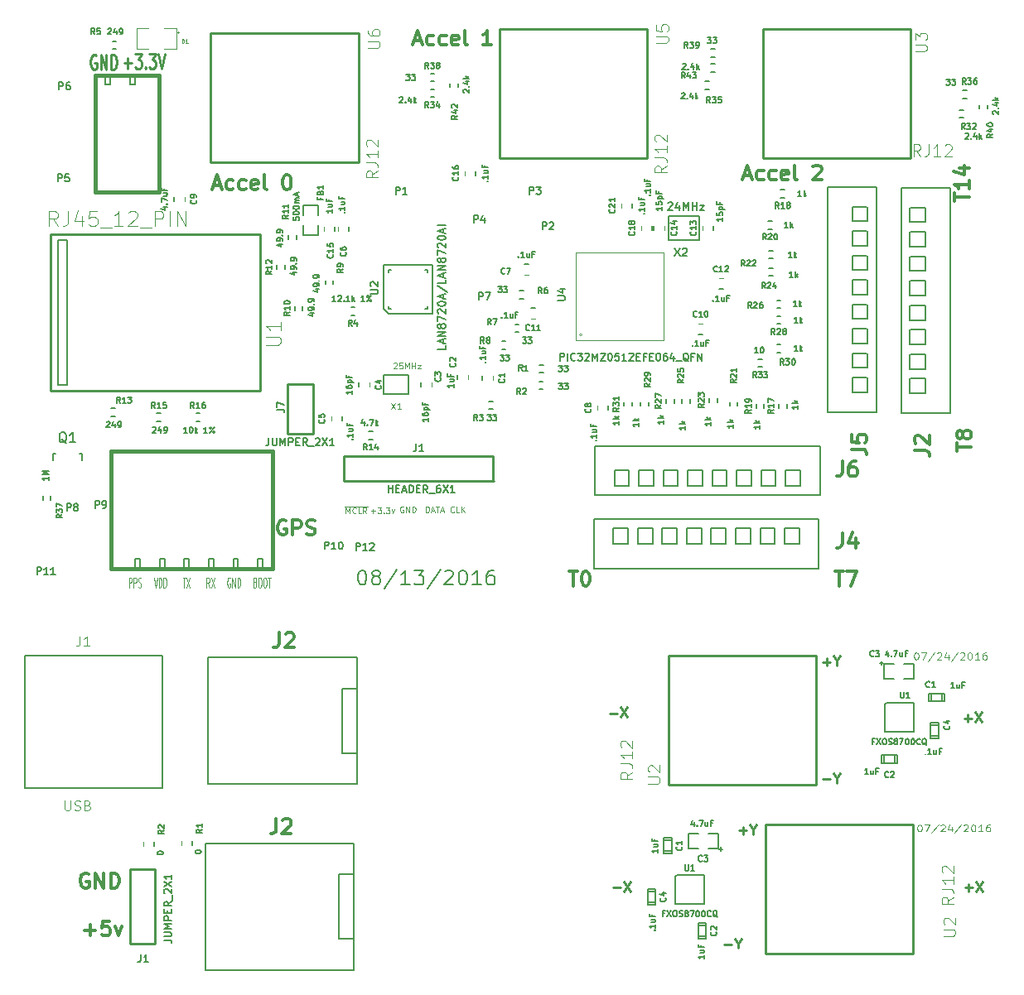
<source format=gto>
G04 #@! TF.FileFunction,Legend,Top*
%FSLAX46Y46*%
G04 Gerber Fmt 4.6, Leading zero omitted, Abs format (unit mm)*
G04 Created by KiCad (PCBNEW 4.0.2+e4-6225~38~ubuntu14.04.1-stable) date Sat 13 Aug 2016 03:13:24 PM PDT*
%MOMM*%
G01*
G04 APERTURE LIST*
%ADD10C,0.150000*%
%ADD11C,0.300000*%
%ADD12C,0.250000*%
%ADD13C,0.125000*%
%ADD14C,0.100000*%
%ADD15C,0.200000*%
%ADD16C,0.127000*%
%ADD17C,0.254000*%
%ADD18C,0.381000*%
%ADD19C,0.200660*%
%ADD20C,0.149860*%
%ADD21C,0.099060*%
%ADD22C,0.190500*%
%ADD23C,0.304800*%
%ADD24C,0.093980*%
G04 APERTURE END LIST*
D10*
D11*
X26357143Y-105550000D02*
X26214286Y-105478571D01*
X26000000Y-105478571D01*
X25785715Y-105550000D01*
X25642857Y-105692857D01*
X25571429Y-105835714D01*
X25500000Y-106121429D01*
X25500000Y-106335714D01*
X25571429Y-106621429D01*
X25642857Y-106764286D01*
X25785715Y-106907143D01*
X26000000Y-106978571D01*
X26142857Y-106978571D01*
X26357143Y-106907143D01*
X26428572Y-106835714D01*
X26428572Y-106335714D01*
X26142857Y-106335714D01*
X27071429Y-106978571D02*
X27071429Y-105478571D01*
X27928572Y-106978571D01*
X27928572Y-105478571D01*
X28642858Y-106978571D02*
X28642858Y-105478571D01*
X29000001Y-105478571D01*
X29214286Y-105550000D01*
X29357144Y-105692857D01*
X29428572Y-105835714D01*
X29500001Y-106121429D01*
X29500001Y-106335714D01*
X29428572Y-106621429D01*
X29357144Y-106764286D01*
X29214286Y-106907143D01*
X29000001Y-106978571D01*
X28642858Y-106978571D01*
X25942858Y-111307143D02*
X27085715Y-111307143D01*
X26514286Y-111878571D02*
X26514286Y-110735714D01*
X28514287Y-110378571D02*
X27800001Y-110378571D01*
X27728572Y-111092857D01*
X27800001Y-111021429D01*
X27942858Y-110950000D01*
X28300001Y-110950000D01*
X28442858Y-111021429D01*
X28514287Y-111092857D01*
X28585715Y-111235714D01*
X28585715Y-111592857D01*
X28514287Y-111735714D01*
X28442858Y-111807143D01*
X28300001Y-111878571D01*
X27942858Y-111878571D01*
X27800001Y-111807143D01*
X27728572Y-111735714D01*
X29085715Y-110878571D02*
X29442858Y-111878571D01*
X29800000Y-110878571D01*
X93335715Y-34150000D02*
X94050001Y-34150000D01*
X93192858Y-34578571D02*
X93692858Y-33078571D01*
X94192858Y-34578571D01*
X95335715Y-34507143D02*
X95192858Y-34578571D01*
X94907144Y-34578571D01*
X94764286Y-34507143D01*
X94692858Y-34435714D01*
X94621429Y-34292857D01*
X94621429Y-33864286D01*
X94692858Y-33721429D01*
X94764286Y-33650000D01*
X94907144Y-33578571D01*
X95192858Y-33578571D01*
X95335715Y-33650000D01*
X96621429Y-34507143D02*
X96478572Y-34578571D01*
X96192858Y-34578571D01*
X96050000Y-34507143D01*
X95978572Y-34435714D01*
X95907143Y-34292857D01*
X95907143Y-33864286D01*
X95978572Y-33721429D01*
X96050000Y-33650000D01*
X96192858Y-33578571D01*
X96478572Y-33578571D01*
X96621429Y-33650000D01*
X97835714Y-34507143D02*
X97692857Y-34578571D01*
X97407143Y-34578571D01*
X97264286Y-34507143D01*
X97192857Y-34364286D01*
X97192857Y-33792857D01*
X97264286Y-33650000D01*
X97407143Y-33578571D01*
X97692857Y-33578571D01*
X97835714Y-33650000D01*
X97907143Y-33792857D01*
X97907143Y-33935714D01*
X97192857Y-34078571D01*
X98764286Y-34578571D02*
X98621428Y-34507143D01*
X98550000Y-34364286D01*
X98550000Y-33078571D01*
X100407142Y-33221429D02*
X100478571Y-33150000D01*
X100621428Y-33078571D01*
X100978571Y-33078571D01*
X101121428Y-33150000D01*
X101192857Y-33221429D01*
X101264285Y-33364286D01*
X101264285Y-33507143D01*
X101192857Y-33721429D01*
X100335714Y-34578571D01*
X101264285Y-34578571D01*
X59635715Y-20350000D02*
X60350001Y-20350000D01*
X59492858Y-20778571D02*
X59992858Y-19278571D01*
X60492858Y-20778571D01*
X61635715Y-20707143D02*
X61492858Y-20778571D01*
X61207144Y-20778571D01*
X61064286Y-20707143D01*
X60992858Y-20635714D01*
X60921429Y-20492857D01*
X60921429Y-20064286D01*
X60992858Y-19921429D01*
X61064286Y-19850000D01*
X61207144Y-19778571D01*
X61492858Y-19778571D01*
X61635715Y-19850000D01*
X62921429Y-20707143D02*
X62778572Y-20778571D01*
X62492858Y-20778571D01*
X62350000Y-20707143D01*
X62278572Y-20635714D01*
X62207143Y-20492857D01*
X62207143Y-20064286D01*
X62278572Y-19921429D01*
X62350000Y-19850000D01*
X62492858Y-19778571D01*
X62778572Y-19778571D01*
X62921429Y-19850000D01*
X64135714Y-20707143D02*
X63992857Y-20778571D01*
X63707143Y-20778571D01*
X63564286Y-20707143D01*
X63492857Y-20564286D01*
X63492857Y-19992857D01*
X63564286Y-19850000D01*
X63707143Y-19778571D01*
X63992857Y-19778571D01*
X64135714Y-19850000D01*
X64207143Y-19992857D01*
X64207143Y-20135714D01*
X63492857Y-20278571D01*
X65064286Y-20778571D02*
X64921428Y-20707143D01*
X64850000Y-20564286D01*
X64850000Y-19278571D01*
X67564285Y-20778571D02*
X66707142Y-20778571D01*
X67135714Y-20778571D02*
X67135714Y-19278571D01*
X66992857Y-19492857D01*
X66849999Y-19635714D01*
X66707142Y-19707143D01*
X39135715Y-35150000D02*
X39850001Y-35150000D01*
X38992858Y-35578571D02*
X39492858Y-34078571D01*
X39992858Y-35578571D01*
X41135715Y-35507143D02*
X40992858Y-35578571D01*
X40707144Y-35578571D01*
X40564286Y-35507143D01*
X40492858Y-35435714D01*
X40421429Y-35292857D01*
X40421429Y-34864286D01*
X40492858Y-34721429D01*
X40564286Y-34650000D01*
X40707144Y-34578571D01*
X40992858Y-34578571D01*
X41135715Y-34650000D01*
X42421429Y-35507143D02*
X42278572Y-35578571D01*
X41992858Y-35578571D01*
X41850000Y-35507143D01*
X41778572Y-35435714D01*
X41707143Y-35292857D01*
X41707143Y-34864286D01*
X41778572Y-34721429D01*
X41850000Y-34650000D01*
X41992858Y-34578571D01*
X42278572Y-34578571D01*
X42421429Y-34650000D01*
X43635714Y-35507143D02*
X43492857Y-35578571D01*
X43207143Y-35578571D01*
X43064286Y-35507143D01*
X42992857Y-35364286D01*
X42992857Y-34792857D01*
X43064286Y-34650000D01*
X43207143Y-34578571D01*
X43492857Y-34578571D01*
X43635714Y-34650000D01*
X43707143Y-34792857D01*
X43707143Y-34935714D01*
X42992857Y-35078571D01*
X44564286Y-35578571D02*
X44421428Y-35507143D01*
X44350000Y-35364286D01*
X44350000Y-34078571D01*
X46564285Y-34078571D02*
X46707142Y-34078571D01*
X46849999Y-34150000D01*
X46921428Y-34221429D01*
X46992857Y-34364286D01*
X47064285Y-34650000D01*
X47064285Y-35007143D01*
X46992857Y-35292857D01*
X46921428Y-35435714D01*
X46849999Y-35507143D01*
X46707142Y-35578571D01*
X46564285Y-35578571D01*
X46421428Y-35507143D01*
X46349999Y-35435714D01*
X46278571Y-35292857D01*
X46207142Y-35007143D01*
X46207142Y-34650000D01*
X46278571Y-34364286D01*
X46349999Y-34221429D01*
X46421428Y-34150000D01*
X46564285Y-34078571D01*
X114878571Y-36757142D02*
X114878571Y-35899999D01*
X116378571Y-36328570D02*
X114878571Y-36328570D01*
X116378571Y-34614285D02*
X116378571Y-35471428D01*
X116378571Y-35042856D02*
X114878571Y-35042856D01*
X115092857Y-35185713D01*
X115235714Y-35328571D01*
X115307143Y-35471428D01*
X115378571Y-33328571D02*
X116378571Y-33328571D01*
X114807143Y-33685714D02*
X115878571Y-34042857D01*
X115878571Y-33114285D01*
X115078571Y-62342857D02*
X115078571Y-61485714D01*
X116578571Y-61914285D02*
X115078571Y-61914285D01*
X115721429Y-60771428D02*
X115650000Y-60914286D01*
X115578571Y-60985714D01*
X115435714Y-61057143D01*
X115364286Y-61057143D01*
X115221429Y-60985714D01*
X115150000Y-60914286D01*
X115078571Y-60771428D01*
X115078571Y-60485714D01*
X115150000Y-60342857D01*
X115221429Y-60271428D01*
X115364286Y-60200000D01*
X115435714Y-60200000D01*
X115578571Y-60271428D01*
X115650000Y-60342857D01*
X115721429Y-60485714D01*
X115721429Y-60771428D01*
X115792857Y-60914286D01*
X115864286Y-60985714D01*
X116007143Y-61057143D01*
X116292857Y-61057143D01*
X116435714Y-60985714D01*
X116507143Y-60914286D01*
X116578571Y-60771428D01*
X116578571Y-60485714D01*
X116507143Y-60342857D01*
X116435714Y-60271428D01*
X116292857Y-60200000D01*
X116007143Y-60200000D01*
X115864286Y-60271428D01*
X115792857Y-60342857D01*
X115721429Y-60485714D01*
X102657143Y-74578571D02*
X103514286Y-74578571D01*
X103085715Y-76078571D02*
X103085715Y-74578571D01*
X103871429Y-74578571D02*
X104871429Y-74578571D01*
X104228572Y-76078571D01*
X75457143Y-74578571D02*
X76314286Y-74578571D01*
X75885715Y-76078571D02*
X75885715Y-74578571D01*
X77100000Y-74578571D02*
X77242857Y-74578571D01*
X77385714Y-74650000D01*
X77457143Y-74721429D01*
X77528572Y-74864286D01*
X77600000Y-75150000D01*
X77600000Y-75507143D01*
X77528572Y-75792857D01*
X77457143Y-75935714D01*
X77385714Y-76007143D01*
X77242857Y-76078571D01*
X77100000Y-76078571D01*
X76957143Y-76007143D01*
X76885714Y-75935714D01*
X76814286Y-75792857D01*
X76742857Y-75507143D01*
X76742857Y-75150000D01*
X76814286Y-74864286D01*
X76885714Y-74721429D01*
X76957143Y-74650000D01*
X77100000Y-74578571D01*
D12*
X27138096Y-21850000D02*
X27042858Y-21778571D01*
X26900001Y-21778571D01*
X26757143Y-21850000D01*
X26661905Y-21992857D01*
X26614286Y-22135714D01*
X26566667Y-22421429D01*
X26566667Y-22635714D01*
X26614286Y-22921429D01*
X26661905Y-23064286D01*
X26757143Y-23207143D01*
X26900001Y-23278571D01*
X26995239Y-23278571D01*
X27138096Y-23207143D01*
X27185715Y-23135714D01*
X27185715Y-22635714D01*
X26995239Y-22635714D01*
X27614286Y-23278571D02*
X27614286Y-21778571D01*
X28185715Y-23278571D01*
X28185715Y-21778571D01*
X28661905Y-23278571D02*
X28661905Y-21778571D01*
X28900000Y-21778571D01*
X29042858Y-21850000D01*
X29138096Y-21992857D01*
X29185715Y-22135714D01*
X29233334Y-22421429D01*
X29233334Y-22635714D01*
X29185715Y-22921429D01*
X29138096Y-23064286D01*
X29042858Y-23207143D01*
X28900000Y-23278571D01*
X28661905Y-23278571D01*
X30000000Y-22632143D02*
X30761905Y-22632143D01*
X30380953Y-23203571D02*
X30380953Y-22060714D01*
X31142857Y-21703571D02*
X31761905Y-21703571D01*
X31428571Y-22275000D01*
X31571429Y-22275000D01*
X31666667Y-22346429D01*
X31714286Y-22417857D01*
X31761905Y-22560714D01*
X31761905Y-22917857D01*
X31714286Y-23060714D01*
X31666667Y-23132143D01*
X31571429Y-23203571D01*
X31285714Y-23203571D01*
X31190476Y-23132143D01*
X31142857Y-23060714D01*
X32190476Y-23060714D02*
X32238095Y-23132143D01*
X32190476Y-23203571D01*
X32142857Y-23132143D01*
X32190476Y-23060714D01*
X32190476Y-23203571D01*
X32571428Y-21703571D02*
X33190476Y-21703571D01*
X32857142Y-22275000D01*
X33000000Y-22275000D01*
X33095238Y-22346429D01*
X33142857Y-22417857D01*
X33190476Y-22560714D01*
X33190476Y-22917857D01*
X33142857Y-23060714D01*
X33095238Y-23132143D01*
X33000000Y-23203571D01*
X32714285Y-23203571D01*
X32619047Y-23132143D01*
X32571428Y-23060714D01*
X33476190Y-21703571D02*
X33809523Y-23203571D01*
X34142857Y-21703571D01*
D13*
X30485719Y-76252381D02*
X30485719Y-75252381D01*
X30676195Y-75252381D01*
X30723814Y-75300000D01*
X30747623Y-75347619D01*
X30771433Y-75442857D01*
X30771433Y-75585714D01*
X30747623Y-75680952D01*
X30723814Y-75728571D01*
X30676195Y-75776190D01*
X30485719Y-75776190D01*
X30985719Y-76252381D02*
X30985719Y-75252381D01*
X31176195Y-75252381D01*
X31223814Y-75300000D01*
X31247623Y-75347619D01*
X31271433Y-75442857D01*
X31271433Y-75585714D01*
X31247623Y-75680952D01*
X31223814Y-75728571D01*
X31176195Y-75776190D01*
X30985719Y-75776190D01*
X31461909Y-76204762D02*
X31533338Y-76252381D01*
X31652385Y-76252381D01*
X31700004Y-76204762D01*
X31723814Y-76157143D01*
X31747623Y-76061905D01*
X31747623Y-75966667D01*
X31723814Y-75871429D01*
X31700004Y-75823810D01*
X31652385Y-75776190D01*
X31557147Y-75728571D01*
X31509528Y-75680952D01*
X31485719Y-75633333D01*
X31461909Y-75538095D01*
X31461909Y-75442857D01*
X31485719Y-75347619D01*
X31509528Y-75300000D01*
X31557147Y-75252381D01*
X31676195Y-75252381D01*
X31747623Y-75300000D01*
X33033336Y-75252381D02*
X33200003Y-76252381D01*
X33366669Y-75252381D01*
X33533336Y-76252381D02*
X33533336Y-75252381D01*
X33652383Y-75252381D01*
X33723812Y-75300000D01*
X33771431Y-75395238D01*
X33795240Y-75490476D01*
X33819050Y-75680952D01*
X33819050Y-75823810D01*
X33795240Y-76014286D01*
X33771431Y-76109524D01*
X33723812Y-76204762D01*
X33652383Y-76252381D01*
X33533336Y-76252381D01*
X34033336Y-76252381D02*
X34033336Y-75252381D01*
X34152383Y-75252381D01*
X34223812Y-75300000D01*
X34271431Y-75395238D01*
X34295240Y-75490476D01*
X34319050Y-75680952D01*
X34319050Y-75823810D01*
X34295240Y-76014286D01*
X34271431Y-76109524D01*
X34223812Y-76204762D01*
X34152383Y-76252381D01*
X34033336Y-76252381D01*
X35985715Y-75252381D02*
X36271429Y-75252381D01*
X36128572Y-76252381D02*
X36128572Y-75252381D01*
X36390477Y-75252381D02*
X36723810Y-76252381D01*
X36723810Y-75252381D02*
X36390477Y-76252381D01*
X38723808Y-76252381D02*
X38557141Y-75776190D01*
X38438094Y-76252381D02*
X38438094Y-75252381D01*
X38628570Y-75252381D01*
X38676189Y-75300000D01*
X38699998Y-75347619D01*
X38723808Y-75442857D01*
X38723808Y-75585714D01*
X38699998Y-75680952D01*
X38676189Y-75728571D01*
X38628570Y-75776190D01*
X38438094Y-75776190D01*
X38890475Y-75252381D02*
X39223808Y-76252381D01*
X39223808Y-75252381D02*
X38890475Y-76252381D01*
X40819044Y-75300000D02*
X40771425Y-75252381D01*
X40699997Y-75252381D01*
X40628568Y-75300000D01*
X40580949Y-75395238D01*
X40557140Y-75490476D01*
X40533330Y-75680952D01*
X40533330Y-75823810D01*
X40557140Y-76014286D01*
X40580949Y-76109524D01*
X40628568Y-76204762D01*
X40699997Y-76252381D01*
X40747616Y-76252381D01*
X40819044Y-76204762D01*
X40842854Y-76157143D01*
X40842854Y-75823810D01*
X40747616Y-75823810D01*
X41057140Y-76252381D02*
X41057140Y-75252381D01*
X41342854Y-76252381D01*
X41342854Y-75252381D01*
X41580950Y-76252381D02*
X41580950Y-75252381D01*
X41699997Y-75252381D01*
X41771426Y-75300000D01*
X41819045Y-75395238D01*
X41842854Y-75490476D01*
X41866664Y-75680952D01*
X41866664Y-75823810D01*
X41842854Y-76014286D01*
X41819045Y-76109524D01*
X41771426Y-76204762D01*
X41699997Y-76252381D01*
X41580950Y-76252381D01*
X43390472Y-75728571D02*
X43461901Y-75776190D01*
X43485710Y-75823810D01*
X43509520Y-75919048D01*
X43509520Y-76061905D01*
X43485710Y-76157143D01*
X43461901Y-76204762D01*
X43414282Y-76252381D01*
X43223806Y-76252381D01*
X43223806Y-75252381D01*
X43390472Y-75252381D01*
X43438091Y-75300000D01*
X43461901Y-75347619D01*
X43485710Y-75442857D01*
X43485710Y-75538095D01*
X43461901Y-75633333D01*
X43438091Y-75680952D01*
X43390472Y-75728571D01*
X43223806Y-75728571D01*
X43819044Y-75252381D02*
X43914282Y-75252381D01*
X43961901Y-75300000D01*
X44009520Y-75395238D01*
X44033329Y-75585714D01*
X44033329Y-75919048D01*
X44009520Y-76109524D01*
X43961901Y-76204762D01*
X43914282Y-76252381D01*
X43819044Y-76252381D01*
X43771425Y-76204762D01*
X43723806Y-76109524D01*
X43699996Y-75919048D01*
X43699996Y-75585714D01*
X43723806Y-75395238D01*
X43771425Y-75300000D01*
X43819044Y-75252381D01*
X44342854Y-75252381D02*
X44438092Y-75252381D01*
X44485711Y-75300000D01*
X44533330Y-75395238D01*
X44557139Y-75585714D01*
X44557139Y-75919048D01*
X44533330Y-76109524D01*
X44485711Y-76204762D01*
X44438092Y-76252381D01*
X44342854Y-76252381D01*
X44295235Y-76204762D01*
X44247616Y-76109524D01*
X44223806Y-75919048D01*
X44223806Y-75585714D01*
X44247616Y-75395238D01*
X44295235Y-75300000D01*
X44342854Y-75252381D01*
X44699997Y-75252381D02*
X44985711Y-75252381D01*
X44842854Y-76252381D02*
X44842854Y-75252381D01*
D11*
X46528572Y-69450000D02*
X46385715Y-69378571D01*
X46171429Y-69378571D01*
X45957144Y-69450000D01*
X45814286Y-69592857D01*
X45742858Y-69735714D01*
X45671429Y-70021429D01*
X45671429Y-70235714D01*
X45742858Y-70521429D01*
X45814286Y-70664286D01*
X45957144Y-70807143D01*
X46171429Y-70878571D01*
X46314286Y-70878571D01*
X46528572Y-70807143D01*
X46600001Y-70735714D01*
X46600001Y-70235714D01*
X46314286Y-70235714D01*
X47242858Y-70878571D02*
X47242858Y-69378571D01*
X47814286Y-69378571D01*
X47957144Y-69450000D01*
X48028572Y-69521429D01*
X48100001Y-69664286D01*
X48100001Y-69878571D01*
X48028572Y-70021429D01*
X47957144Y-70092857D01*
X47814286Y-70164286D01*
X47242858Y-70164286D01*
X48671429Y-70807143D02*
X48885715Y-70878571D01*
X49242858Y-70878571D01*
X49385715Y-70807143D01*
X49457144Y-70735714D01*
X49528572Y-70592857D01*
X49528572Y-70450000D01*
X49457144Y-70307143D01*
X49385715Y-70235714D01*
X49242858Y-70164286D01*
X48957144Y-70092857D01*
X48814286Y-70021429D01*
X48742858Y-69950000D01*
X48671429Y-69807143D01*
X48671429Y-69664286D01*
X48742858Y-69521429D01*
X48814286Y-69450000D01*
X48957144Y-69378571D01*
X49314286Y-69378571D01*
X49528572Y-69450000D01*
D14*
X55228571Y-68442857D02*
X55685714Y-68442857D01*
X55457143Y-68671429D02*
X55457143Y-68214286D01*
X55914285Y-68071429D02*
X56285714Y-68071429D01*
X56085714Y-68300000D01*
X56171428Y-68300000D01*
X56228571Y-68328571D01*
X56257142Y-68357143D01*
X56285714Y-68414286D01*
X56285714Y-68557143D01*
X56257142Y-68614286D01*
X56228571Y-68642857D01*
X56171428Y-68671429D01*
X56000000Y-68671429D01*
X55942857Y-68642857D01*
X55914285Y-68614286D01*
X56542857Y-68614286D02*
X56571429Y-68642857D01*
X56542857Y-68671429D01*
X56514286Y-68642857D01*
X56542857Y-68614286D01*
X56542857Y-68671429D01*
X56771428Y-68071429D02*
X57142857Y-68071429D01*
X56942857Y-68300000D01*
X57028571Y-68300000D01*
X57085714Y-68328571D01*
X57114285Y-68357143D01*
X57142857Y-68414286D01*
X57142857Y-68557143D01*
X57114285Y-68614286D01*
X57085714Y-68642857D01*
X57028571Y-68671429D01*
X56857143Y-68671429D01*
X56800000Y-68642857D01*
X56771428Y-68614286D01*
X57342857Y-68271429D02*
X57485714Y-68671429D01*
X57628572Y-68271429D01*
D15*
X54257144Y-74478571D02*
X54400001Y-74478571D01*
X54542858Y-74550000D01*
X54614287Y-74621429D01*
X54685716Y-74764286D01*
X54757144Y-75050000D01*
X54757144Y-75407143D01*
X54685716Y-75692857D01*
X54614287Y-75835714D01*
X54542858Y-75907143D01*
X54400001Y-75978571D01*
X54257144Y-75978571D01*
X54114287Y-75907143D01*
X54042858Y-75835714D01*
X53971430Y-75692857D01*
X53900001Y-75407143D01*
X53900001Y-75050000D01*
X53971430Y-74764286D01*
X54042858Y-74621429D01*
X54114287Y-74550000D01*
X54257144Y-74478571D01*
X55614287Y-75121429D02*
X55471429Y-75050000D01*
X55400001Y-74978571D01*
X55328572Y-74835714D01*
X55328572Y-74764286D01*
X55400001Y-74621429D01*
X55471429Y-74550000D01*
X55614287Y-74478571D01*
X55900001Y-74478571D01*
X56042858Y-74550000D01*
X56114287Y-74621429D01*
X56185715Y-74764286D01*
X56185715Y-74835714D01*
X56114287Y-74978571D01*
X56042858Y-75050000D01*
X55900001Y-75121429D01*
X55614287Y-75121429D01*
X55471429Y-75192857D01*
X55400001Y-75264286D01*
X55328572Y-75407143D01*
X55328572Y-75692857D01*
X55400001Y-75835714D01*
X55471429Y-75907143D01*
X55614287Y-75978571D01*
X55900001Y-75978571D01*
X56042858Y-75907143D01*
X56114287Y-75835714D01*
X56185715Y-75692857D01*
X56185715Y-75407143D01*
X56114287Y-75264286D01*
X56042858Y-75192857D01*
X55900001Y-75121429D01*
X57900000Y-74407143D02*
X56614286Y-76335714D01*
X59185715Y-75978571D02*
X58328572Y-75978571D01*
X58757144Y-75978571D02*
X58757144Y-74478571D01*
X58614287Y-74692857D01*
X58471429Y-74835714D01*
X58328572Y-74907143D01*
X59685715Y-74478571D02*
X60614286Y-74478571D01*
X60114286Y-75050000D01*
X60328572Y-75050000D01*
X60471429Y-75121429D01*
X60542858Y-75192857D01*
X60614286Y-75335714D01*
X60614286Y-75692857D01*
X60542858Y-75835714D01*
X60471429Y-75907143D01*
X60328572Y-75978571D01*
X59900000Y-75978571D01*
X59757143Y-75907143D01*
X59685715Y-75835714D01*
X62328571Y-74407143D02*
X61042857Y-76335714D01*
X62757143Y-74621429D02*
X62828572Y-74550000D01*
X62971429Y-74478571D01*
X63328572Y-74478571D01*
X63471429Y-74550000D01*
X63542858Y-74621429D01*
X63614286Y-74764286D01*
X63614286Y-74907143D01*
X63542858Y-75121429D01*
X62685715Y-75978571D01*
X63614286Y-75978571D01*
X64542857Y-74478571D02*
X64685714Y-74478571D01*
X64828571Y-74550000D01*
X64900000Y-74621429D01*
X64971429Y-74764286D01*
X65042857Y-75050000D01*
X65042857Y-75407143D01*
X64971429Y-75692857D01*
X64900000Y-75835714D01*
X64828571Y-75907143D01*
X64685714Y-75978571D01*
X64542857Y-75978571D01*
X64400000Y-75907143D01*
X64328571Y-75835714D01*
X64257143Y-75692857D01*
X64185714Y-75407143D01*
X64185714Y-75050000D01*
X64257143Y-74764286D01*
X64328571Y-74621429D01*
X64400000Y-74550000D01*
X64542857Y-74478571D01*
X66471428Y-75978571D02*
X65614285Y-75978571D01*
X66042857Y-75978571D02*
X66042857Y-74478571D01*
X65900000Y-74692857D01*
X65757142Y-74835714D01*
X65614285Y-74907143D01*
X67757142Y-74478571D02*
X67471428Y-74478571D01*
X67328571Y-74550000D01*
X67257142Y-74621429D01*
X67114285Y-74835714D01*
X67042856Y-75121429D01*
X67042856Y-75692857D01*
X67114285Y-75835714D01*
X67185713Y-75907143D01*
X67328571Y-75978571D01*
X67614285Y-75978571D01*
X67757142Y-75907143D01*
X67828571Y-75835714D01*
X67899999Y-75692857D01*
X67899999Y-75335714D01*
X67828571Y-75192857D01*
X67757142Y-75121429D01*
X67614285Y-75050000D01*
X67328571Y-75050000D01*
X67185713Y-75121429D01*
X67114285Y-75192857D01*
X67042856Y-75335714D01*
D14*
X60828571Y-68571429D02*
X60828571Y-67971429D01*
X60971428Y-67971429D01*
X61057143Y-68000000D01*
X61114285Y-68057143D01*
X61142857Y-68114286D01*
X61171428Y-68228571D01*
X61171428Y-68314286D01*
X61142857Y-68428571D01*
X61114285Y-68485714D01*
X61057143Y-68542857D01*
X60971428Y-68571429D01*
X60828571Y-68571429D01*
X61400000Y-68400000D02*
X61685714Y-68400000D01*
X61342857Y-68571429D02*
X61542857Y-67971429D01*
X61742857Y-68571429D01*
X61857143Y-67971429D02*
X62200000Y-67971429D01*
X62028571Y-68571429D02*
X62028571Y-67971429D01*
X62371429Y-68400000D02*
X62657143Y-68400000D01*
X62314286Y-68571429D02*
X62514286Y-67971429D01*
X62714286Y-68571429D01*
X63714286Y-68514286D02*
X63685715Y-68542857D01*
X63600001Y-68571429D01*
X63542858Y-68571429D01*
X63457143Y-68542857D01*
X63400001Y-68485714D01*
X63371429Y-68428571D01*
X63342858Y-68314286D01*
X63342858Y-68228571D01*
X63371429Y-68114286D01*
X63400001Y-68057143D01*
X63457143Y-68000000D01*
X63542858Y-67971429D01*
X63600001Y-67971429D01*
X63685715Y-68000000D01*
X63714286Y-68028571D01*
X64257143Y-68571429D02*
X63971429Y-68571429D01*
X63971429Y-67971429D01*
X64457143Y-68571429D02*
X64457143Y-67971429D01*
X64800000Y-68571429D02*
X64542857Y-68228571D01*
X64800000Y-67971429D02*
X64457143Y-68314286D01*
X58542858Y-68000000D02*
X58485715Y-67971429D01*
X58400001Y-67971429D01*
X58314286Y-68000000D01*
X58257144Y-68057143D01*
X58228572Y-68114286D01*
X58200001Y-68228571D01*
X58200001Y-68314286D01*
X58228572Y-68428571D01*
X58257144Y-68485714D01*
X58314286Y-68542857D01*
X58400001Y-68571429D01*
X58457144Y-68571429D01*
X58542858Y-68542857D01*
X58571429Y-68514286D01*
X58571429Y-68314286D01*
X58457144Y-68314286D01*
X58828572Y-68571429D02*
X58828572Y-67971429D01*
X59171429Y-68571429D01*
X59171429Y-67971429D01*
X59457143Y-68571429D02*
X59457143Y-67971429D01*
X59600000Y-67971429D01*
X59685715Y-68000000D01*
X59742857Y-68057143D01*
X59771429Y-68114286D01*
X59800000Y-68228571D01*
X59800000Y-68314286D01*
X59771429Y-68428571D01*
X59742857Y-68485714D01*
X59685715Y-68542857D01*
X59600000Y-68571429D01*
X59457143Y-68571429D01*
X52657143Y-68671429D02*
X52657143Y-68071429D01*
X52857143Y-68500000D01*
X53057143Y-68071429D01*
X53057143Y-68671429D01*
X53685714Y-68614286D02*
X53657143Y-68642857D01*
X53571429Y-68671429D01*
X53514286Y-68671429D01*
X53428571Y-68642857D01*
X53371429Y-68585714D01*
X53342857Y-68528571D01*
X53314286Y-68414286D01*
X53314286Y-68328571D01*
X53342857Y-68214286D01*
X53371429Y-68157143D01*
X53428571Y-68100000D01*
X53514286Y-68071429D01*
X53571429Y-68071429D01*
X53657143Y-68100000D01*
X53685714Y-68128571D01*
X54228571Y-68671429D02*
X53942857Y-68671429D01*
X53942857Y-68071429D01*
X54771428Y-68671429D02*
X54571428Y-68385714D01*
X54428571Y-68671429D02*
X54428571Y-68071429D01*
X54657143Y-68071429D01*
X54714285Y-68100000D01*
X54742857Y-68128571D01*
X54771428Y-68185714D01*
X54771428Y-68271429D01*
X54742857Y-68328571D01*
X54714285Y-68357143D01*
X54657143Y-68385714D01*
X54428571Y-68385714D01*
X52514286Y-67968000D02*
X54885714Y-67968000D01*
D13*
X110907142Y-82916667D02*
X110983333Y-82916667D01*
X111059523Y-82950000D01*
X111097618Y-82983333D01*
X111135714Y-83050000D01*
X111173809Y-83183333D01*
X111173809Y-83350000D01*
X111135714Y-83483333D01*
X111097618Y-83550000D01*
X111059523Y-83583333D01*
X110983333Y-83616667D01*
X110907142Y-83616667D01*
X110830952Y-83583333D01*
X110792856Y-83550000D01*
X110754761Y-83483333D01*
X110716666Y-83350000D01*
X110716666Y-83183333D01*
X110754761Y-83050000D01*
X110792856Y-82983333D01*
X110830952Y-82950000D01*
X110907142Y-82916667D01*
X111440476Y-82916667D02*
X111973809Y-82916667D01*
X111630952Y-83616667D01*
X112850000Y-82883333D02*
X112164285Y-83783333D01*
X113078571Y-82983333D02*
X113116666Y-82950000D01*
X113192857Y-82916667D01*
X113383333Y-82916667D01*
X113459523Y-82950000D01*
X113497619Y-82983333D01*
X113535714Y-83050000D01*
X113535714Y-83116667D01*
X113497619Y-83216667D01*
X113040476Y-83616667D01*
X113535714Y-83616667D01*
X114221428Y-83150000D02*
X114221428Y-83616667D01*
X114030952Y-82883333D02*
X113840476Y-83383333D01*
X114335714Y-83383333D01*
X115211905Y-82883333D02*
X114526190Y-83783333D01*
X115440476Y-82983333D02*
X115478571Y-82950000D01*
X115554762Y-82916667D01*
X115745238Y-82916667D01*
X115821428Y-82950000D01*
X115859524Y-82983333D01*
X115897619Y-83050000D01*
X115897619Y-83116667D01*
X115859524Y-83216667D01*
X115402381Y-83616667D01*
X115897619Y-83616667D01*
X116392857Y-82916667D02*
X116469048Y-82916667D01*
X116545238Y-82950000D01*
X116583333Y-82983333D01*
X116621429Y-83050000D01*
X116659524Y-83183333D01*
X116659524Y-83350000D01*
X116621429Y-83483333D01*
X116583333Y-83550000D01*
X116545238Y-83583333D01*
X116469048Y-83616667D01*
X116392857Y-83616667D01*
X116316667Y-83583333D01*
X116278571Y-83550000D01*
X116240476Y-83483333D01*
X116202381Y-83350000D01*
X116202381Y-83183333D01*
X116240476Y-83050000D01*
X116278571Y-82983333D01*
X116316667Y-82950000D01*
X116392857Y-82916667D01*
X117421429Y-83616667D02*
X116964286Y-83616667D01*
X117192857Y-83616667D02*
X117192857Y-82916667D01*
X117116667Y-83016667D01*
X117040476Y-83083333D01*
X116964286Y-83116667D01*
X118107143Y-82916667D02*
X117954762Y-82916667D01*
X117878572Y-82950000D01*
X117840477Y-82983333D01*
X117764286Y-83083333D01*
X117726191Y-83216667D01*
X117726191Y-83483333D01*
X117764286Y-83550000D01*
X117802381Y-83583333D01*
X117878572Y-83616667D01*
X118030953Y-83616667D01*
X118107143Y-83583333D01*
X118145239Y-83550000D01*
X118183334Y-83483333D01*
X118183334Y-83316667D01*
X118145239Y-83250000D01*
X118107143Y-83216667D01*
X118030953Y-83183333D01*
X117878572Y-83183333D01*
X117802381Y-83216667D01*
X117764286Y-83250000D01*
X117726191Y-83316667D01*
D12*
X79592857Y-89121429D02*
X80354762Y-89121429D01*
X80735714Y-88502381D02*
X81402381Y-89502381D01*
X81402381Y-88502381D02*
X80735714Y-89502381D01*
X101390476Y-95871429D02*
X102152381Y-95871429D01*
X102819047Y-95776190D02*
X102819047Y-96252381D01*
X102485714Y-95252381D02*
X102819047Y-95776190D01*
X103152381Y-95252381D01*
X115842857Y-89621429D02*
X116604762Y-89621429D01*
X116223810Y-90002381D02*
X116223810Y-89240476D01*
X116985714Y-89002381D02*
X117652381Y-90002381D01*
X117652381Y-89002381D02*
X116985714Y-90002381D01*
X101390476Y-83871429D02*
X102152381Y-83871429D01*
X101771429Y-84252381D02*
X101771429Y-83490476D01*
X102819047Y-83776190D02*
X102819047Y-84252381D01*
X102485714Y-83252381D02*
X102819047Y-83776190D01*
X103152381Y-83252381D01*
D13*
X111257142Y-100516667D02*
X111333333Y-100516667D01*
X111409523Y-100550000D01*
X111447618Y-100583333D01*
X111485714Y-100650000D01*
X111523809Y-100783333D01*
X111523809Y-100950000D01*
X111485714Y-101083333D01*
X111447618Y-101150000D01*
X111409523Y-101183333D01*
X111333333Y-101216667D01*
X111257142Y-101216667D01*
X111180952Y-101183333D01*
X111142856Y-101150000D01*
X111104761Y-101083333D01*
X111066666Y-100950000D01*
X111066666Y-100783333D01*
X111104761Y-100650000D01*
X111142856Y-100583333D01*
X111180952Y-100550000D01*
X111257142Y-100516667D01*
X111790476Y-100516667D02*
X112323809Y-100516667D01*
X111980952Y-101216667D01*
X113200000Y-100483333D02*
X112514285Y-101383333D01*
X113428571Y-100583333D02*
X113466666Y-100550000D01*
X113542857Y-100516667D01*
X113733333Y-100516667D01*
X113809523Y-100550000D01*
X113847619Y-100583333D01*
X113885714Y-100650000D01*
X113885714Y-100716667D01*
X113847619Y-100816667D01*
X113390476Y-101216667D01*
X113885714Y-101216667D01*
X114571428Y-100750000D02*
X114571428Y-101216667D01*
X114380952Y-100483333D02*
X114190476Y-100983333D01*
X114685714Y-100983333D01*
X115561905Y-100483333D02*
X114876190Y-101383333D01*
X115790476Y-100583333D02*
X115828571Y-100550000D01*
X115904762Y-100516667D01*
X116095238Y-100516667D01*
X116171428Y-100550000D01*
X116209524Y-100583333D01*
X116247619Y-100650000D01*
X116247619Y-100716667D01*
X116209524Y-100816667D01*
X115752381Y-101216667D01*
X116247619Y-101216667D01*
X116742857Y-100516667D02*
X116819048Y-100516667D01*
X116895238Y-100550000D01*
X116933333Y-100583333D01*
X116971429Y-100650000D01*
X117009524Y-100783333D01*
X117009524Y-100950000D01*
X116971429Y-101083333D01*
X116933333Y-101150000D01*
X116895238Y-101183333D01*
X116819048Y-101216667D01*
X116742857Y-101216667D01*
X116666667Y-101183333D01*
X116628571Y-101150000D01*
X116590476Y-101083333D01*
X116552381Y-100950000D01*
X116552381Y-100783333D01*
X116590476Y-100650000D01*
X116628571Y-100583333D01*
X116666667Y-100550000D01*
X116742857Y-100516667D01*
X117771429Y-101216667D02*
X117314286Y-101216667D01*
X117542857Y-101216667D02*
X117542857Y-100516667D01*
X117466667Y-100616667D01*
X117390476Y-100683333D01*
X117314286Y-100716667D01*
X118457143Y-100516667D02*
X118304762Y-100516667D01*
X118228572Y-100550000D01*
X118190477Y-100583333D01*
X118114286Y-100683333D01*
X118076191Y-100816667D01*
X118076191Y-101083333D01*
X118114286Y-101150000D01*
X118152381Y-101183333D01*
X118228572Y-101216667D01*
X118380953Y-101216667D01*
X118457143Y-101183333D01*
X118495239Y-101150000D01*
X118533334Y-101083333D01*
X118533334Y-100916667D01*
X118495239Y-100850000D01*
X118457143Y-100816667D01*
X118380953Y-100783333D01*
X118228572Y-100783333D01*
X118152381Y-100816667D01*
X118114286Y-100850000D01*
X118076191Y-100916667D01*
D12*
X79942857Y-106971429D02*
X80704762Y-106971429D01*
X81085714Y-106352381D02*
X81752381Y-107352381D01*
X81752381Y-106352381D02*
X81085714Y-107352381D01*
X91290476Y-112771429D02*
X92052381Y-112771429D01*
X92719047Y-112676190D02*
X92719047Y-113152381D01*
X92385714Y-112152381D02*
X92719047Y-112676190D01*
X93052381Y-112152381D01*
X115942857Y-106971429D02*
X116704762Y-106971429D01*
X116323810Y-107352381D02*
X116323810Y-106590476D01*
X117085714Y-106352381D02*
X117752381Y-107352381D01*
X117752381Y-106352381D02*
X117085714Y-107352381D01*
X92840476Y-101111429D02*
X93602381Y-101111429D01*
X93221429Y-101492381D02*
X93221429Y-100730476D01*
X94269047Y-101016190D02*
X94269047Y-101492381D01*
X93935714Y-100492381D02*
X94269047Y-101016190D01*
X94602381Y-100492381D01*
D14*
X31950000Y-102700000D02*
X31950000Y-102300000D01*
D16*
X33050000Y-102700000D02*
X33050000Y-102300000D01*
D17*
X95260000Y-32305000D02*
X95260000Y-19095000D01*
X95260000Y-19095000D02*
X110340000Y-19095000D01*
X110340000Y-19095000D02*
X110340000Y-32305000D01*
X110340000Y-32305000D02*
X95260000Y-32305000D01*
D16*
X48318000Y-38222000D02*
X48318000Y-37206000D01*
X48318000Y-37206000D02*
X49842000Y-37206000D01*
X49842000Y-37206000D02*
X49842000Y-38222000D01*
X49842000Y-39238000D02*
X49842000Y-40254000D01*
X49842000Y-40254000D02*
X48318000Y-40254000D01*
X48318000Y-40254000D02*
X48318000Y-39238000D01*
D17*
X67730000Y-62830000D02*
X52490000Y-62830000D01*
X67730000Y-62830000D02*
X67730000Y-65370000D01*
X67745240Y-65385240D02*
X52474760Y-65385240D01*
X52474760Y-65385240D02*
X52474760Y-62824920D01*
D10*
X28575000Y-23850000D02*
X28575000Y-24850000D01*
X28075000Y-24850000D02*
X28075000Y-23850000D01*
X28575000Y-24850000D02*
X28075000Y-24850000D01*
X31075000Y-24850000D02*
X30575000Y-24850000D01*
X30575000Y-24850000D02*
X30575000Y-23850000D01*
X31075000Y-23850000D02*
X31075000Y-24850000D01*
D18*
X33575000Y-35850000D02*
X33575000Y-23850000D01*
X33575000Y-23850000D02*
X27075000Y-23850000D01*
X27075000Y-23850000D02*
X27075000Y-35850000D01*
X27075000Y-35850000D02*
X33575000Y-35850000D01*
D10*
X99000000Y-70200000D02*
X97500000Y-70200000D01*
X96500000Y-70200000D02*
X95000000Y-70200000D01*
X91500000Y-70200000D02*
X90000000Y-70200000D01*
X94000000Y-70200000D02*
X92500000Y-70200000D01*
X84000000Y-70200000D02*
X82500000Y-70200000D01*
X81500000Y-70200000D02*
X80000000Y-70200000D01*
X86500000Y-70200000D02*
X85000000Y-70200000D01*
X89000000Y-70200000D02*
X87500000Y-70200000D01*
X87500000Y-71800000D02*
X87500000Y-70300000D01*
X89000000Y-71800000D02*
X87500000Y-71800000D01*
X89000000Y-70300000D02*
X89000000Y-71800000D01*
X86500000Y-70300000D02*
X86500000Y-71800000D01*
X86500000Y-71800000D02*
X85000000Y-71800000D01*
X85000000Y-71800000D02*
X85000000Y-70300000D01*
X80000000Y-71800000D02*
X80000000Y-70300000D01*
X81500000Y-71800000D02*
X80000000Y-71800000D01*
X81500000Y-70300000D02*
X81500000Y-71800000D01*
X84000000Y-70300000D02*
X84000000Y-71800000D01*
X84000000Y-71800000D02*
X82500000Y-71800000D01*
X82500000Y-71800000D02*
X82500000Y-70300000D01*
X92500000Y-71800000D02*
X92500000Y-70300000D01*
X94000000Y-71800000D02*
X92500000Y-71800000D01*
X94000000Y-70300000D02*
X94000000Y-71800000D01*
X91500000Y-70300000D02*
X91500000Y-71800000D01*
X91500000Y-71800000D02*
X90000000Y-71800000D01*
X90000000Y-71800000D02*
X90000000Y-70300000D01*
X95000000Y-71800000D02*
X95000000Y-70300000D01*
X96500000Y-71800000D02*
X95000000Y-71800000D01*
X96500000Y-70300000D02*
X96500000Y-71800000D01*
X99000000Y-70300000D02*
X99000000Y-71800000D01*
X99000000Y-71800000D02*
X97500000Y-71800000D01*
X97500000Y-71800000D02*
X97500000Y-70300000D01*
D19*
X101000000Y-74300000D02*
X78000000Y-74300000D01*
X78000000Y-74300000D02*
X78000000Y-69300000D01*
X78000000Y-69300000D02*
X101000000Y-69300000D01*
X101000000Y-69300000D02*
X101000000Y-74300000D01*
D10*
X106000000Y-56300000D02*
X106000000Y-54800000D01*
X106000000Y-53800000D02*
X106000000Y-52300000D01*
X106000000Y-48800000D02*
X106000000Y-47300000D01*
X106000000Y-51300000D02*
X106000000Y-49800000D01*
X106000000Y-41300000D02*
X106000000Y-39800000D01*
X106000000Y-38800000D02*
X106000000Y-37300000D01*
X106000000Y-43800000D02*
X106000000Y-42300000D01*
X106000000Y-46300000D02*
X106000000Y-44800000D01*
X104400000Y-44800000D02*
X105900000Y-44800000D01*
X104400000Y-46300000D02*
X104400000Y-44800000D01*
X105900000Y-46300000D02*
X104400000Y-46300000D01*
X105900000Y-43800000D02*
X104400000Y-43800000D01*
X104400000Y-43800000D02*
X104400000Y-42300000D01*
X104400000Y-42300000D02*
X105900000Y-42300000D01*
X104400000Y-37300000D02*
X105900000Y-37300000D01*
X104400000Y-38800000D02*
X104400000Y-37300000D01*
X105900000Y-38800000D02*
X104400000Y-38800000D01*
X105900000Y-41300000D02*
X104400000Y-41300000D01*
X104400000Y-41300000D02*
X104400000Y-39800000D01*
X104400000Y-39800000D02*
X105900000Y-39800000D01*
X104400000Y-49800000D02*
X105900000Y-49800000D01*
X104400000Y-51300000D02*
X104400000Y-49800000D01*
X105900000Y-51300000D02*
X104400000Y-51300000D01*
X105900000Y-48800000D02*
X104400000Y-48800000D01*
X104400000Y-48800000D02*
X104400000Y-47300000D01*
X104400000Y-47300000D02*
X105900000Y-47300000D01*
X104400000Y-52300000D02*
X105900000Y-52300000D01*
X104400000Y-53800000D02*
X104400000Y-52300000D01*
X105900000Y-53800000D02*
X104400000Y-53800000D01*
X105900000Y-56300000D02*
X104400000Y-56300000D01*
X104400000Y-56300000D02*
X104400000Y-54800000D01*
X104400000Y-54800000D02*
X105900000Y-54800000D01*
D19*
X101900000Y-58300000D02*
X101900000Y-35300000D01*
X101900000Y-35300000D02*
X106900000Y-35300000D01*
X106900000Y-35300000D02*
X106900000Y-58300000D01*
X106900000Y-58300000D02*
X101900000Y-58300000D01*
D10*
X80100000Y-65900000D02*
X81600000Y-65900000D01*
X82600000Y-65900000D02*
X84100000Y-65900000D01*
X87600000Y-65900000D02*
X89100000Y-65900000D01*
X85100000Y-65900000D02*
X86600000Y-65900000D01*
X95100000Y-65900000D02*
X96600000Y-65900000D01*
X97600000Y-65900000D02*
X99100000Y-65900000D01*
X92600000Y-65900000D02*
X94100000Y-65900000D01*
X90100000Y-65900000D02*
X91600000Y-65900000D01*
X91600000Y-64300000D02*
X91600000Y-65800000D01*
X90100000Y-64300000D02*
X91600000Y-64300000D01*
X90100000Y-65800000D02*
X90100000Y-64300000D01*
X92600000Y-65800000D02*
X92600000Y-64300000D01*
X92600000Y-64300000D02*
X94100000Y-64300000D01*
X94100000Y-64300000D02*
X94100000Y-65800000D01*
X99100000Y-64300000D02*
X99100000Y-65800000D01*
X97600000Y-64300000D02*
X99100000Y-64300000D01*
X97600000Y-65800000D02*
X97600000Y-64300000D01*
X95100000Y-65800000D02*
X95100000Y-64300000D01*
X95100000Y-64300000D02*
X96600000Y-64300000D01*
X96600000Y-64300000D02*
X96600000Y-65800000D01*
X86600000Y-64300000D02*
X86600000Y-65800000D01*
X85100000Y-64300000D02*
X86600000Y-64300000D01*
X85100000Y-65800000D02*
X85100000Y-64300000D01*
X87600000Y-65800000D02*
X87600000Y-64300000D01*
X87600000Y-64300000D02*
X89100000Y-64300000D01*
X89100000Y-64300000D02*
X89100000Y-65800000D01*
X84100000Y-64300000D02*
X84100000Y-65800000D01*
X82600000Y-64300000D02*
X84100000Y-64300000D01*
X82600000Y-65800000D02*
X82600000Y-64300000D01*
X80100000Y-65800000D02*
X80100000Y-64300000D01*
X80100000Y-64300000D02*
X81600000Y-64300000D01*
X81600000Y-64300000D02*
X81600000Y-65800000D01*
D19*
X78100000Y-61800000D02*
X101100000Y-61800000D01*
X101100000Y-61800000D02*
X101100000Y-66800000D01*
X101100000Y-66800000D02*
X78100000Y-66800000D01*
X78100000Y-66800000D02*
X78100000Y-61800000D01*
D17*
X46730000Y-55460000D02*
X46730000Y-60540000D01*
X46730000Y-55460000D02*
X49270000Y-55460000D01*
X49285240Y-55460000D02*
X49285240Y-60540000D01*
X49285240Y-60540000D02*
X46724920Y-60540000D01*
D10*
X41150000Y-74300000D02*
X41150000Y-73300000D01*
X41650000Y-73300000D02*
X41650000Y-74300000D01*
X41150000Y-73300000D02*
X41650000Y-73300000D01*
X43650000Y-73300000D02*
X44150000Y-73300000D01*
X44150000Y-73300000D02*
X44150000Y-74300000D01*
X43650000Y-74300000D02*
X43650000Y-73300000D01*
X38650000Y-74300000D02*
X38650000Y-73300000D01*
X39150000Y-73300000D02*
X39150000Y-74300000D01*
X38650000Y-73300000D02*
X39150000Y-73300000D01*
X36150000Y-73300000D02*
X36650000Y-73300000D01*
X36650000Y-73300000D02*
X36650000Y-74300000D01*
X36150000Y-74300000D02*
X36150000Y-73300000D01*
X33650000Y-74300000D02*
X33650000Y-73300000D01*
X34150000Y-73300000D02*
X34150000Y-74300000D01*
X33650000Y-73300000D02*
X34150000Y-73300000D01*
X31150000Y-73300000D02*
X31650000Y-73300000D01*
X31650000Y-73300000D02*
X31650000Y-74300000D01*
X31150000Y-74300000D02*
X31150000Y-73300000D01*
D18*
X28650000Y-62300000D02*
X28650000Y-74300000D01*
X28650000Y-74300000D02*
X45150000Y-74300000D01*
X45150000Y-74300000D02*
X45150000Y-62300000D01*
X45150000Y-62300000D02*
X28650000Y-62300000D01*
D20*
X56520800Y-47721360D02*
X56520800Y-43240800D01*
X57018640Y-48219200D02*
X61499200Y-48219200D01*
X57018640Y-48219200D02*
X56520800Y-47721360D01*
D19*
X57267560Y-47721360D02*
X57018640Y-47721360D01*
X57018640Y-47721360D02*
X57018640Y-47472440D01*
X61001360Y-47472440D02*
X61001360Y-47721360D01*
X61001360Y-47721360D02*
X60752440Y-47721360D01*
X60752440Y-43738640D02*
X61001360Y-43738640D01*
X61001360Y-43738640D02*
X61001360Y-43987560D01*
X57018640Y-43987560D02*
X57018640Y-43738640D01*
X57018640Y-43738640D02*
X57267560Y-43738640D01*
D20*
X61499200Y-43240800D02*
X61499200Y-48219200D01*
X56520800Y-43240800D02*
X61499200Y-43240800D01*
D21*
X76160000Y-50990000D02*
X76160000Y-41990000D01*
X76160000Y-41990000D02*
X85160000Y-41990000D01*
X85160000Y-41990000D02*
X85160000Y-50990000D01*
X85160000Y-50990000D02*
X76160000Y-50990000D01*
X76808103Y-50435760D02*
G75*
G03X76808103Y-50435760I-136783J0D01*
G01*
D17*
X68360000Y-32305000D02*
X68360000Y-19095000D01*
X68360000Y-19095000D02*
X83440000Y-19095000D01*
X83440000Y-19095000D02*
X83440000Y-32305000D01*
X83440000Y-32305000D02*
X68360000Y-32305000D01*
X38860000Y-32805000D02*
X38860000Y-19595000D01*
X38860000Y-19595000D02*
X53940000Y-19595000D01*
X53940000Y-19595000D02*
X53940000Y-32805000D01*
X53940000Y-32805000D02*
X38860000Y-32805000D01*
D10*
X59050000Y-56500000D02*
X56550000Y-56500000D01*
X56550000Y-56500000D02*
X56550000Y-54500000D01*
X56550000Y-54500000D02*
X59050000Y-54500000D01*
X59050000Y-54500000D02*
X59050000Y-56500000D01*
X88800000Y-40750000D02*
X85600000Y-40750000D01*
X85600000Y-40750000D02*
X85600000Y-38250000D01*
X85600000Y-38250000D02*
X88800000Y-38250000D01*
X88800000Y-38250000D02*
X88800000Y-40750000D01*
X110300000Y-37400000D02*
X110300000Y-38900000D01*
X110300000Y-39900000D02*
X110300000Y-41400000D01*
X110300000Y-44900000D02*
X110300000Y-46400000D01*
X110300000Y-42400000D02*
X110300000Y-43900000D01*
X110300000Y-52400000D02*
X110300000Y-53900000D01*
X110300000Y-54900000D02*
X110300000Y-56400000D01*
X110300000Y-49900000D02*
X110300000Y-51400000D01*
X110300000Y-47400000D02*
X110300000Y-48900000D01*
X111900000Y-48900000D02*
X110400000Y-48900000D01*
X111900000Y-47400000D02*
X111900000Y-48900000D01*
X110400000Y-47400000D02*
X111900000Y-47400000D01*
X110400000Y-49900000D02*
X111900000Y-49900000D01*
X111900000Y-49900000D02*
X111900000Y-51400000D01*
X111900000Y-51400000D02*
X110400000Y-51400000D01*
X111900000Y-56400000D02*
X110400000Y-56400000D01*
X111900000Y-54900000D02*
X111900000Y-56400000D01*
X110400000Y-54900000D02*
X111900000Y-54900000D01*
X110400000Y-52400000D02*
X111900000Y-52400000D01*
X111900000Y-52400000D02*
X111900000Y-53900000D01*
X111900000Y-53900000D02*
X110400000Y-53900000D01*
X111900000Y-43900000D02*
X110400000Y-43900000D01*
X111900000Y-42400000D02*
X111900000Y-43900000D01*
X110400000Y-42400000D02*
X111900000Y-42400000D01*
X110400000Y-44900000D02*
X111900000Y-44900000D01*
X111900000Y-44900000D02*
X111900000Y-46400000D01*
X111900000Y-46400000D02*
X110400000Y-46400000D01*
X111900000Y-41400000D02*
X110400000Y-41400000D01*
X111900000Y-39900000D02*
X111900000Y-41400000D01*
X110400000Y-39900000D02*
X111900000Y-39900000D01*
X110400000Y-37400000D02*
X111900000Y-37400000D01*
X111900000Y-37400000D02*
X111900000Y-38900000D01*
X111900000Y-38900000D02*
X110400000Y-38900000D01*
D19*
X114400000Y-35400000D02*
X114400000Y-58400000D01*
X114400000Y-58400000D02*
X109400000Y-58400000D01*
X109400000Y-58400000D02*
X109400000Y-35400000D01*
X109400000Y-35400000D02*
X114400000Y-35400000D01*
D10*
X24200000Y-40700000D02*
X23200000Y-40700000D01*
X23200000Y-40700000D02*
X23200000Y-55500000D01*
X23200000Y-55500000D02*
X24200000Y-55500000D01*
X24200000Y-55500000D02*
X24200000Y-40700000D01*
D17*
X43900000Y-40100000D02*
X43900000Y-56100000D01*
X43900000Y-56100000D02*
X22500000Y-56100000D01*
X22500000Y-56100000D02*
X22500000Y-40100000D01*
X22500000Y-40100000D02*
X43900000Y-40100000D01*
D16*
X90400000Y-23506400D02*
X90000000Y-23506400D01*
X90000000Y-22693600D02*
X90400000Y-22693600D01*
X63293600Y-25100000D02*
X63293600Y-24700000D01*
X64106400Y-24700000D02*
X64106400Y-25100000D01*
X117393600Y-27300000D02*
X117393600Y-26900000D01*
X118206400Y-26900000D02*
X118206400Y-27300000D01*
X90400000Y-22006400D02*
X90000000Y-22006400D01*
X90000000Y-21193600D02*
X90400000Y-21193600D01*
X61300000Y-23693600D02*
X61700000Y-23693600D01*
X61700000Y-24506400D02*
X61300000Y-24506400D01*
X115700000Y-25393600D02*
X116100000Y-25393600D01*
X116100000Y-26206400D02*
X115700000Y-26206400D01*
X89800000Y-25306400D02*
X89400000Y-25306400D01*
X89400000Y-24493600D02*
X89800000Y-24493600D01*
X61700000Y-26106400D02*
X61300000Y-26106400D01*
X61300000Y-25293600D02*
X61700000Y-25293600D01*
X95200000Y-53706400D02*
X94800000Y-53706400D01*
X94800000Y-52893600D02*
X95200000Y-52893600D01*
X115800000Y-28206400D02*
X115400000Y-28206400D01*
X115400000Y-27393600D02*
X115800000Y-27393600D01*
X81093600Y-57700000D02*
X81093600Y-57300000D01*
X81906400Y-57300000D02*
X81906400Y-57700000D01*
X97100000Y-52206400D02*
X96700000Y-52206400D01*
X96700000Y-51393600D02*
X97100000Y-51393600D01*
X82793600Y-57700000D02*
X82793600Y-57300000D01*
X83606400Y-57300000D02*
X83606400Y-57700000D01*
X97100000Y-49306400D02*
X96700000Y-49306400D01*
X96700000Y-48493600D02*
X97100000Y-48493600D01*
X85393600Y-57400000D02*
X85393600Y-57000000D01*
X86206400Y-57000000D02*
X86206400Y-57400000D01*
X97100000Y-47706400D02*
X96700000Y-47706400D01*
X96700000Y-46893600D02*
X97100000Y-46893600D01*
X86993600Y-57400000D02*
X86993600Y-57000000D01*
X87806400Y-57000000D02*
X87806400Y-57400000D01*
X96300000Y-44406400D02*
X95900000Y-44406400D01*
X95900000Y-43593600D02*
X96300000Y-43593600D01*
X89793600Y-57300000D02*
X89793600Y-56900000D01*
X90606400Y-56900000D02*
X90606400Y-57300000D01*
X96300000Y-42606400D02*
X95900000Y-42606400D01*
X95900000Y-41793600D02*
X96300000Y-41793600D01*
X91893600Y-57700000D02*
X91893600Y-57300000D01*
X92706400Y-57300000D02*
X92706400Y-57700000D01*
X96200000Y-39606400D02*
X95800000Y-39606400D01*
X95800000Y-38793600D02*
X96200000Y-38793600D01*
X94593600Y-57900000D02*
X94593600Y-57500000D01*
X95406400Y-57500000D02*
X95406400Y-57900000D01*
X97500000Y-36406400D02*
X97100000Y-36406400D01*
X97100000Y-35593600D02*
X97500000Y-35593600D01*
X96893600Y-57900000D02*
X96893600Y-57500000D01*
X97706400Y-57500000D02*
X97706400Y-57900000D01*
X37350000Y-58443600D02*
X37750000Y-58443600D01*
X37750000Y-59256400D02*
X37350000Y-59256400D01*
X33350000Y-58443600D02*
X33750000Y-58443600D01*
X33750000Y-59256400D02*
X33350000Y-59256400D01*
X55400000Y-61106400D02*
X55000000Y-61106400D01*
X55000000Y-60293600D02*
X55400000Y-60293600D01*
X28650000Y-57918600D02*
X29050000Y-57918600D01*
X29050000Y-58731400D02*
X28650000Y-58731400D01*
X45618600Y-43700000D02*
X45618600Y-43300000D01*
X46431400Y-43300000D02*
X46431400Y-43700000D01*
X47631400Y-40225000D02*
X47631400Y-40625000D01*
X46818600Y-40625000D02*
X46818600Y-40225000D01*
X47443600Y-47900000D02*
X47443600Y-47500000D01*
X48256400Y-47500000D02*
X48256400Y-47900000D01*
X51381400Y-44850000D02*
X51381400Y-45250000D01*
X50568600Y-45250000D02*
X50568600Y-44850000D01*
X68600000Y-51093600D02*
X69000000Y-51093600D01*
X69000000Y-51906400D02*
X68600000Y-51906400D01*
X69950000Y-49343600D02*
X70350000Y-49343600D01*
X70350000Y-50156400D02*
X69950000Y-50156400D01*
X70400000Y-45893600D02*
X70800000Y-45893600D01*
X70800000Y-46706400D02*
X70400000Y-46706400D01*
X53580000Y-48436400D02*
X53180000Y-48436400D01*
X53180000Y-47623600D02*
X53580000Y-47623600D01*
X67300000Y-57193600D02*
X67700000Y-57193600D01*
X67700000Y-58006400D02*
X67300000Y-58006400D01*
X72400000Y-55193600D02*
X72800000Y-55193600D01*
X72800000Y-56006400D02*
X72400000Y-56006400D01*
X72440000Y-53483600D02*
X72840000Y-53483600D01*
X72840000Y-54296400D02*
X72440000Y-54296400D01*
D14*
X85250000Y-39300000D02*
X85250000Y-39700000D01*
D16*
X84150000Y-39300000D02*
X84150000Y-39700000D01*
D14*
X89150000Y-39700000D02*
X89150000Y-39300000D01*
D16*
X90250000Y-39700000D02*
X90250000Y-39300000D01*
D14*
X71300000Y-44250000D02*
X70900000Y-44250000D01*
D16*
X71300000Y-43150000D02*
X70900000Y-43150000D01*
D14*
X80850000Y-37400000D02*
X80850000Y-37000000D01*
D16*
X81950000Y-37400000D02*
X81950000Y-37000000D01*
D14*
X82850000Y-39700000D02*
X82850000Y-39300000D01*
D16*
X83950000Y-39700000D02*
X83950000Y-39300000D01*
D14*
X64850000Y-34100000D02*
X64850000Y-33700000D01*
D16*
X65950000Y-34100000D02*
X65950000Y-33700000D01*
D14*
X50450000Y-39760000D02*
X50450000Y-39360000D01*
D16*
X51550000Y-39760000D02*
X51550000Y-39360000D01*
D14*
X90800000Y-44650000D02*
X91200000Y-44650000D01*
D16*
X90800000Y-45750000D02*
X91200000Y-45750000D01*
D14*
X72000000Y-48750000D02*
X71600000Y-48750000D01*
D16*
X72000000Y-47650000D02*
X71600000Y-47650000D01*
D14*
X88700000Y-49250000D02*
X89100000Y-49250000D01*
D16*
X88700000Y-50350000D02*
X89100000Y-50350000D01*
D14*
X36175000Y-36325000D02*
X36175000Y-36725000D01*
D16*
X35075000Y-36325000D02*
X35075000Y-36725000D01*
D14*
X78400000Y-58100000D02*
X78400000Y-57700000D01*
D16*
X79500000Y-58100000D02*
X79500000Y-57700000D01*
D14*
X51870000Y-39780000D02*
X51870000Y-39380000D01*
D16*
X52970000Y-39780000D02*
X52970000Y-39380000D01*
D14*
X51150000Y-59200000D02*
X51150000Y-58800000D01*
D16*
X52250000Y-59200000D02*
X52250000Y-58800000D01*
D14*
X55050000Y-55300000D02*
X55050000Y-55700000D01*
D16*
X53950000Y-55300000D02*
X53950000Y-55700000D01*
D14*
X61450000Y-55300000D02*
X61450000Y-55700000D01*
D16*
X60350000Y-55300000D02*
X60350000Y-55700000D01*
D14*
X65180000Y-54510000D02*
X65180000Y-54910000D01*
D16*
X64080000Y-54510000D02*
X64080000Y-54910000D01*
D14*
X67650000Y-54650000D02*
X67650000Y-55050000D01*
D16*
X66550000Y-54650000D02*
X66550000Y-55050000D01*
D14*
X35640000Y-19450000D02*
X35440000Y-19450000D01*
X35540000Y-19560000D02*
X35540000Y-19360000D01*
D21*
X34100000Y-19042440D02*
X35300000Y-19042440D01*
X35351840Y-19050000D02*
X35351840Y-21150000D01*
X35300000Y-21152960D02*
X34100000Y-21152960D01*
X32500000Y-21158040D02*
X31300000Y-21158040D01*
X31253240Y-21150000D02*
X31253240Y-19050000D01*
X31300000Y-19042120D02*
X32500000Y-19042120D01*
D10*
X25499160Y-62549760D02*
X25450900Y-62549760D01*
X22700180Y-63250800D02*
X22700180Y-62549760D01*
X22700180Y-62549760D02*
X22949100Y-62549760D01*
X25499160Y-62549760D02*
X25699820Y-62549760D01*
X25699820Y-62549760D02*
X25699820Y-63250800D01*
D16*
X29200000Y-21206400D02*
X28800000Y-21206400D01*
X28800000Y-20393600D02*
X29200000Y-20393600D01*
X22506400Y-66900000D02*
X22506400Y-67300000D01*
X21693600Y-67300000D02*
X21693600Y-66900000D01*
X53800960Y-86589800D02*
X52250960Y-86589800D01*
X52250960Y-86589800D02*
X52250960Y-93189800D01*
X52250960Y-93189800D02*
X53775960Y-93189800D01*
D19*
X38601280Y-83387400D02*
X53800640Y-83387400D01*
X53800640Y-83387400D02*
X53800640Y-96392200D01*
X53800640Y-96392200D02*
X38601280Y-96392200D01*
X38601280Y-96392200D02*
X38601280Y-83387400D01*
D16*
X33930000Y-83225000D02*
X33930000Y-96775000D01*
X33930000Y-96775000D02*
X19870000Y-96775000D01*
X19870000Y-96775000D02*
X19870000Y-83225000D01*
X33930000Y-83225000D02*
X19870000Y-83225000D01*
X53500960Y-105615280D02*
X51950960Y-105615280D01*
X51950960Y-105615280D02*
X51950960Y-112215280D01*
X51950960Y-112215280D02*
X53475960Y-112215280D01*
D19*
X38301280Y-102412880D02*
X53500640Y-102412880D01*
X53500640Y-102412880D02*
X53500640Y-115417680D01*
X53500640Y-115417680D02*
X38301280Y-115417680D01*
X38301280Y-115417680D02*
X38301280Y-102412880D01*
D17*
X33170000Y-105090000D02*
X30630000Y-105090000D01*
X33170000Y-105090000D02*
X33170000Y-112710000D01*
X33170000Y-112710000D02*
X30630000Y-112710000D01*
X30630000Y-112710000D02*
X30630000Y-105090000D01*
D14*
X35850000Y-102600000D02*
X35850000Y-102200000D01*
D16*
X36950000Y-102600000D02*
X36950000Y-102200000D01*
X113558800Y-87906400D02*
X113558800Y-87093600D01*
X112441200Y-87119000D02*
X112441200Y-87906400D01*
X112187200Y-87093600D02*
X113812800Y-87093600D01*
X113812800Y-87093600D02*
X113812800Y-87906400D01*
X113812800Y-87906400D02*
X112187200Y-87906400D01*
X112187200Y-87906400D02*
X112187200Y-87093600D01*
X107641200Y-93393600D02*
X107641200Y-94206400D01*
X108758800Y-94181000D02*
X108758800Y-93393600D01*
X109012800Y-94206400D02*
X107387200Y-94206400D01*
X107387200Y-94206400D02*
X107387200Y-93393600D01*
X107387200Y-93393600D02*
X109012800Y-93393600D01*
X109012800Y-93393600D02*
X109012800Y-94206400D01*
X112393600Y-91458800D02*
X113206400Y-91458800D01*
X113181000Y-90341200D02*
X112393600Y-90341200D01*
X113206400Y-90087200D02*
X113206400Y-91712800D01*
X113206400Y-91712800D02*
X112393600Y-91712800D01*
X112393600Y-91712800D02*
X112393600Y-90087200D01*
X112393600Y-90087200D02*
X113206400Y-90087200D01*
D20*
X107900000Y-88050000D02*
X110700000Y-88050000D01*
X107700000Y-88250000D02*
X107700000Y-91050000D01*
X107900000Y-88050000D02*
X107700000Y-88250000D01*
X110700000Y-91050000D02*
X107700000Y-91050000D01*
X110700000Y-88050000D02*
X110700000Y-91050000D01*
D17*
X85660000Y-96405000D02*
X85660000Y-83195000D01*
X85660000Y-83195000D02*
X100740000Y-83195000D01*
X100740000Y-83195000D02*
X100740000Y-96405000D01*
X100740000Y-96405000D02*
X85660000Y-96405000D01*
D10*
X107200000Y-84000000D02*
X107600000Y-84000000D01*
X107400000Y-84200000D02*
X107400000Y-83800000D01*
D16*
X108692000Y-85562000D02*
X107676000Y-85562000D01*
X107676000Y-85562000D02*
X107676000Y-84038000D01*
X107676000Y-84038000D02*
X108692000Y-84038000D01*
X109708000Y-84038000D02*
X110724000Y-84038000D01*
X110724000Y-84038000D02*
X110724000Y-85562000D01*
X110724000Y-85562000D02*
X109708000Y-85562000D01*
D17*
X110640000Y-100495000D02*
X110640000Y-113705000D01*
X110640000Y-113705000D02*
X95560000Y-113705000D01*
X95560000Y-113705000D02*
X95560000Y-100495000D01*
X95560000Y-100495000D02*
X110640000Y-100495000D01*
D20*
X86500000Y-105650000D02*
X89300000Y-105650000D01*
X86300000Y-105850000D02*
X86300000Y-108650000D01*
X86500000Y-105650000D02*
X86300000Y-105850000D01*
X89300000Y-108650000D02*
X86300000Y-108650000D01*
X89300000Y-105650000D02*
X89300000Y-108650000D01*
D16*
X85143600Y-103208800D02*
X85956400Y-103208800D01*
X85931000Y-102091200D02*
X85143600Y-102091200D01*
X85956400Y-101837200D02*
X85956400Y-103462800D01*
X85956400Y-103462800D02*
X85143600Y-103462800D01*
X85143600Y-103462800D02*
X85143600Y-101837200D01*
X85143600Y-101837200D02*
X85956400Y-101837200D01*
X88653600Y-111948800D02*
X89466400Y-111948800D01*
X89441000Y-110831200D02*
X88653600Y-110831200D01*
X89466400Y-110577200D02*
X89466400Y-112202800D01*
X89466400Y-112202800D02*
X88653600Y-112202800D01*
X88653600Y-112202800D02*
X88653600Y-110577200D01*
X88653600Y-110577200D02*
X89466400Y-110577200D01*
X83493600Y-108458800D02*
X84306400Y-108458800D01*
X84281000Y-107341200D02*
X83493600Y-107341200D01*
X84306400Y-107087200D02*
X84306400Y-108712800D01*
X84306400Y-108712800D02*
X83493600Y-108712800D01*
X83493600Y-108712800D02*
X83493600Y-107087200D01*
X83493600Y-107087200D02*
X84306400Y-107087200D01*
D10*
X91170000Y-103000000D02*
X90770000Y-103000000D01*
X90970000Y-102800000D02*
X90970000Y-103200000D01*
D16*
X89678000Y-101438000D02*
X90694000Y-101438000D01*
X90694000Y-101438000D02*
X90694000Y-102962000D01*
X90694000Y-102962000D02*
X89678000Y-102962000D01*
X88662000Y-102962000D02*
X87646000Y-102962000D01*
X87646000Y-102962000D02*
X87646000Y-101438000D01*
X87646000Y-101438000D02*
X88662000Y-101438000D01*
D10*
X34071429Y-101100000D02*
X33785714Y-101300000D01*
X34071429Y-101442857D02*
X33471429Y-101442857D01*
X33471429Y-101214285D01*
X33500000Y-101157143D01*
X33528571Y-101128571D01*
X33585714Y-101100000D01*
X33671429Y-101100000D01*
X33728571Y-101128571D01*
X33757143Y-101157143D01*
X33785714Y-101214285D01*
X33785714Y-101442857D01*
X33528571Y-100871428D02*
X33500000Y-100842857D01*
X33471429Y-100785714D01*
X33471429Y-100642857D01*
X33500000Y-100585714D01*
X33528571Y-100557143D01*
X33585714Y-100528571D01*
X33642857Y-100528571D01*
X33728571Y-100557143D01*
X34071429Y-100900000D01*
X34071429Y-100528571D01*
X33371429Y-103428571D02*
X33371429Y-103371428D01*
X33400000Y-103314285D01*
X33428571Y-103285714D01*
X33485714Y-103257143D01*
X33600000Y-103228571D01*
X33742857Y-103228571D01*
X33857143Y-103257143D01*
X33914286Y-103285714D01*
X33942857Y-103314285D01*
X33971429Y-103371428D01*
X33971429Y-103428571D01*
X33942857Y-103485714D01*
X33914286Y-103514285D01*
X33857143Y-103542857D01*
X33742857Y-103571428D01*
X33600000Y-103571428D01*
X33485714Y-103542857D01*
X33428571Y-103514285D01*
X33400000Y-103485714D01*
X33371429Y-103428571D01*
D21*
X110842857Y-21414286D02*
X111814286Y-21414286D01*
X111928571Y-21357143D01*
X111985714Y-21300000D01*
X112042857Y-21185714D01*
X112042857Y-20957143D01*
X111985714Y-20842857D01*
X111928571Y-20785714D01*
X111814286Y-20728571D01*
X110842857Y-20728571D01*
X110842857Y-20271428D02*
X110842857Y-19528571D01*
X111300000Y-19928571D01*
X111300000Y-19757143D01*
X111357143Y-19642857D01*
X111414286Y-19585714D01*
X111528571Y-19528571D01*
X111814286Y-19528571D01*
X111928571Y-19585714D01*
X111985714Y-19642857D01*
X112042857Y-19757143D01*
X112042857Y-20100000D01*
X111985714Y-20214286D01*
X111928571Y-20271428D01*
X111371429Y-32142857D02*
X110971429Y-31571429D01*
X110685714Y-32142857D02*
X110685714Y-30942857D01*
X111142857Y-30942857D01*
X111257143Y-31000000D01*
X111314286Y-31057143D01*
X111371429Y-31171429D01*
X111371429Y-31342857D01*
X111314286Y-31457143D01*
X111257143Y-31514286D01*
X111142857Y-31571429D01*
X110685714Y-31571429D01*
X112228571Y-30942857D02*
X112228571Y-31800000D01*
X112171429Y-31971429D01*
X112057143Y-32085714D01*
X111885714Y-32142857D01*
X111771429Y-32142857D01*
X113428572Y-32142857D02*
X112742857Y-32142857D01*
X113085715Y-32142857D02*
X113085715Y-30942857D01*
X112971429Y-31114286D01*
X112857143Y-31228571D01*
X112742857Y-31285714D01*
X113885714Y-31057143D02*
X113942857Y-31000000D01*
X114057143Y-30942857D01*
X114342857Y-30942857D01*
X114457143Y-31000000D01*
X114514286Y-31057143D01*
X114571429Y-31171429D01*
X114571429Y-31285714D01*
X114514286Y-31457143D01*
X113828572Y-32142857D01*
X114571429Y-32142857D01*
D10*
X50057143Y-36400000D02*
X50057143Y-36600000D01*
X50371429Y-36600000D02*
X49771429Y-36600000D01*
X49771429Y-36314286D01*
X50057143Y-35885714D02*
X50085714Y-35800000D01*
X50114286Y-35771428D01*
X50171429Y-35742857D01*
X50257143Y-35742857D01*
X50314286Y-35771428D01*
X50342857Y-35800000D01*
X50371429Y-35857142D01*
X50371429Y-36085714D01*
X49771429Y-36085714D01*
X49771429Y-35885714D01*
X49800000Y-35828571D01*
X49828571Y-35800000D01*
X49885714Y-35771428D01*
X49942857Y-35771428D01*
X50000000Y-35800000D01*
X50028571Y-35828571D01*
X50057143Y-35885714D01*
X50057143Y-36085714D01*
X50371429Y-35171428D02*
X50371429Y-35514285D01*
X50371429Y-35342857D02*
X49771429Y-35342857D01*
X49857143Y-35400000D01*
X49914286Y-35457142D01*
X49942857Y-35514285D01*
X47271429Y-38385715D02*
X47271429Y-38671429D01*
X47557143Y-38700000D01*
X47528571Y-38671429D01*
X47500000Y-38614286D01*
X47500000Y-38471429D01*
X47528571Y-38414286D01*
X47557143Y-38385715D01*
X47614286Y-38357143D01*
X47757143Y-38357143D01*
X47814286Y-38385715D01*
X47842857Y-38414286D01*
X47871429Y-38471429D01*
X47871429Y-38614286D01*
X47842857Y-38671429D01*
X47814286Y-38700000D01*
X47271429Y-37985714D02*
X47271429Y-37928571D01*
X47300000Y-37871428D01*
X47328571Y-37842857D01*
X47385714Y-37814286D01*
X47500000Y-37785714D01*
X47642857Y-37785714D01*
X47757143Y-37814286D01*
X47814286Y-37842857D01*
X47842857Y-37871428D01*
X47871429Y-37928571D01*
X47871429Y-37985714D01*
X47842857Y-38042857D01*
X47814286Y-38071428D01*
X47757143Y-38100000D01*
X47642857Y-38128571D01*
X47500000Y-38128571D01*
X47385714Y-38100000D01*
X47328571Y-38071428D01*
X47300000Y-38042857D01*
X47271429Y-37985714D01*
X47271429Y-37414285D02*
X47271429Y-37357142D01*
X47300000Y-37299999D01*
X47328571Y-37271428D01*
X47385714Y-37242857D01*
X47500000Y-37214285D01*
X47642857Y-37214285D01*
X47757143Y-37242857D01*
X47814286Y-37271428D01*
X47842857Y-37299999D01*
X47871429Y-37357142D01*
X47871429Y-37414285D01*
X47842857Y-37471428D01*
X47814286Y-37499999D01*
X47757143Y-37528571D01*
X47642857Y-37557142D01*
X47500000Y-37557142D01*
X47385714Y-37528571D01*
X47328571Y-37499999D01*
X47300000Y-37471428D01*
X47271429Y-37414285D01*
X47871429Y-36957142D02*
X47471429Y-36957142D01*
X47528571Y-36957142D02*
X47500000Y-36928570D01*
X47471429Y-36871428D01*
X47471429Y-36785713D01*
X47500000Y-36728570D01*
X47557143Y-36699999D01*
X47871429Y-36699999D01*
X47557143Y-36699999D02*
X47500000Y-36671428D01*
X47471429Y-36614285D01*
X47471429Y-36528570D01*
X47500000Y-36471428D01*
X47557143Y-36442856D01*
X47871429Y-36442856D01*
X47700000Y-36185713D02*
X47700000Y-35899999D01*
X47871429Y-36242856D02*
X47271429Y-36042856D01*
X47871429Y-35842856D01*
D22*
X59846001Y-61582714D02*
X59846001Y-62127000D01*
X59809715Y-62235857D01*
X59737144Y-62308429D01*
X59628287Y-62344714D01*
X59555715Y-62344714D01*
X60608000Y-62344714D02*
X60172572Y-62344714D01*
X60390286Y-62344714D02*
X60390286Y-61582714D01*
X60317715Y-61691571D01*
X60245143Y-61764143D01*
X60172572Y-61800429D01*
X57004669Y-66557994D02*
X57004669Y-65795994D01*
X57004669Y-66158851D02*
X57440097Y-66158851D01*
X57440097Y-66557994D02*
X57440097Y-65795994D01*
X57802955Y-66158851D02*
X58056955Y-66158851D01*
X58165812Y-66557994D02*
X57802955Y-66557994D01*
X57802955Y-65795994D01*
X58165812Y-65795994D01*
X58456098Y-66340280D02*
X58818955Y-66340280D01*
X58383526Y-66557994D02*
X58637526Y-65795994D01*
X58891526Y-66557994D01*
X59145527Y-66557994D02*
X59145527Y-65795994D01*
X59326955Y-65795994D01*
X59435812Y-65832280D01*
X59508384Y-65904851D01*
X59544669Y-65977423D01*
X59580955Y-66122566D01*
X59580955Y-66231423D01*
X59544669Y-66376566D01*
X59508384Y-66449137D01*
X59435812Y-66521709D01*
X59326955Y-66557994D01*
X59145527Y-66557994D01*
X59907527Y-66158851D02*
X60161527Y-66158851D01*
X60270384Y-66557994D02*
X59907527Y-66557994D01*
X59907527Y-65795994D01*
X60270384Y-65795994D01*
X61032384Y-66557994D02*
X60778384Y-66195137D01*
X60596956Y-66557994D02*
X60596956Y-65795994D01*
X60887241Y-65795994D01*
X60959813Y-65832280D01*
X60996098Y-65868566D01*
X61032384Y-65941137D01*
X61032384Y-66049994D01*
X60996098Y-66122566D01*
X60959813Y-66158851D01*
X60887241Y-66195137D01*
X60596956Y-66195137D01*
X61177527Y-66630566D02*
X61758098Y-66630566D01*
X62266098Y-65795994D02*
X62120955Y-65795994D01*
X62048384Y-65832280D01*
X62012098Y-65868566D01*
X61939527Y-65977423D01*
X61903241Y-66122566D01*
X61903241Y-66412851D01*
X61939527Y-66485423D01*
X61975812Y-66521709D01*
X62048384Y-66557994D01*
X62193527Y-66557994D01*
X62266098Y-66521709D01*
X62302384Y-66485423D01*
X62338669Y-66412851D01*
X62338669Y-66231423D01*
X62302384Y-66158851D01*
X62266098Y-66122566D01*
X62193527Y-66086280D01*
X62048384Y-66086280D01*
X61975812Y-66122566D01*
X61939527Y-66158851D01*
X61903241Y-66231423D01*
X62592669Y-65795994D02*
X63100669Y-66557994D01*
X63100669Y-65795994D02*
X62592669Y-66557994D01*
X63790097Y-66557994D02*
X63354669Y-66557994D01*
X63572383Y-66557994D02*
X63572383Y-65795994D01*
X63499812Y-65904851D01*
X63427240Y-65977423D01*
X63354669Y-66013709D01*
D23*
X103392000Y-70665429D02*
X103392000Y-71754000D01*
X103319428Y-71971714D01*
X103174285Y-72116857D01*
X102956571Y-72189429D01*
X102811428Y-72189429D01*
X104770857Y-71173429D02*
X104770857Y-72189429D01*
X104408000Y-70592857D02*
X104045143Y-71681429D01*
X104988571Y-71681429D01*
X104365429Y-62108000D02*
X105454000Y-62108000D01*
X105671714Y-62180572D01*
X105816857Y-62325715D01*
X105889429Y-62543429D01*
X105889429Y-62688572D01*
X104365429Y-60656572D02*
X104365429Y-61382286D01*
X105091143Y-61454857D01*
X105018571Y-61382286D01*
X104946000Y-61237143D01*
X104946000Y-60874286D01*
X105018571Y-60729143D01*
X105091143Y-60656572D01*
X105236286Y-60584000D01*
X105599143Y-60584000D01*
X105744286Y-60656572D01*
X105816857Y-60729143D01*
X105889429Y-60874286D01*
X105889429Y-61237143D01*
X105816857Y-61382286D01*
X105744286Y-61454857D01*
X103392000Y-63365429D02*
X103392000Y-64454000D01*
X103319428Y-64671714D01*
X103174285Y-64816857D01*
X102956571Y-64889429D01*
X102811428Y-64889429D01*
X104770857Y-63365429D02*
X104480571Y-63365429D01*
X104335428Y-63438000D01*
X104262857Y-63510571D01*
X104117714Y-63728286D01*
X104045143Y-64018571D01*
X104045143Y-64599143D01*
X104117714Y-64744286D01*
X104190286Y-64816857D01*
X104335428Y-64889429D01*
X104625714Y-64889429D01*
X104770857Y-64816857D01*
X104843428Y-64744286D01*
X104916000Y-64599143D01*
X104916000Y-64236286D01*
X104843428Y-64091143D01*
X104770857Y-64018571D01*
X104625714Y-63946000D01*
X104335428Y-63946000D01*
X104190286Y-64018571D01*
X104117714Y-64091143D01*
X104045143Y-64236286D01*
D22*
X45596434Y-58076199D02*
X46140720Y-58076199D01*
X46249577Y-58112485D01*
X46322149Y-58185056D01*
X46358434Y-58293913D01*
X46358434Y-58366485D01*
X45596434Y-57785914D02*
X45596434Y-57277914D01*
X46358434Y-57604485D01*
X44788715Y-60982714D02*
X44788715Y-61527000D01*
X44752429Y-61635857D01*
X44679858Y-61708429D01*
X44571001Y-61744714D01*
X44498429Y-61744714D01*
X45151572Y-60982714D02*
X45151572Y-61599571D01*
X45187857Y-61672143D01*
X45224143Y-61708429D01*
X45296714Y-61744714D01*
X45441857Y-61744714D01*
X45514429Y-61708429D01*
X45550714Y-61672143D01*
X45587000Y-61599571D01*
X45587000Y-60982714D01*
X45949858Y-61744714D02*
X45949858Y-60982714D01*
X46203858Y-61527000D01*
X46457858Y-60982714D01*
X46457858Y-61744714D01*
X46820715Y-61744714D02*
X46820715Y-60982714D01*
X47111000Y-60982714D01*
X47183572Y-61019000D01*
X47219857Y-61055286D01*
X47256143Y-61127857D01*
X47256143Y-61236714D01*
X47219857Y-61309286D01*
X47183572Y-61345571D01*
X47111000Y-61381857D01*
X46820715Y-61381857D01*
X47582715Y-61345571D02*
X47836715Y-61345571D01*
X47945572Y-61744714D02*
X47582715Y-61744714D01*
X47582715Y-60982714D01*
X47945572Y-60982714D01*
X48707572Y-61744714D02*
X48453572Y-61381857D01*
X48272144Y-61744714D02*
X48272144Y-60982714D01*
X48562429Y-60982714D01*
X48635001Y-61019000D01*
X48671286Y-61055286D01*
X48707572Y-61127857D01*
X48707572Y-61236714D01*
X48671286Y-61309286D01*
X48635001Y-61345571D01*
X48562429Y-61381857D01*
X48272144Y-61381857D01*
X48852715Y-61817286D02*
X49433286Y-61817286D01*
X49578429Y-61055286D02*
X49614715Y-61019000D01*
X49687286Y-60982714D01*
X49868715Y-60982714D01*
X49941286Y-61019000D01*
X49977572Y-61055286D01*
X50013857Y-61127857D01*
X50013857Y-61200429D01*
X49977572Y-61309286D01*
X49542143Y-61744714D01*
X50013857Y-61744714D01*
X50267857Y-60982714D02*
X50775857Y-61744714D01*
X50775857Y-60982714D02*
X50267857Y-61744714D01*
X51465285Y-61744714D02*
X51029857Y-61744714D01*
X51247571Y-61744714D02*
X51247571Y-60982714D01*
X51175000Y-61091571D01*
X51102428Y-61164143D01*
X51029857Y-61200429D01*
D15*
X55146905Y-46239524D02*
X55794524Y-46239524D01*
X55870714Y-46201429D01*
X55908810Y-46163333D01*
X55946905Y-46087143D01*
X55946905Y-45934762D01*
X55908810Y-45858571D01*
X55870714Y-45820476D01*
X55794524Y-45782381D01*
X55146905Y-45782381D01*
X55223095Y-45439524D02*
X55185000Y-45401429D01*
X55146905Y-45325238D01*
X55146905Y-45134762D01*
X55185000Y-45058572D01*
X55223095Y-45020476D01*
X55299286Y-44982381D01*
X55375476Y-44982381D01*
X55489762Y-45020476D01*
X55946905Y-45477619D01*
X55946905Y-44982381D01*
X62846905Y-51497856D02*
X62846905Y-51878809D01*
X62046905Y-51878809D01*
X62618333Y-51269285D02*
X62618333Y-50888333D01*
X62846905Y-51345476D02*
X62046905Y-51078809D01*
X62846905Y-50812142D01*
X62846905Y-50545476D02*
X62046905Y-50545476D01*
X62846905Y-50088333D01*
X62046905Y-50088333D01*
X62389762Y-49593095D02*
X62351667Y-49669286D01*
X62313571Y-49707381D01*
X62237381Y-49745476D01*
X62199286Y-49745476D01*
X62123095Y-49707381D01*
X62085000Y-49669286D01*
X62046905Y-49593095D01*
X62046905Y-49440714D01*
X62085000Y-49364524D01*
X62123095Y-49326428D01*
X62199286Y-49288333D01*
X62237381Y-49288333D01*
X62313571Y-49326428D01*
X62351667Y-49364524D01*
X62389762Y-49440714D01*
X62389762Y-49593095D01*
X62427857Y-49669286D01*
X62465952Y-49707381D01*
X62542143Y-49745476D01*
X62694524Y-49745476D01*
X62770714Y-49707381D01*
X62808810Y-49669286D01*
X62846905Y-49593095D01*
X62846905Y-49440714D01*
X62808810Y-49364524D01*
X62770714Y-49326428D01*
X62694524Y-49288333D01*
X62542143Y-49288333D01*
X62465952Y-49326428D01*
X62427857Y-49364524D01*
X62389762Y-49440714D01*
X62046905Y-49021666D02*
X62046905Y-48488333D01*
X62846905Y-48831190D01*
X62123095Y-48221666D02*
X62085000Y-48183571D01*
X62046905Y-48107380D01*
X62046905Y-47916904D01*
X62085000Y-47840714D01*
X62123095Y-47802618D01*
X62199286Y-47764523D01*
X62275476Y-47764523D01*
X62389762Y-47802618D01*
X62846905Y-48259761D01*
X62846905Y-47764523D01*
X62046905Y-47269285D02*
X62046905Y-47193094D01*
X62085000Y-47116904D01*
X62123095Y-47078809D01*
X62199286Y-47040713D01*
X62351667Y-47002618D01*
X62542143Y-47002618D01*
X62694524Y-47040713D01*
X62770714Y-47078809D01*
X62808810Y-47116904D01*
X62846905Y-47193094D01*
X62846905Y-47269285D01*
X62808810Y-47345475D01*
X62770714Y-47383571D01*
X62694524Y-47421666D01*
X62542143Y-47459761D01*
X62351667Y-47459761D01*
X62199286Y-47421666D01*
X62123095Y-47383571D01*
X62085000Y-47345475D01*
X62046905Y-47269285D01*
X62618333Y-46697856D02*
X62618333Y-46316904D01*
X62846905Y-46774047D02*
X62046905Y-46507380D01*
X62846905Y-46240713D01*
X62008810Y-45402618D02*
X63037381Y-46088333D01*
X62846905Y-44754999D02*
X62846905Y-45135952D01*
X62046905Y-45135952D01*
X62618333Y-44526428D02*
X62618333Y-44145476D01*
X62846905Y-44602619D02*
X62046905Y-44335952D01*
X62846905Y-44069285D01*
X62846905Y-43802619D02*
X62046905Y-43802619D01*
X62846905Y-43345476D01*
X62046905Y-43345476D01*
X62389762Y-42850238D02*
X62351667Y-42926429D01*
X62313571Y-42964524D01*
X62237381Y-43002619D01*
X62199286Y-43002619D01*
X62123095Y-42964524D01*
X62085000Y-42926429D01*
X62046905Y-42850238D01*
X62046905Y-42697857D01*
X62085000Y-42621667D01*
X62123095Y-42583571D01*
X62199286Y-42545476D01*
X62237381Y-42545476D01*
X62313571Y-42583571D01*
X62351667Y-42621667D01*
X62389762Y-42697857D01*
X62389762Y-42850238D01*
X62427857Y-42926429D01*
X62465952Y-42964524D01*
X62542143Y-43002619D01*
X62694524Y-43002619D01*
X62770714Y-42964524D01*
X62808810Y-42926429D01*
X62846905Y-42850238D01*
X62846905Y-42697857D01*
X62808810Y-42621667D01*
X62770714Y-42583571D01*
X62694524Y-42545476D01*
X62542143Y-42545476D01*
X62465952Y-42583571D01*
X62427857Y-42621667D01*
X62389762Y-42697857D01*
X62046905Y-42278809D02*
X62046905Y-41745476D01*
X62846905Y-42088333D01*
X62123095Y-41478809D02*
X62085000Y-41440714D01*
X62046905Y-41364523D01*
X62046905Y-41174047D01*
X62085000Y-41097857D01*
X62123095Y-41059761D01*
X62199286Y-41021666D01*
X62275476Y-41021666D01*
X62389762Y-41059761D01*
X62846905Y-41516904D01*
X62846905Y-41021666D01*
X62046905Y-40526428D02*
X62046905Y-40450237D01*
X62085000Y-40374047D01*
X62123095Y-40335952D01*
X62199286Y-40297856D01*
X62351667Y-40259761D01*
X62542143Y-40259761D01*
X62694524Y-40297856D01*
X62770714Y-40335952D01*
X62808810Y-40374047D01*
X62846905Y-40450237D01*
X62846905Y-40526428D01*
X62808810Y-40602618D01*
X62770714Y-40640714D01*
X62694524Y-40678809D01*
X62542143Y-40716904D01*
X62351667Y-40716904D01*
X62199286Y-40678809D01*
X62123095Y-40640714D01*
X62085000Y-40602618D01*
X62046905Y-40526428D01*
X62618333Y-39954999D02*
X62618333Y-39574047D01*
X62846905Y-40031190D02*
X62046905Y-39764523D01*
X62846905Y-39497856D01*
X62846905Y-39231190D02*
X62046905Y-39231190D01*
D16*
X74292714Y-46870571D02*
X74909571Y-46870571D01*
X74982143Y-46834286D01*
X75018429Y-46798000D01*
X75054714Y-46725429D01*
X75054714Y-46580286D01*
X75018429Y-46507714D01*
X74982143Y-46471429D01*
X74909571Y-46435143D01*
X74292714Y-46435143D01*
X74546714Y-45745714D02*
X75054714Y-45745714D01*
X74256429Y-45927143D02*
X74800714Y-46108571D01*
X74800714Y-45636857D01*
X74542859Y-53044714D02*
X74542859Y-52282714D01*
X74833144Y-52282714D01*
X74905716Y-52319000D01*
X74942001Y-52355286D01*
X74978287Y-52427857D01*
X74978287Y-52536714D01*
X74942001Y-52609286D01*
X74905716Y-52645571D01*
X74833144Y-52681857D01*
X74542859Y-52681857D01*
X75304859Y-53044714D02*
X75304859Y-52282714D01*
X76103144Y-52972143D02*
X76066858Y-53008429D01*
X75958001Y-53044714D01*
X75885430Y-53044714D01*
X75776573Y-53008429D01*
X75704001Y-52935857D01*
X75667716Y-52863286D01*
X75631430Y-52718143D01*
X75631430Y-52609286D01*
X75667716Y-52464143D01*
X75704001Y-52391571D01*
X75776573Y-52319000D01*
X75885430Y-52282714D01*
X75958001Y-52282714D01*
X76066858Y-52319000D01*
X76103144Y-52355286D01*
X76357144Y-52282714D02*
X76828858Y-52282714D01*
X76574858Y-52573000D01*
X76683716Y-52573000D01*
X76756287Y-52609286D01*
X76792573Y-52645571D01*
X76828858Y-52718143D01*
X76828858Y-52899571D01*
X76792573Y-52972143D01*
X76756287Y-53008429D01*
X76683716Y-53044714D01*
X76466001Y-53044714D01*
X76393430Y-53008429D01*
X76357144Y-52972143D01*
X77119144Y-52355286D02*
X77155430Y-52319000D01*
X77228001Y-52282714D01*
X77409430Y-52282714D01*
X77482001Y-52319000D01*
X77518287Y-52355286D01*
X77554572Y-52427857D01*
X77554572Y-52500429D01*
X77518287Y-52609286D01*
X77082858Y-53044714D01*
X77554572Y-53044714D01*
X77881144Y-53044714D02*
X77881144Y-52282714D01*
X78135144Y-52827000D01*
X78389144Y-52282714D01*
X78389144Y-53044714D01*
X78679429Y-52282714D02*
X79187429Y-52282714D01*
X78679429Y-53044714D01*
X79187429Y-53044714D01*
X79622857Y-52282714D02*
X79695429Y-52282714D01*
X79768000Y-52319000D01*
X79804286Y-52355286D01*
X79840572Y-52427857D01*
X79876857Y-52573000D01*
X79876857Y-52754429D01*
X79840572Y-52899571D01*
X79804286Y-52972143D01*
X79768000Y-53008429D01*
X79695429Y-53044714D01*
X79622857Y-53044714D01*
X79550286Y-53008429D01*
X79514000Y-52972143D01*
X79477715Y-52899571D01*
X79441429Y-52754429D01*
X79441429Y-52573000D01*
X79477715Y-52427857D01*
X79514000Y-52355286D01*
X79550286Y-52319000D01*
X79622857Y-52282714D01*
X80566286Y-52282714D02*
X80203429Y-52282714D01*
X80167143Y-52645571D01*
X80203429Y-52609286D01*
X80276000Y-52573000D01*
X80457429Y-52573000D01*
X80530000Y-52609286D01*
X80566286Y-52645571D01*
X80602571Y-52718143D01*
X80602571Y-52899571D01*
X80566286Y-52972143D01*
X80530000Y-53008429D01*
X80457429Y-53044714D01*
X80276000Y-53044714D01*
X80203429Y-53008429D01*
X80167143Y-52972143D01*
X81328285Y-53044714D02*
X80892857Y-53044714D01*
X81110571Y-53044714D02*
X81110571Y-52282714D01*
X81038000Y-52391571D01*
X80965428Y-52464143D01*
X80892857Y-52500429D01*
X81618571Y-52355286D02*
X81654857Y-52319000D01*
X81727428Y-52282714D01*
X81908857Y-52282714D01*
X81981428Y-52319000D01*
X82017714Y-52355286D01*
X82053999Y-52427857D01*
X82053999Y-52500429D01*
X82017714Y-52609286D01*
X81582285Y-53044714D01*
X82053999Y-53044714D01*
X82380571Y-52645571D02*
X82634571Y-52645571D01*
X82743428Y-53044714D02*
X82380571Y-53044714D01*
X82380571Y-52282714D01*
X82743428Y-52282714D01*
X83324000Y-52645571D02*
X83070000Y-52645571D01*
X83070000Y-53044714D02*
X83070000Y-52282714D01*
X83432857Y-52282714D01*
X83723143Y-52645571D02*
X83977143Y-52645571D01*
X84086000Y-53044714D02*
X83723143Y-53044714D01*
X83723143Y-52282714D01*
X84086000Y-52282714D01*
X84557714Y-52282714D02*
X84630286Y-52282714D01*
X84702857Y-52319000D01*
X84739143Y-52355286D01*
X84775429Y-52427857D01*
X84811714Y-52573000D01*
X84811714Y-52754429D01*
X84775429Y-52899571D01*
X84739143Y-52972143D01*
X84702857Y-53008429D01*
X84630286Y-53044714D01*
X84557714Y-53044714D01*
X84485143Y-53008429D01*
X84448857Y-52972143D01*
X84412572Y-52899571D01*
X84376286Y-52754429D01*
X84376286Y-52573000D01*
X84412572Y-52427857D01*
X84448857Y-52355286D01*
X84485143Y-52319000D01*
X84557714Y-52282714D01*
X85464857Y-52282714D02*
X85319714Y-52282714D01*
X85247143Y-52319000D01*
X85210857Y-52355286D01*
X85138286Y-52464143D01*
X85102000Y-52609286D01*
X85102000Y-52899571D01*
X85138286Y-52972143D01*
X85174571Y-53008429D01*
X85247143Y-53044714D01*
X85392286Y-53044714D01*
X85464857Y-53008429D01*
X85501143Y-52972143D01*
X85537428Y-52899571D01*
X85537428Y-52718143D01*
X85501143Y-52645571D01*
X85464857Y-52609286D01*
X85392286Y-52573000D01*
X85247143Y-52573000D01*
X85174571Y-52609286D01*
X85138286Y-52645571D01*
X85102000Y-52718143D01*
X86190571Y-52536714D02*
X86190571Y-53044714D01*
X86009142Y-52246429D02*
X85827714Y-52790714D01*
X86299428Y-52790714D01*
X86408285Y-53117286D02*
X86988856Y-53117286D01*
X87678285Y-53117286D02*
X87605713Y-53081000D01*
X87533142Y-53008429D01*
X87424285Y-52899571D01*
X87351713Y-52863286D01*
X87279142Y-52863286D01*
X87315427Y-53044714D02*
X87242856Y-53008429D01*
X87170285Y-52935857D01*
X87133999Y-52790714D01*
X87133999Y-52536714D01*
X87170285Y-52391571D01*
X87242856Y-52319000D01*
X87315427Y-52282714D01*
X87460570Y-52282714D01*
X87533142Y-52319000D01*
X87605713Y-52391571D01*
X87641999Y-52536714D01*
X87641999Y-52790714D01*
X87605713Y-52935857D01*
X87533142Y-53008429D01*
X87460570Y-53044714D01*
X87315427Y-53044714D01*
X88222571Y-52645571D02*
X87968571Y-52645571D01*
X87968571Y-53044714D02*
X87968571Y-52282714D01*
X88331428Y-52282714D01*
X88621714Y-53044714D02*
X88621714Y-52282714D01*
X89057142Y-53044714D01*
X89057142Y-52282714D01*
D21*
X84412857Y-20554286D02*
X85384286Y-20554286D01*
X85498571Y-20497143D01*
X85555714Y-20440000D01*
X85612857Y-20325714D01*
X85612857Y-20097143D01*
X85555714Y-19982857D01*
X85498571Y-19925714D01*
X85384286Y-19868571D01*
X84412857Y-19868571D01*
X84412857Y-18725714D02*
X84412857Y-19297143D01*
X84984286Y-19354286D01*
X84927143Y-19297143D01*
X84870000Y-19182857D01*
X84870000Y-18897143D01*
X84927143Y-18782857D01*
X84984286Y-18725714D01*
X85098571Y-18668571D01*
X85384286Y-18668571D01*
X85498571Y-18725714D01*
X85555714Y-18782857D01*
X85612857Y-18897143D01*
X85612857Y-19182857D01*
X85555714Y-19297143D01*
X85498571Y-19354286D01*
X85432857Y-33138571D02*
X84861429Y-33538571D01*
X85432857Y-33824286D02*
X84232857Y-33824286D01*
X84232857Y-33367143D01*
X84290000Y-33252857D01*
X84347143Y-33195714D01*
X84461429Y-33138571D01*
X84632857Y-33138571D01*
X84747143Y-33195714D01*
X84804286Y-33252857D01*
X84861429Y-33367143D01*
X84861429Y-33824286D01*
X84232857Y-32281429D02*
X85090000Y-32281429D01*
X85261429Y-32338571D01*
X85375714Y-32452857D01*
X85432857Y-32624286D01*
X85432857Y-32738571D01*
X85432857Y-31081428D02*
X85432857Y-31767143D01*
X85432857Y-31424285D02*
X84232857Y-31424285D01*
X84404286Y-31538571D01*
X84518571Y-31652857D01*
X84575714Y-31767143D01*
X84347143Y-30624286D02*
X84290000Y-30567143D01*
X84232857Y-30452857D01*
X84232857Y-30167143D01*
X84290000Y-30052857D01*
X84347143Y-29995714D01*
X84461429Y-29938571D01*
X84575714Y-29938571D01*
X84747143Y-29995714D01*
X85432857Y-30681428D01*
X85432857Y-29938571D01*
X54912857Y-21054286D02*
X55884286Y-21054286D01*
X55998571Y-20997143D01*
X56055714Y-20940000D01*
X56112857Y-20825714D01*
X56112857Y-20597143D01*
X56055714Y-20482857D01*
X55998571Y-20425714D01*
X55884286Y-20368571D01*
X54912857Y-20368571D01*
X54912857Y-19282857D02*
X54912857Y-19511428D01*
X54970000Y-19625714D01*
X55027143Y-19682857D01*
X55198571Y-19797143D01*
X55427143Y-19854286D01*
X55884286Y-19854286D01*
X55998571Y-19797143D01*
X56055714Y-19740000D01*
X56112857Y-19625714D01*
X56112857Y-19397143D01*
X56055714Y-19282857D01*
X55998571Y-19225714D01*
X55884286Y-19168571D01*
X55598571Y-19168571D01*
X55484286Y-19225714D01*
X55427143Y-19282857D01*
X55370000Y-19397143D01*
X55370000Y-19625714D01*
X55427143Y-19740000D01*
X55484286Y-19797143D01*
X55598571Y-19854286D01*
X55932857Y-33638571D02*
X55361429Y-34038571D01*
X55932857Y-34324286D02*
X54732857Y-34324286D01*
X54732857Y-33867143D01*
X54790000Y-33752857D01*
X54847143Y-33695714D01*
X54961429Y-33638571D01*
X55132857Y-33638571D01*
X55247143Y-33695714D01*
X55304286Y-33752857D01*
X55361429Y-33867143D01*
X55361429Y-34324286D01*
X54732857Y-32781429D02*
X55590000Y-32781429D01*
X55761429Y-32838571D01*
X55875714Y-32952857D01*
X55932857Y-33124286D01*
X55932857Y-33238571D01*
X55932857Y-31581428D02*
X55932857Y-32267143D01*
X55932857Y-31924285D02*
X54732857Y-31924285D01*
X54904286Y-32038571D01*
X55018571Y-32152857D01*
X55075714Y-32267143D01*
X54847143Y-31124286D02*
X54790000Y-31067143D01*
X54732857Y-30952857D01*
X54732857Y-30667143D01*
X54790000Y-30552857D01*
X54847143Y-30495714D01*
X54961429Y-30438571D01*
X55075714Y-30438571D01*
X55247143Y-30495714D01*
X55932857Y-31181428D01*
X55932857Y-30438571D01*
D14*
X57314285Y-57371429D02*
X57714285Y-57971429D01*
X57714285Y-57371429D02*
X57314285Y-57971429D01*
X58257143Y-57971429D02*
X57914286Y-57971429D01*
X58085714Y-57971429D02*
X58085714Y-57371429D01*
X58028571Y-57457143D01*
X57971429Y-57514286D01*
X57914286Y-57542857D01*
X57542858Y-53328571D02*
X57571429Y-53300000D01*
X57628572Y-53271429D01*
X57771429Y-53271429D01*
X57828572Y-53300000D01*
X57857143Y-53328571D01*
X57885715Y-53385714D01*
X57885715Y-53442857D01*
X57857143Y-53528571D01*
X57514286Y-53871429D01*
X57885715Y-53871429D01*
X58428572Y-53271429D02*
X58142858Y-53271429D01*
X58114287Y-53557143D01*
X58142858Y-53528571D01*
X58200001Y-53500000D01*
X58342858Y-53500000D01*
X58400001Y-53528571D01*
X58428572Y-53557143D01*
X58457144Y-53614286D01*
X58457144Y-53757143D01*
X58428572Y-53814286D01*
X58400001Y-53842857D01*
X58342858Y-53871429D01*
X58200001Y-53871429D01*
X58142858Y-53842857D01*
X58114287Y-53814286D01*
X58714287Y-53871429D02*
X58714287Y-53271429D01*
X58914287Y-53700000D01*
X59114287Y-53271429D01*
X59114287Y-53871429D01*
X59400001Y-53871429D02*
X59400001Y-53271429D01*
X59400001Y-53557143D02*
X59742858Y-53557143D01*
X59742858Y-53871429D02*
X59742858Y-53271429D01*
X59971429Y-53471429D02*
X60285715Y-53471429D01*
X59971429Y-53871429D01*
X60285715Y-53871429D01*
D10*
X86252381Y-41561905D02*
X86785714Y-42361905D01*
X86785714Y-41561905D02*
X86252381Y-42361905D01*
X87052381Y-41638095D02*
X87090476Y-41600000D01*
X87166667Y-41561905D01*
X87357143Y-41561905D01*
X87433333Y-41600000D01*
X87471429Y-41638095D01*
X87509524Y-41714286D01*
X87509524Y-41790476D01*
X87471429Y-41904762D01*
X87014286Y-42361905D01*
X87509524Y-42361905D01*
X85590476Y-36938095D02*
X85628571Y-36900000D01*
X85704762Y-36861905D01*
X85895238Y-36861905D01*
X85971428Y-36900000D01*
X86009524Y-36938095D01*
X86047619Y-37014286D01*
X86047619Y-37090476D01*
X86009524Y-37204762D01*
X85552381Y-37661905D01*
X86047619Y-37661905D01*
X86733333Y-37128571D02*
X86733333Y-37661905D01*
X86542857Y-36823810D02*
X86352381Y-37395238D01*
X86847619Y-37395238D01*
X87152381Y-37661905D02*
X87152381Y-36861905D01*
X87419048Y-37433333D01*
X87685715Y-36861905D01*
X87685715Y-37661905D01*
X88066667Y-37661905D02*
X88066667Y-36861905D01*
X88066667Y-37242857D02*
X88523810Y-37242857D01*
X88523810Y-37661905D02*
X88523810Y-36861905D01*
X88828572Y-37128571D02*
X89247619Y-37128571D01*
X88828572Y-37661905D01*
X89247619Y-37661905D01*
D23*
X110765429Y-62208000D02*
X111854000Y-62208000D01*
X112071714Y-62280572D01*
X112216857Y-62425715D01*
X112289429Y-62643429D01*
X112289429Y-62788572D01*
X110910571Y-61554857D02*
X110838000Y-61482286D01*
X110765429Y-61337143D01*
X110765429Y-60974286D01*
X110838000Y-60829143D01*
X110910571Y-60756572D01*
X111055714Y-60684000D01*
X111200857Y-60684000D01*
X111418571Y-60756572D01*
X112289429Y-61627429D01*
X112289429Y-60684000D01*
D10*
X23346428Y-25339286D02*
X23346428Y-24589286D01*
X23632143Y-24589286D01*
X23703571Y-24625000D01*
X23739286Y-24660714D01*
X23775000Y-24732143D01*
X23775000Y-24839286D01*
X23739286Y-24910714D01*
X23703571Y-24946429D01*
X23632143Y-24982143D01*
X23346428Y-24982143D01*
X24417857Y-24589286D02*
X24275000Y-24589286D01*
X24203571Y-24625000D01*
X24167857Y-24660714D01*
X24096428Y-24767857D01*
X24060714Y-24910714D01*
X24060714Y-25196429D01*
X24096428Y-25267857D01*
X24132143Y-25303571D01*
X24203571Y-25339286D01*
X24346428Y-25339286D01*
X24417857Y-25303571D01*
X24453571Y-25267857D01*
X24489286Y-25196429D01*
X24489286Y-25017857D01*
X24453571Y-24946429D01*
X24417857Y-24910714D01*
X24346428Y-24875000D01*
X24203571Y-24875000D01*
X24132143Y-24910714D01*
X24096428Y-24946429D01*
X24060714Y-25017857D01*
X23246428Y-34739286D02*
X23246428Y-33989286D01*
X23532143Y-33989286D01*
X23603571Y-34025000D01*
X23639286Y-34060714D01*
X23675000Y-34132143D01*
X23675000Y-34239286D01*
X23639286Y-34310714D01*
X23603571Y-34346429D01*
X23532143Y-34382143D01*
X23246428Y-34382143D01*
X24353571Y-33989286D02*
X23996428Y-33989286D01*
X23960714Y-34346429D01*
X23996428Y-34310714D01*
X24067857Y-34275000D01*
X24246428Y-34275000D01*
X24317857Y-34310714D01*
X24353571Y-34346429D01*
X24389286Y-34417857D01*
X24389286Y-34596429D01*
X24353571Y-34667857D01*
X24317857Y-34703571D01*
X24246428Y-34739286D01*
X24067857Y-34739286D01*
X23996428Y-34703571D01*
X23960714Y-34667857D01*
X65746428Y-38939286D02*
X65746428Y-38189286D01*
X66032143Y-38189286D01*
X66103571Y-38225000D01*
X66139286Y-38260714D01*
X66175000Y-38332143D01*
X66175000Y-38439286D01*
X66139286Y-38510714D01*
X66103571Y-38546429D01*
X66032143Y-38582143D01*
X65746428Y-38582143D01*
X66817857Y-38439286D02*
X66817857Y-38939286D01*
X66639286Y-38153571D02*
X66460714Y-38689286D01*
X66925000Y-38689286D01*
X71446428Y-36039286D02*
X71446428Y-35289286D01*
X71732143Y-35289286D01*
X71803571Y-35325000D01*
X71839286Y-35360714D01*
X71875000Y-35432143D01*
X71875000Y-35539286D01*
X71839286Y-35610714D01*
X71803571Y-35646429D01*
X71732143Y-35682143D01*
X71446428Y-35682143D01*
X72125000Y-35289286D02*
X72589286Y-35289286D01*
X72339286Y-35575000D01*
X72446428Y-35575000D01*
X72517857Y-35610714D01*
X72553571Y-35646429D01*
X72589286Y-35717857D01*
X72589286Y-35896429D01*
X72553571Y-35967857D01*
X72517857Y-36003571D01*
X72446428Y-36039286D01*
X72232143Y-36039286D01*
X72160714Y-36003571D01*
X72125000Y-35967857D01*
X72746428Y-39639286D02*
X72746428Y-38889286D01*
X73032143Y-38889286D01*
X73103571Y-38925000D01*
X73139286Y-38960714D01*
X73175000Y-39032143D01*
X73175000Y-39139286D01*
X73139286Y-39210714D01*
X73103571Y-39246429D01*
X73032143Y-39282143D01*
X72746428Y-39282143D01*
X73460714Y-38960714D02*
X73496428Y-38925000D01*
X73567857Y-38889286D01*
X73746428Y-38889286D01*
X73817857Y-38925000D01*
X73853571Y-38960714D01*
X73889286Y-39032143D01*
X73889286Y-39103571D01*
X73853571Y-39210714D01*
X73425000Y-39639286D01*
X73889286Y-39639286D01*
X57746428Y-36039286D02*
X57746428Y-35289286D01*
X58032143Y-35289286D01*
X58103571Y-35325000D01*
X58139286Y-35360714D01*
X58175000Y-35432143D01*
X58175000Y-35539286D01*
X58139286Y-35610714D01*
X58103571Y-35646429D01*
X58032143Y-35682143D01*
X57746428Y-35682143D01*
X58889286Y-36039286D02*
X58460714Y-36039286D01*
X58675000Y-36039286D02*
X58675000Y-35289286D01*
X58603571Y-35396429D01*
X58532143Y-35467857D01*
X58460714Y-35503571D01*
X66246428Y-46839286D02*
X66246428Y-46089286D01*
X66532143Y-46089286D01*
X66603571Y-46125000D01*
X66639286Y-46160714D01*
X66675000Y-46232143D01*
X66675000Y-46339286D01*
X66639286Y-46410714D01*
X66603571Y-46446429D01*
X66532143Y-46482143D01*
X66246428Y-46482143D01*
X66925000Y-46089286D02*
X67425000Y-46089286D01*
X67103571Y-46839286D01*
X24146428Y-68439286D02*
X24146428Y-67689286D01*
X24432143Y-67689286D01*
X24503571Y-67725000D01*
X24539286Y-67760714D01*
X24575000Y-67832143D01*
X24575000Y-67939286D01*
X24539286Y-68010714D01*
X24503571Y-68046429D01*
X24432143Y-68082143D01*
X24146428Y-68082143D01*
X25003571Y-68010714D02*
X24932143Y-67975000D01*
X24896428Y-67939286D01*
X24860714Y-67867857D01*
X24860714Y-67832143D01*
X24896428Y-67760714D01*
X24932143Y-67725000D01*
X25003571Y-67689286D01*
X25146428Y-67689286D01*
X25217857Y-67725000D01*
X25253571Y-67760714D01*
X25289286Y-67832143D01*
X25289286Y-67867857D01*
X25253571Y-67939286D01*
X25217857Y-67975000D01*
X25146428Y-68010714D01*
X25003571Y-68010714D01*
X24932143Y-68046429D01*
X24896428Y-68082143D01*
X24860714Y-68153571D01*
X24860714Y-68296429D01*
X24896428Y-68367857D01*
X24932143Y-68403571D01*
X25003571Y-68439286D01*
X25146428Y-68439286D01*
X25217857Y-68403571D01*
X25253571Y-68367857D01*
X25289286Y-68296429D01*
X25289286Y-68153571D01*
X25253571Y-68082143D01*
X25217857Y-68046429D01*
X25146428Y-68010714D01*
X27046428Y-68139286D02*
X27046428Y-67389286D01*
X27332143Y-67389286D01*
X27403571Y-67425000D01*
X27439286Y-67460714D01*
X27475000Y-67532143D01*
X27475000Y-67639286D01*
X27439286Y-67710714D01*
X27403571Y-67746429D01*
X27332143Y-67782143D01*
X27046428Y-67782143D01*
X27832143Y-68139286D02*
X27975000Y-68139286D01*
X28046428Y-68103571D01*
X28082143Y-68067857D01*
X28153571Y-67960714D01*
X28189286Y-67817857D01*
X28189286Y-67532143D01*
X28153571Y-67460714D01*
X28117857Y-67425000D01*
X28046428Y-67389286D01*
X27903571Y-67389286D01*
X27832143Y-67425000D01*
X27796428Y-67460714D01*
X27760714Y-67532143D01*
X27760714Y-67710714D01*
X27796428Y-67782143D01*
X27832143Y-67817857D01*
X27903571Y-67853571D01*
X28046428Y-67853571D01*
X28117857Y-67817857D01*
X28153571Y-67782143D01*
X28189286Y-67710714D01*
X50489285Y-72339286D02*
X50489285Y-71589286D01*
X50775000Y-71589286D01*
X50846428Y-71625000D01*
X50882143Y-71660714D01*
X50917857Y-71732143D01*
X50917857Y-71839286D01*
X50882143Y-71910714D01*
X50846428Y-71946429D01*
X50775000Y-71982143D01*
X50489285Y-71982143D01*
X51632143Y-72339286D02*
X51203571Y-72339286D01*
X51417857Y-72339286D02*
X51417857Y-71589286D01*
X51346428Y-71696429D01*
X51275000Y-71767857D01*
X51203571Y-71803571D01*
X52096429Y-71589286D02*
X52167857Y-71589286D01*
X52239286Y-71625000D01*
X52275000Y-71660714D01*
X52310714Y-71732143D01*
X52346429Y-71875000D01*
X52346429Y-72053571D01*
X52310714Y-72196429D01*
X52275000Y-72267857D01*
X52239286Y-72303571D01*
X52167857Y-72339286D01*
X52096429Y-72339286D01*
X52025000Y-72303571D01*
X51989286Y-72267857D01*
X51953571Y-72196429D01*
X51917857Y-72053571D01*
X51917857Y-71875000D01*
X51953571Y-71732143D01*
X51989286Y-71660714D01*
X52025000Y-71625000D01*
X52096429Y-71589286D01*
X21089285Y-74939286D02*
X21089285Y-74189286D01*
X21375000Y-74189286D01*
X21446428Y-74225000D01*
X21482143Y-74260714D01*
X21517857Y-74332143D01*
X21517857Y-74439286D01*
X21482143Y-74510714D01*
X21446428Y-74546429D01*
X21375000Y-74582143D01*
X21089285Y-74582143D01*
X22232143Y-74939286D02*
X21803571Y-74939286D01*
X22017857Y-74939286D02*
X22017857Y-74189286D01*
X21946428Y-74296429D01*
X21875000Y-74367857D01*
X21803571Y-74403571D01*
X22946429Y-74939286D02*
X22517857Y-74939286D01*
X22732143Y-74939286D02*
X22732143Y-74189286D01*
X22660714Y-74296429D01*
X22589286Y-74367857D01*
X22517857Y-74403571D01*
X53689285Y-72439286D02*
X53689285Y-71689286D01*
X53975000Y-71689286D01*
X54046428Y-71725000D01*
X54082143Y-71760714D01*
X54117857Y-71832143D01*
X54117857Y-71939286D01*
X54082143Y-72010714D01*
X54046428Y-72046429D01*
X53975000Y-72082143D01*
X53689285Y-72082143D01*
X54832143Y-72439286D02*
X54403571Y-72439286D01*
X54617857Y-72439286D02*
X54617857Y-71689286D01*
X54546428Y-71796429D01*
X54475000Y-71867857D01*
X54403571Y-71903571D01*
X55117857Y-71760714D02*
X55153571Y-71725000D01*
X55225000Y-71689286D01*
X55403571Y-71689286D01*
X55475000Y-71725000D01*
X55510714Y-71760714D01*
X55546429Y-71832143D01*
X55546429Y-71903571D01*
X55510714Y-72010714D01*
X55082143Y-72439286D01*
X55546429Y-72439286D01*
D21*
X44465429Y-51461143D02*
X45699143Y-51461143D01*
X45844286Y-51388571D01*
X45916857Y-51316000D01*
X45989429Y-51170857D01*
X45989429Y-50880571D01*
X45916857Y-50735429D01*
X45844286Y-50662857D01*
X45699143Y-50590286D01*
X44465429Y-50590286D01*
X45989429Y-49066286D02*
X45989429Y-49937143D01*
X45989429Y-49501715D02*
X44465429Y-49501715D01*
X44683143Y-49646858D01*
X44828286Y-49792000D01*
X44900857Y-49937143D01*
X23203999Y-39289429D02*
X22695999Y-38563714D01*
X22333142Y-39289429D02*
X22333142Y-37765429D01*
X22913714Y-37765429D01*
X23058856Y-37838000D01*
X23131428Y-37910571D01*
X23203999Y-38055714D01*
X23203999Y-38273429D01*
X23131428Y-38418571D01*
X23058856Y-38491143D01*
X22913714Y-38563714D01*
X22333142Y-38563714D01*
X24292571Y-37765429D02*
X24292571Y-38854000D01*
X24219999Y-39071714D01*
X24074856Y-39216857D01*
X23857142Y-39289429D01*
X23711999Y-39289429D01*
X25671428Y-38273429D02*
X25671428Y-39289429D01*
X25308571Y-37692857D02*
X24945714Y-38781429D01*
X25889142Y-38781429D01*
X27195428Y-37765429D02*
X26469714Y-37765429D01*
X26397143Y-38491143D01*
X26469714Y-38418571D01*
X26614857Y-38346000D01*
X26977714Y-38346000D01*
X27122857Y-38418571D01*
X27195428Y-38491143D01*
X27268000Y-38636286D01*
X27268000Y-38999143D01*
X27195428Y-39144286D01*
X27122857Y-39216857D01*
X26977714Y-39289429D01*
X26614857Y-39289429D01*
X26469714Y-39216857D01*
X26397143Y-39144286D01*
X27558286Y-39434571D02*
X28719429Y-39434571D01*
X29880572Y-39289429D02*
X29009715Y-39289429D01*
X29445143Y-39289429D02*
X29445143Y-37765429D01*
X29300000Y-37983143D01*
X29154858Y-38128286D01*
X29009715Y-38200857D01*
X30461144Y-37910571D02*
X30533715Y-37838000D01*
X30678858Y-37765429D01*
X31041715Y-37765429D01*
X31186858Y-37838000D01*
X31259429Y-37910571D01*
X31332001Y-38055714D01*
X31332001Y-38200857D01*
X31259429Y-38418571D01*
X30388572Y-39289429D01*
X31332001Y-39289429D01*
X31622287Y-39434571D02*
X32783430Y-39434571D01*
X33146287Y-39289429D02*
X33146287Y-37765429D01*
X33726859Y-37765429D01*
X33872001Y-37838000D01*
X33944573Y-37910571D01*
X34017144Y-38055714D01*
X34017144Y-38273429D01*
X33944573Y-38418571D01*
X33872001Y-38491143D01*
X33726859Y-38563714D01*
X33146287Y-38563714D01*
X34670287Y-39289429D02*
X34670287Y-37765429D01*
X35396001Y-39289429D02*
X35396001Y-37765429D01*
X36266858Y-39289429D01*
X36266858Y-37765429D01*
D10*
X87314285Y-24171429D02*
X87114285Y-23885714D01*
X86971428Y-24171429D02*
X86971428Y-23571429D01*
X87200000Y-23571429D01*
X87257142Y-23600000D01*
X87285714Y-23628571D01*
X87314285Y-23685714D01*
X87314285Y-23771429D01*
X87285714Y-23828571D01*
X87257142Y-23857143D01*
X87200000Y-23885714D01*
X86971428Y-23885714D01*
X87828571Y-23771429D02*
X87828571Y-24171429D01*
X87685714Y-23542857D02*
X87542857Y-23971429D01*
X87914285Y-23971429D01*
X88085714Y-23571429D02*
X88457143Y-23571429D01*
X88257143Y-23800000D01*
X88342857Y-23800000D01*
X88400000Y-23828571D01*
X88428571Y-23857143D01*
X88457143Y-23914286D01*
X88457143Y-24057143D01*
X88428571Y-24114286D01*
X88400000Y-24142857D01*
X88342857Y-24171429D01*
X88171429Y-24171429D01*
X88114286Y-24142857D01*
X88085714Y-24114286D01*
X87057143Y-22728571D02*
X87085714Y-22700000D01*
X87142857Y-22671429D01*
X87285714Y-22671429D01*
X87342857Y-22700000D01*
X87371428Y-22728571D01*
X87400000Y-22785714D01*
X87400000Y-22842857D01*
X87371428Y-22928571D01*
X87028571Y-23271429D01*
X87400000Y-23271429D01*
X87657143Y-23214286D02*
X87685715Y-23242857D01*
X87657143Y-23271429D01*
X87628572Y-23242857D01*
X87657143Y-23214286D01*
X87657143Y-23271429D01*
X88200000Y-22871429D02*
X88200000Y-23271429D01*
X88057143Y-22642857D02*
X87914286Y-23071429D01*
X88285714Y-23071429D01*
X88514286Y-23271429D02*
X88514286Y-22671429D01*
X88571429Y-23042857D02*
X88742858Y-23271429D01*
X88742858Y-22871429D02*
X88514286Y-23100000D01*
X64071429Y-27985715D02*
X63785714Y-28185715D01*
X64071429Y-28328572D02*
X63471429Y-28328572D01*
X63471429Y-28100000D01*
X63500000Y-28042858D01*
X63528571Y-28014286D01*
X63585714Y-27985715D01*
X63671429Y-27985715D01*
X63728571Y-28014286D01*
X63757143Y-28042858D01*
X63785714Y-28100000D01*
X63785714Y-28328572D01*
X63671429Y-27471429D02*
X64071429Y-27471429D01*
X63442857Y-27614286D02*
X63871429Y-27757143D01*
X63871429Y-27385715D01*
X63528571Y-27185714D02*
X63500000Y-27157143D01*
X63471429Y-27100000D01*
X63471429Y-26957143D01*
X63500000Y-26900000D01*
X63528571Y-26871429D01*
X63585714Y-26842857D01*
X63642857Y-26842857D01*
X63728571Y-26871429D01*
X64071429Y-27214286D01*
X64071429Y-26842857D01*
X64728571Y-25642857D02*
X64700000Y-25614286D01*
X64671429Y-25557143D01*
X64671429Y-25414286D01*
X64700000Y-25357143D01*
X64728571Y-25328572D01*
X64785714Y-25300000D01*
X64842857Y-25300000D01*
X64928571Y-25328572D01*
X65271429Y-25671429D01*
X65271429Y-25300000D01*
X65214286Y-25042857D02*
X65242857Y-25014285D01*
X65271429Y-25042857D01*
X65242857Y-25071428D01*
X65214286Y-25042857D01*
X65271429Y-25042857D01*
X64871429Y-24500000D02*
X65271429Y-24500000D01*
X64642857Y-24642857D02*
X65071429Y-24785714D01*
X65071429Y-24414286D01*
X65271429Y-24185714D02*
X64671429Y-24185714D01*
X65042857Y-24128571D02*
X65271429Y-23957142D01*
X64871429Y-23957142D02*
X65100000Y-24185714D01*
X118771429Y-29885715D02*
X118485714Y-30085715D01*
X118771429Y-30228572D02*
X118171429Y-30228572D01*
X118171429Y-30000000D01*
X118200000Y-29942858D01*
X118228571Y-29914286D01*
X118285714Y-29885715D01*
X118371429Y-29885715D01*
X118428571Y-29914286D01*
X118457143Y-29942858D01*
X118485714Y-30000000D01*
X118485714Y-30228572D01*
X118371429Y-29371429D02*
X118771429Y-29371429D01*
X118142857Y-29514286D02*
X118571429Y-29657143D01*
X118571429Y-29285715D01*
X118171429Y-28942857D02*
X118171429Y-28885714D01*
X118200000Y-28828571D01*
X118228571Y-28800000D01*
X118285714Y-28771429D01*
X118400000Y-28742857D01*
X118542857Y-28742857D01*
X118657143Y-28771429D01*
X118714286Y-28800000D01*
X118742857Y-28828571D01*
X118771429Y-28885714D01*
X118771429Y-28942857D01*
X118742857Y-29000000D01*
X118714286Y-29028571D01*
X118657143Y-29057143D01*
X118542857Y-29085714D01*
X118400000Y-29085714D01*
X118285714Y-29057143D01*
X118228571Y-29028571D01*
X118200000Y-29000000D01*
X118171429Y-28942857D01*
X118828571Y-27842857D02*
X118800000Y-27814286D01*
X118771429Y-27757143D01*
X118771429Y-27614286D01*
X118800000Y-27557143D01*
X118828571Y-27528572D01*
X118885714Y-27500000D01*
X118942857Y-27500000D01*
X119028571Y-27528572D01*
X119371429Y-27871429D01*
X119371429Y-27500000D01*
X119314286Y-27242857D02*
X119342857Y-27214285D01*
X119371429Y-27242857D01*
X119342857Y-27271428D01*
X119314286Y-27242857D01*
X119371429Y-27242857D01*
X118971429Y-26700000D02*
X119371429Y-26700000D01*
X118742857Y-26842857D02*
X119171429Y-26985714D01*
X119171429Y-26614286D01*
X119371429Y-26385714D02*
X118771429Y-26385714D01*
X119142857Y-26328571D02*
X119371429Y-26157142D01*
X118971429Y-26157142D02*
X119200000Y-26385714D01*
X87614285Y-21071429D02*
X87414285Y-20785714D01*
X87271428Y-21071429D02*
X87271428Y-20471429D01*
X87500000Y-20471429D01*
X87557142Y-20500000D01*
X87585714Y-20528571D01*
X87614285Y-20585714D01*
X87614285Y-20671429D01*
X87585714Y-20728571D01*
X87557142Y-20757143D01*
X87500000Y-20785714D01*
X87271428Y-20785714D01*
X87814285Y-20471429D02*
X88185714Y-20471429D01*
X87985714Y-20700000D01*
X88071428Y-20700000D01*
X88128571Y-20728571D01*
X88157142Y-20757143D01*
X88185714Y-20814286D01*
X88185714Y-20957143D01*
X88157142Y-21014286D01*
X88128571Y-21042857D01*
X88071428Y-21071429D01*
X87900000Y-21071429D01*
X87842857Y-21042857D01*
X87814285Y-21014286D01*
X88471429Y-21071429D02*
X88585714Y-21071429D01*
X88642857Y-21042857D01*
X88671429Y-21014286D01*
X88728571Y-20928571D01*
X88757143Y-20814286D01*
X88757143Y-20585714D01*
X88728571Y-20528571D01*
X88700000Y-20500000D01*
X88642857Y-20471429D01*
X88528571Y-20471429D01*
X88471429Y-20500000D01*
X88442857Y-20528571D01*
X88414286Y-20585714D01*
X88414286Y-20728571D01*
X88442857Y-20785714D01*
X88471429Y-20814286D01*
X88528571Y-20842857D01*
X88642857Y-20842857D01*
X88700000Y-20814286D01*
X88728571Y-20785714D01*
X88757143Y-20728571D01*
X89614285Y-19971429D02*
X89985714Y-19971429D01*
X89785714Y-20200000D01*
X89871428Y-20200000D01*
X89928571Y-20228571D01*
X89957142Y-20257143D01*
X89985714Y-20314286D01*
X89985714Y-20457143D01*
X89957142Y-20514286D01*
X89928571Y-20542857D01*
X89871428Y-20571429D01*
X89700000Y-20571429D01*
X89642857Y-20542857D01*
X89614285Y-20514286D01*
X90185714Y-19971429D02*
X90557143Y-19971429D01*
X90357143Y-20200000D01*
X90442857Y-20200000D01*
X90500000Y-20228571D01*
X90528571Y-20257143D01*
X90557143Y-20314286D01*
X90557143Y-20457143D01*
X90528571Y-20514286D01*
X90500000Y-20542857D01*
X90442857Y-20571429D01*
X90271429Y-20571429D01*
X90214286Y-20542857D01*
X90185714Y-20514286D01*
X61114285Y-23171429D02*
X60914285Y-22885714D01*
X60771428Y-23171429D02*
X60771428Y-22571429D01*
X61000000Y-22571429D01*
X61057142Y-22600000D01*
X61085714Y-22628571D01*
X61114285Y-22685714D01*
X61114285Y-22771429D01*
X61085714Y-22828571D01*
X61057142Y-22857143D01*
X61000000Y-22885714D01*
X60771428Y-22885714D01*
X61314285Y-22571429D02*
X61685714Y-22571429D01*
X61485714Y-22800000D01*
X61571428Y-22800000D01*
X61628571Y-22828571D01*
X61657142Y-22857143D01*
X61685714Y-22914286D01*
X61685714Y-23057143D01*
X61657142Y-23114286D01*
X61628571Y-23142857D01*
X61571428Y-23171429D01*
X61400000Y-23171429D01*
X61342857Y-23142857D01*
X61314285Y-23114286D01*
X62028571Y-22828571D02*
X61971429Y-22800000D01*
X61942857Y-22771429D01*
X61914286Y-22714286D01*
X61914286Y-22685714D01*
X61942857Y-22628571D01*
X61971429Y-22600000D01*
X62028571Y-22571429D01*
X62142857Y-22571429D01*
X62200000Y-22600000D01*
X62228571Y-22628571D01*
X62257143Y-22685714D01*
X62257143Y-22714286D01*
X62228571Y-22771429D01*
X62200000Y-22800000D01*
X62142857Y-22828571D01*
X62028571Y-22828571D01*
X61971429Y-22857143D01*
X61942857Y-22885714D01*
X61914286Y-22942857D01*
X61914286Y-23057143D01*
X61942857Y-23114286D01*
X61971429Y-23142857D01*
X62028571Y-23171429D01*
X62142857Y-23171429D01*
X62200000Y-23142857D01*
X62228571Y-23114286D01*
X62257143Y-23057143D01*
X62257143Y-22942857D01*
X62228571Y-22885714D01*
X62200000Y-22857143D01*
X62142857Y-22828571D01*
X58814285Y-23771429D02*
X59185714Y-23771429D01*
X58985714Y-24000000D01*
X59071428Y-24000000D01*
X59128571Y-24028571D01*
X59157142Y-24057143D01*
X59185714Y-24114286D01*
X59185714Y-24257143D01*
X59157142Y-24314286D01*
X59128571Y-24342857D01*
X59071428Y-24371429D01*
X58900000Y-24371429D01*
X58842857Y-24342857D01*
X58814285Y-24314286D01*
X59385714Y-23771429D02*
X59757143Y-23771429D01*
X59557143Y-24000000D01*
X59642857Y-24000000D01*
X59700000Y-24028571D01*
X59728571Y-24057143D01*
X59757143Y-24114286D01*
X59757143Y-24257143D01*
X59728571Y-24314286D01*
X59700000Y-24342857D01*
X59642857Y-24371429D01*
X59471429Y-24371429D01*
X59414286Y-24342857D01*
X59385714Y-24314286D01*
X116014285Y-24771429D02*
X115814285Y-24485714D01*
X115671428Y-24771429D02*
X115671428Y-24171429D01*
X115900000Y-24171429D01*
X115957142Y-24200000D01*
X115985714Y-24228571D01*
X116014285Y-24285714D01*
X116014285Y-24371429D01*
X115985714Y-24428571D01*
X115957142Y-24457143D01*
X115900000Y-24485714D01*
X115671428Y-24485714D01*
X116214285Y-24171429D02*
X116585714Y-24171429D01*
X116385714Y-24400000D01*
X116471428Y-24400000D01*
X116528571Y-24428571D01*
X116557142Y-24457143D01*
X116585714Y-24514286D01*
X116585714Y-24657143D01*
X116557142Y-24714286D01*
X116528571Y-24742857D01*
X116471428Y-24771429D01*
X116300000Y-24771429D01*
X116242857Y-24742857D01*
X116214285Y-24714286D01*
X117100000Y-24171429D02*
X116985714Y-24171429D01*
X116928571Y-24200000D01*
X116900000Y-24228571D01*
X116842857Y-24314286D01*
X116814286Y-24428571D01*
X116814286Y-24657143D01*
X116842857Y-24714286D01*
X116871429Y-24742857D01*
X116928571Y-24771429D01*
X117042857Y-24771429D01*
X117100000Y-24742857D01*
X117128571Y-24714286D01*
X117157143Y-24657143D01*
X117157143Y-24514286D01*
X117128571Y-24457143D01*
X117100000Y-24428571D01*
X117042857Y-24400000D01*
X116928571Y-24400000D01*
X116871429Y-24428571D01*
X116842857Y-24457143D01*
X116814286Y-24514286D01*
X114014285Y-24271429D02*
X114385714Y-24271429D01*
X114185714Y-24500000D01*
X114271428Y-24500000D01*
X114328571Y-24528571D01*
X114357142Y-24557143D01*
X114385714Y-24614286D01*
X114385714Y-24757143D01*
X114357142Y-24814286D01*
X114328571Y-24842857D01*
X114271428Y-24871429D01*
X114100000Y-24871429D01*
X114042857Y-24842857D01*
X114014285Y-24814286D01*
X114585714Y-24271429D02*
X114957143Y-24271429D01*
X114757143Y-24500000D01*
X114842857Y-24500000D01*
X114900000Y-24528571D01*
X114928571Y-24557143D01*
X114957143Y-24614286D01*
X114957143Y-24757143D01*
X114928571Y-24814286D01*
X114900000Y-24842857D01*
X114842857Y-24871429D01*
X114671429Y-24871429D01*
X114614286Y-24842857D01*
X114585714Y-24814286D01*
X89914285Y-26671429D02*
X89714285Y-26385714D01*
X89571428Y-26671429D02*
X89571428Y-26071429D01*
X89800000Y-26071429D01*
X89857142Y-26100000D01*
X89885714Y-26128571D01*
X89914285Y-26185714D01*
X89914285Y-26271429D01*
X89885714Y-26328571D01*
X89857142Y-26357143D01*
X89800000Y-26385714D01*
X89571428Y-26385714D01*
X90114285Y-26071429D02*
X90485714Y-26071429D01*
X90285714Y-26300000D01*
X90371428Y-26300000D01*
X90428571Y-26328571D01*
X90457142Y-26357143D01*
X90485714Y-26414286D01*
X90485714Y-26557143D01*
X90457142Y-26614286D01*
X90428571Y-26642857D01*
X90371428Y-26671429D01*
X90200000Y-26671429D01*
X90142857Y-26642857D01*
X90114285Y-26614286D01*
X91028571Y-26071429D02*
X90742857Y-26071429D01*
X90714286Y-26357143D01*
X90742857Y-26328571D01*
X90800000Y-26300000D01*
X90942857Y-26300000D01*
X91000000Y-26328571D01*
X91028571Y-26357143D01*
X91057143Y-26414286D01*
X91057143Y-26557143D01*
X91028571Y-26614286D01*
X91000000Y-26642857D01*
X90942857Y-26671429D01*
X90800000Y-26671429D01*
X90742857Y-26642857D01*
X90714286Y-26614286D01*
X86957143Y-25728571D02*
X86985714Y-25700000D01*
X87042857Y-25671429D01*
X87185714Y-25671429D01*
X87242857Y-25700000D01*
X87271428Y-25728571D01*
X87300000Y-25785714D01*
X87300000Y-25842857D01*
X87271428Y-25928571D01*
X86928571Y-26271429D01*
X87300000Y-26271429D01*
X87557143Y-26214286D02*
X87585715Y-26242857D01*
X87557143Y-26271429D01*
X87528572Y-26242857D01*
X87557143Y-26214286D01*
X87557143Y-26271429D01*
X88100000Y-25871429D02*
X88100000Y-26271429D01*
X87957143Y-25642857D02*
X87814286Y-26071429D01*
X88185714Y-26071429D01*
X88414286Y-26271429D02*
X88414286Y-25671429D01*
X88471429Y-26042857D02*
X88642858Y-26271429D01*
X88642858Y-25871429D02*
X88414286Y-26100000D01*
X61114285Y-27171429D02*
X60914285Y-26885714D01*
X60771428Y-27171429D02*
X60771428Y-26571429D01*
X61000000Y-26571429D01*
X61057142Y-26600000D01*
X61085714Y-26628571D01*
X61114285Y-26685714D01*
X61114285Y-26771429D01*
X61085714Y-26828571D01*
X61057142Y-26857143D01*
X61000000Y-26885714D01*
X60771428Y-26885714D01*
X61314285Y-26571429D02*
X61685714Y-26571429D01*
X61485714Y-26800000D01*
X61571428Y-26800000D01*
X61628571Y-26828571D01*
X61657142Y-26857143D01*
X61685714Y-26914286D01*
X61685714Y-27057143D01*
X61657142Y-27114286D01*
X61628571Y-27142857D01*
X61571428Y-27171429D01*
X61400000Y-27171429D01*
X61342857Y-27142857D01*
X61314285Y-27114286D01*
X62200000Y-26771429D02*
X62200000Y-27171429D01*
X62057143Y-26542857D02*
X61914286Y-26971429D01*
X62285714Y-26971429D01*
X58157143Y-26128571D02*
X58185714Y-26100000D01*
X58242857Y-26071429D01*
X58385714Y-26071429D01*
X58442857Y-26100000D01*
X58471428Y-26128571D01*
X58500000Y-26185714D01*
X58500000Y-26242857D01*
X58471428Y-26328571D01*
X58128571Y-26671429D01*
X58500000Y-26671429D01*
X58757143Y-26614286D02*
X58785715Y-26642857D01*
X58757143Y-26671429D01*
X58728572Y-26642857D01*
X58757143Y-26614286D01*
X58757143Y-26671429D01*
X59300000Y-26271429D02*
X59300000Y-26671429D01*
X59157143Y-26042857D02*
X59014286Y-26471429D01*
X59385714Y-26471429D01*
X59614286Y-26671429D02*
X59614286Y-26071429D01*
X59671429Y-26442857D02*
X59842858Y-26671429D01*
X59842858Y-26271429D02*
X59614286Y-26500000D01*
X94614285Y-54771429D02*
X94414285Y-54485714D01*
X94271428Y-54771429D02*
X94271428Y-54171429D01*
X94500000Y-54171429D01*
X94557142Y-54200000D01*
X94585714Y-54228571D01*
X94614285Y-54285714D01*
X94614285Y-54371429D01*
X94585714Y-54428571D01*
X94557142Y-54457143D01*
X94500000Y-54485714D01*
X94271428Y-54485714D01*
X94814285Y-54171429D02*
X95185714Y-54171429D01*
X94985714Y-54400000D01*
X95071428Y-54400000D01*
X95128571Y-54428571D01*
X95157142Y-54457143D01*
X95185714Y-54514286D01*
X95185714Y-54657143D01*
X95157142Y-54714286D01*
X95128571Y-54742857D01*
X95071428Y-54771429D01*
X94900000Y-54771429D01*
X94842857Y-54742857D01*
X94814285Y-54714286D01*
X95385714Y-54171429D02*
X95757143Y-54171429D01*
X95557143Y-54400000D01*
X95642857Y-54400000D01*
X95700000Y-54428571D01*
X95728571Y-54457143D01*
X95757143Y-54514286D01*
X95757143Y-54657143D01*
X95728571Y-54714286D01*
X95700000Y-54742857D01*
X95642857Y-54771429D01*
X95471429Y-54771429D01*
X95414286Y-54742857D01*
X95385714Y-54714286D01*
X94785714Y-52271429D02*
X94442857Y-52271429D01*
X94614285Y-52271429D02*
X94614285Y-51671429D01*
X94557142Y-51757143D01*
X94500000Y-51814286D01*
X94442857Y-51842857D01*
X95157143Y-51671429D02*
X95214286Y-51671429D01*
X95271429Y-51700000D01*
X95300000Y-51728571D01*
X95328571Y-51785714D01*
X95357143Y-51900000D01*
X95357143Y-52042857D01*
X95328571Y-52157143D01*
X95300000Y-52214286D01*
X95271429Y-52242857D01*
X95214286Y-52271429D01*
X95157143Y-52271429D01*
X95100000Y-52242857D01*
X95071429Y-52214286D01*
X95042857Y-52157143D01*
X95014286Y-52042857D01*
X95014286Y-51900000D01*
X95042857Y-51785714D01*
X95071429Y-51728571D01*
X95100000Y-51700000D01*
X95157143Y-51671429D01*
X115914285Y-29371429D02*
X115714285Y-29085714D01*
X115571428Y-29371429D02*
X115571428Y-28771429D01*
X115800000Y-28771429D01*
X115857142Y-28800000D01*
X115885714Y-28828571D01*
X115914285Y-28885714D01*
X115914285Y-28971429D01*
X115885714Y-29028571D01*
X115857142Y-29057143D01*
X115800000Y-29085714D01*
X115571428Y-29085714D01*
X116114285Y-28771429D02*
X116485714Y-28771429D01*
X116285714Y-29000000D01*
X116371428Y-29000000D01*
X116428571Y-29028571D01*
X116457142Y-29057143D01*
X116485714Y-29114286D01*
X116485714Y-29257143D01*
X116457142Y-29314286D01*
X116428571Y-29342857D01*
X116371428Y-29371429D01*
X116200000Y-29371429D01*
X116142857Y-29342857D01*
X116114285Y-29314286D01*
X116714286Y-28828571D02*
X116742857Y-28800000D01*
X116800000Y-28771429D01*
X116942857Y-28771429D01*
X117000000Y-28800000D01*
X117028571Y-28828571D01*
X117057143Y-28885714D01*
X117057143Y-28942857D01*
X117028571Y-29028571D01*
X116685714Y-29371429D01*
X117057143Y-29371429D01*
X115957143Y-29828571D02*
X115985714Y-29800000D01*
X116042857Y-29771429D01*
X116185714Y-29771429D01*
X116242857Y-29800000D01*
X116271428Y-29828571D01*
X116300000Y-29885714D01*
X116300000Y-29942857D01*
X116271428Y-30028571D01*
X115928571Y-30371429D01*
X116300000Y-30371429D01*
X116557143Y-30314286D02*
X116585715Y-30342857D01*
X116557143Y-30371429D01*
X116528572Y-30342857D01*
X116557143Y-30314286D01*
X116557143Y-30371429D01*
X117100000Y-29971429D02*
X117100000Y-30371429D01*
X116957143Y-29742857D02*
X116814286Y-30171429D01*
X117185714Y-30171429D01*
X117414286Y-30371429D02*
X117414286Y-29771429D01*
X117471429Y-30142857D02*
X117642858Y-30371429D01*
X117642858Y-29971429D02*
X117414286Y-30200000D01*
X80571429Y-57885715D02*
X80285714Y-58085715D01*
X80571429Y-58228572D02*
X79971429Y-58228572D01*
X79971429Y-58000000D01*
X80000000Y-57942858D01*
X80028571Y-57914286D01*
X80085714Y-57885715D01*
X80171429Y-57885715D01*
X80228571Y-57914286D01*
X80257143Y-57942858D01*
X80285714Y-58000000D01*
X80285714Y-58228572D01*
X79971429Y-57685715D02*
X79971429Y-57314286D01*
X80200000Y-57514286D01*
X80200000Y-57428572D01*
X80228571Y-57371429D01*
X80257143Y-57342858D01*
X80314286Y-57314286D01*
X80457143Y-57314286D01*
X80514286Y-57342858D01*
X80542857Y-57371429D01*
X80571429Y-57428572D01*
X80571429Y-57600000D01*
X80542857Y-57657143D01*
X80514286Y-57685715D01*
X80571429Y-56742857D02*
X80571429Y-57085714D01*
X80571429Y-56914286D02*
X79971429Y-56914286D01*
X80057143Y-56971429D01*
X80114286Y-57028571D01*
X80142857Y-57085714D01*
X80571429Y-59271428D02*
X80571429Y-59614285D01*
X80571429Y-59442857D02*
X79971429Y-59442857D01*
X80057143Y-59500000D01*
X80114286Y-59557142D01*
X80142857Y-59614285D01*
X80571429Y-59014285D02*
X79971429Y-59014285D01*
X80342857Y-58957142D02*
X80571429Y-58785713D01*
X80171429Y-58785713D02*
X80400000Y-59014285D01*
X97414285Y-53471429D02*
X97214285Y-53185714D01*
X97071428Y-53471429D02*
X97071428Y-52871429D01*
X97300000Y-52871429D01*
X97357142Y-52900000D01*
X97385714Y-52928571D01*
X97414285Y-52985714D01*
X97414285Y-53071429D01*
X97385714Y-53128571D01*
X97357142Y-53157143D01*
X97300000Y-53185714D01*
X97071428Y-53185714D01*
X97614285Y-52871429D02*
X97985714Y-52871429D01*
X97785714Y-53100000D01*
X97871428Y-53100000D01*
X97928571Y-53128571D01*
X97957142Y-53157143D01*
X97985714Y-53214286D01*
X97985714Y-53357143D01*
X97957142Y-53414286D01*
X97928571Y-53442857D01*
X97871428Y-53471429D01*
X97700000Y-53471429D01*
X97642857Y-53442857D01*
X97614285Y-53414286D01*
X98357143Y-52871429D02*
X98414286Y-52871429D01*
X98471429Y-52900000D01*
X98500000Y-52928571D01*
X98528571Y-52985714D01*
X98557143Y-53100000D01*
X98557143Y-53242857D01*
X98528571Y-53357143D01*
X98500000Y-53414286D01*
X98471429Y-53442857D01*
X98414286Y-53471429D01*
X98357143Y-53471429D01*
X98300000Y-53442857D01*
X98271429Y-53414286D01*
X98242857Y-53357143D01*
X98214286Y-53242857D01*
X98214286Y-53100000D01*
X98242857Y-52985714D01*
X98271429Y-52928571D01*
X98300000Y-52900000D01*
X98357143Y-52871429D01*
X98828572Y-52071429D02*
X98485715Y-52071429D01*
X98657143Y-52071429D02*
X98657143Y-51471429D01*
X98600000Y-51557143D01*
X98542858Y-51614286D01*
X98485715Y-51642857D01*
X99085715Y-52071429D02*
X99085715Y-51471429D01*
X99142858Y-51842857D02*
X99314287Y-52071429D01*
X99314287Y-51671429D02*
X99085715Y-51900000D01*
X83771429Y-55385715D02*
X83485714Y-55585715D01*
X83771429Y-55728572D02*
X83171429Y-55728572D01*
X83171429Y-55500000D01*
X83200000Y-55442858D01*
X83228571Y-55414286D01*
X83285714Y-55385715D01*
X83371429Y-55385715D01*
X83428571Y-55414286D01*
X83457143Y-55442858D01*
X83485714Y-55500000D01*
X83485714Y-55728572D01*
X83228571Y-55157143D02*
X83200000Y-55128572D01*
X83171429Y-55071429D01*
X83171429Y-54928572D01*
X83200000Y-54871429D01*
X83228571Y-54842858D01*
X83285714Y-54814286D01*
X83342857Y-54814286D01*
X83428571Y-54842858D01*
X83771429Y-55185715D01*
X83771429Y-54814286D01*
X83771429Y-54528571D02*
X83771429Y-54414286D01*
X83742857Y-54357143D01*
X83714286Y-54328571D01*
X83628571Y-54271429D01*
X83514286Y-54242857D01*
X83285714Y-54242857D01*
X83228571Y-54271429D01*
X83200000Y-54300000D01*
X83171429Y-54357143D01*
X83171429Y-54471429D01*
X83200000Y-54528571D01*
X83228571Y-54557143D01*
X83285714Y-54585714D01*
X83428571Y-54585714D01*
X83485714Y-54557143D01*
X83514286Y-54528571D01*
X83542857Y-54471429D01*
X83542857Y-54357143D01*
X83514286Y-54300000D01*
X83485714Y-54271429D01*
X83428571Y-54242857D01*
X82571429Y-59471428D02*
X82571429Y-59814285D01*
X82571429Y-59642857D02*
X81971429Y-59642857D01*
X82057143Y-59700000D01*
X82114286Y-59757142D01*
X82142857Y-59814285D01*
X82571429Y-59214285D02*
X81971429Y-59214285D01*
X82342857Y-59157142D02*
X82571429Y-58985713D01*
X82171429Y-58985713D02*
X82400000Y-59214285D01*
X96514285Y-50371429D02*
X96314285Y-50085714D01*
X96171428Y-50371429D02*
X96171428Y-49771429D01*
X96400000Y-49771429D01*
X96457142Y-49800000D01*
X96485714Y-49828571D01*
X96514285Y-49885714D01*
X96514285Y-49971429D01*
X96485714Y-50028571D01*
X96457142Y-50057143D01*
X96400000Y-50085714D01*
X96171428Y-50085714D01*
X96742857Y-49828571D02*
X96771428Y-49800000D01*
X96828571Y-49771429D01*
X96971428Y-49771429D01*
X97028571Y-49800000D01*
X97057142Y-49828571D01*
X97085714Y-49885714D01*
X97085714Y-49942857D01*
X97057142Y-50028571D01*
X96714285Y-50371429D01*
X97085714Y-50371429D01*
X97428571Y-50028571D02*
X97371429Y-50000000D01*
X97342857Y-49971429D01*
X97314286Y-49914286D01*
X97314286Y-49885714D01*
X97342857Y-49828571D01*
X97371429Y-49800000D01*
X97428571Y-49771429D01*
X97542857Y-49771429D01*
X97600000Y-49800000D01*
X97628571Y-49828571D01*
X97657143Y-49885714D01*
X97657143Y-49914286D01*
X97628571Y-49971429D01*
X97600000Y-50000000D01*
X97542857Y-50028571D01*
X97428571Y-50028571D01*
X97371429Y-50057143D01*
X97342857Y-50085714D01*
X97314286Y-50142857D01*
X97314286Y-50257143D01*
X97342857Y-50314286D01*
X97371429Y-50342857D01*
X97428571Y-50371429D01*
X97542857Y-50371429D01*
X97600000Y-50342857D01*
X97628571Y-50314286D01*
X97657143Y-50257143D01*
X97657143Y-50142857D01*
X97628571Y-50085714D01*
X97600000Y-50057143D01*
X97542857Y-50028571D01*
X98828572Y-49171429D02*
X98485715Y-49171429D01*
X98657143Y-49171429D02*
X98657143Y-48571429D01*
X98600000Y-48657143D01*
X98542858Y-48714286D01*
X98485715Y-48742857D01*
X99085715Y-49171429D02*
X99085715Y-48571429D01*
X99142858Y-48942857D02*
X99314287Y-49171429D01*
X99314287Y-48771429D02*
X99085715Y-49000000D01*
X84871429Y-57585715D02*
X84585714Y-57785715D01*
X84871429Y-57928572D02*
X84271429Y-57928572D01*
X84271429Y-57700000D01*
X84300000Y-57642858D01*
X84328571Y-57614286D01*
X84385714Y-57585715D01*
X84471429Y-57585715D01*
X84528571Y-57614286D01*
X84557143Y-57642858D01*
X84585714Y-57700000D01*
X84585714Y-57928572D01*
X84328571Y-57357143D02*
X84300000Y-57328572D01*
X84271429Y-57271429D01*
X84271429Y-57128572D01*
X84300000Y-57071429D01*
X84328571Y-57042858D01*
X84385714Y-57014286D01*
X84442857Y-57014286D01*
X84528571Y-57042858D01*
X84871429Y-57385715D01*
X84871429Y-57014286D01*
X84271429Y-56814286D02*
X84271429Y-56414286D01*
X84871429Y-56671429D01*
X85171429Y-59171428D02*
X85171429Y-59514285D01*
X85171429Y-59342857D02*
X84571429Y-59342857D01*
X84657143Y-59400000D01*
X84714286Y-59457142D01*
X84742857Y-59514285D01*
X85171429Y-58914285D02*
X84571429Y-58914285D01*
X84942857Y-58857142D02*
X85171429Y-58685713D01*
X84771429Y-58685713D02*
X85000000Y-58914285D01*
X94114285Y-47671429D02*
X93914285Y-47385714D01*
X93771428Y-47671429D02*
X93771428Y-47071429D01*
X94000000Y-47071429D01*
X94057142Y-47100000D01*
X94085714Y-47128571D01*
X94114285Y-47185714D01*
X94114285Y-47271429D01*
X94085714Y-47328571D01*
X94057142Y-47357143D01*
X94000000Y-47385714D01*
X93771428Y-47385714D01*
X94342857Y-47128571D02*
X94371428Y-47100000D01*
X94428571Y-47071429D01*
X94571428Y-47071429D01*
X94628571Y-47100000D01*
X94657142Y-47128571D01*
X94685714Y-47185714D01*
X94685714Y-47242857D01*
X94657142Y-47328571D01*
X94314285Y-47671429D01*
X94685714Y-47671429D01*
X95200000Y-47071429D02*
X95085714Y-47071429D01*
X95028571Y-47100000D01*
X95000000Y-47128571D01*
X94942857Y-47214286D01*
X94914286Y-47328571D01*
X94914286Y-47557143D01*
X94942857Y-47614286D01*
X94971429Y-47642857D01*
X95028571Y-47671429D01*
X95142857Y-47671429D01*
X95200000Y-47642857D01*
X95228571Y-47614286D01*
X95257143Y-47557143D01*
X95257143Y-47414286D01*
X95228571Y-47357143D01*
X95200000Y-47328571D01*
X95142857Y-47300000D01*
X95028571Y-47300000D01*
X94971429Y-47328571D01*
X94942857Y-47357143D01*
X94914286Y-47414286D01*
X98728572Y-47471429D02*
X98385715Y-47471429D01*
X98557143Y-47471429D02*
X98557143Y-46871429D01*
X98500000Y-46957143D01*
X98442858Y-47014286D01*
X98385715Y-47042857D01*
X98985715Y-47471429D02*
X98985715Y-46871429D01*
X99042858Y-47242857D02*
X99214287Y-47471429D01*
X99214287Y-47071429D02*
X98985715Y-47300000D01*
X87171429Y-54985715D02*
X86885714Y-55185715D01*
X87171429Y-55328572D02*
X86571429Y-55328572D01*
X86571429Y-55100000D01*
X86600000Y-55042858D01*
X86628571Y-55014286D01*
X86685714Y-54985715D01*
X86771429Y-54985715D01*
X86828571Y-55014286D01*
X86857143Y-55042858D01*
X86885714Y-55100000D01*
X86885714Y-55328572D01*
X86628571Y-54757143D02*
X86600000Y-54728572D01*
X86571429Y-54671429D01*
X86571429Y-54528572D01*
X86600000Y-54471429D01*
X86628571Y-54442858D01*
X86685714Y-54414286D01*
X86742857Y-54414286D01*
X86828571Y-54442858D01*
X87171429Y-54785715D01*
X87171429Y-54414286D01*
X86571429Y-53871429D02*
X86571429Y-54157143D01*
X86857143Y-54185714D01*
X86828571Y-54157143D01*
X86800000Y-54100000D01*
X86800000Y-53957143D01*
X86828571Y-53900000D01*
X86857143Y-53871429D01*
X86914286Y-53842857D01*
X87057143Y-53842857D01*
X87114286Y-53871429D01*
X87142857Y-53900000D01*
X87171429Y-53957143D01*
X87171429Y-54100000D01*
X87142857Y-54157143D01*
X87114286Y-54185714D01*
X87371429Y-59771428D02*
X87371429Y-60114285D01*
X87371429Y-59942857D02*
X86771429Y-59942857D01*
X86857143Y-60000000D01*
X86914286Y-60057142D01*
X86942857Y-60114285D01*
X87371429Y-59514285D02*
X86771429Y-59514285D01*
X87142857Y-59457142D02*
X87371429Y-59285713D01*
X86971429Y-59285713D02*
X87200000Y-59514285D01*
X95514285Y-45671429D02*
X95314285Y-45385714D01*
X95171428Y-45671429D02*
X95171428Y-45071429D01*
X95400000Y-45071429D01*
X95457142Y-45100000D01*
X95485714Y-45128571D01*
X95514285Y-45185714D01*
X95514285Y-45271429D01*
X95485714Y-45328571D01*
X95457142Y-45357143D01*
X95400000Y-45385714D01*
X95171428Y-45385714D01*
X95742857Y-45128571D02*
X95771428Y-45100000D01*
X95828571Y-45071429D01*
X95971428Y-45071429D01*
X96028571Y-45100000D01*
X96057142Y-45128571D01*
X96085714Y-45185714D01*
X96085714Y-45242857D01*
X96057142Y-45328571D01*
X95714285Y-45671429D01*
X96085714Y-45671429D01*
X96600000Y-45271429D02*
X96600000Y-45671429D01*
X96457143Y-45042857D02*
X96314286Y-45471429D01*
X96685714Y-45471429D01*
X98328572Y-44571429D02*
X97985715Y-44571429D01*
X98157143Y-44571429D02*
X98157143Y-43971429D01*
X98100000Y-44057143D01*
X98042858Y-44114286D01*
X97985715Y-44142857D01*
X98585715Y-44571429D02*
X98585715Y-43971429D01*
X98642858Y-44342857D02*
X98814287Y-44571429D01*
X98814287Y-44171429D02*
X98585715Y-44400000D01*
X89271429Y-57485715D02*
X88985714Y-57685715D01*
X89271429Y-57828572D02*
X88671429Y-57828572D01*
X88671429Y-57600000D01*
X88700000Y-57542858D01*
X88728571Y-57514286D01*
X88785714Y-57485715D01*
X88871429Y-57485715D01*
X88928571Y-57514286D01*
X88957143Y-57542858D01*
X88985714Y-57600000D01*
X88985714Y-57828572D01*
X88728571Y-57257143D02*
X88700000Y-57228572D01*
X88671429Y-57171429D01*
X88671429Y-57028572D01*
X88700000Y-56971429D01*
X88728571Y-56942858D01*
X88785714Y-56914286D01*
X88842857Y-56914286D01*
X88928571Y-56942858D01*
X89271429Y-57285715D01*
X89271429Y-56914286D01*
X88671429Y-56714286D02*
X88671429Y-56342857D01*
X88900000Y-56542857D01*
X88900000Y-56457143D01*
X88928571Y-56400000D01*
X88957143Y-56371429D01*
X89014286Y-56342857D01*
X89157143Y-56342857D01*
X89214286Y-56371429D01*
X89242857Y-56400000D01*
X89271429Y-56457143D01*
X89271429Y-56628571D01*
X89242857Y-56685714D01*
X89214286Y-56714286D01*
X89971429Y-59371428D02*
X89971429Y-59714285D01*
X89971429Y-59542857D02*
X89371429Y-59542857D01*
X89457143Y-59600000D01*
X89514286Y-59657142D01*
X89542857Y-59714285D01*
X89971429Y-59114285D02*
X89371429Y-59114285D01*
X89742857Y-59057142D02*
X89971429Y-58885713D01*
X89571429Y-58885713D02*
X89800000Y-59114285D01*
X93414285Y-43371429D02*
X93214285Y-43085714D01*
X93071428Y-43371429D02*
X93071428Y-42771429D01*
X93300000Y-42771429D01*
X93357142Y-42800000D01*
X93385714Y-42828571D01*
X93414285Y-42885714D01*
X93414285Y-42971429D01*
X93385714Y-43028571D01*
X93357142Y-43057143D01*
X93300000Y-43085714D01*
X93071428Y-43085714D01*
X93642857Y-42828571D02*
X93671428Y-42800000D01*
X93728571Y-42771429D01*
X93871428Y-42771429D01*
X93928571Y-42800000D01*
X93957142Y-42828571D01*
X93985714Y-42885714D01*
X93985714Y-42942857D01*
X93957142Y-43028571D01*
X93614285Y-43371429D01*
X93985714Y-43371429D01*
X94214286Y-42828571D02*
X94242857Y-42800000D01*
X94300000Y-42771429D01*
X94442857Y-42771429D01*
X94500000Y-42800000D01*
X94528571Y-42828571D01*
X94557143Y-42885714D01*
X94557143Y-42942857D01*
X94528571Y-43028571D01*
X94185714Y-43371429D01*
X94557143Y-43371429D01*
X98228572Y-42471429D02*
X97885715Y-42471429D01*
X98057143Y-42471429D02*
X98057143Y-41871429D01*
X98000000Y-41957143D01*
X97942858Y-42014286D01*
X97885715Y-42042857D01*
X98485715Y-42471429D02*
X98485715Y-41871429D01*
X98542858Y-42242857D02*
X98714287Y-42471429D01*
X98714287Y-42071429D02*
X98485715Y-42300000D01*
X92571429Y-54985715D02*
X92285714Y-55185715D01*
X92571429Y-55328572D02*
X91971429Y-55328572D01*
X91971429Y-55100000D01*
X92000000Y-55042858D01*
X92028571Y-55014286D01*
X92085714Y-54985715D01*
X92171429Y-54985715D01*
X92228571Y-55014286D01*
X92257143Y-55042858D01*
X92285714Y-55100000D01*
X92285714Y-55328572D01*
X92028571Y-54757143D02*
X92000000Y-54728572D01*
X91971429Y-54671429D01*
X91971429Y-54528572D01*
X92000000Y-54471429D01*
X92028571Y-54442858D01*
X92085714Y-54414286D01*
X92142857Y-54414286D01*
X92228571Y-54442858D01*
X92571429Y-54785715D01*
X92571429Y-54414286D01*
X92571429Y-53842857D02*
X92571429Y-54185714D01*
X92571429Y-54014286D02*
X91971429Y-54014286D01*
X92057143Y-54071429D01*
X92114286Y-54128571D01*
X92142857Y-54185714D01*
X92271429Y-59571428D02*
X92271429Y-59914285D01*
X92271429Y-59742857D02*
X91671429Y-59742857D01*
X91757143Y-59800000D01*
X91814286Y-59857142D01*
X91842857Y-59914285D01*
X92271429Y-59314285D02*
X91671429Y-59314285D01*
X92042857Y-59257142D02*
X92271429Y-59085713D01*
X91871429Y-59085713D02*
X92100000Y-59314285D01*
X95614285Y-40671429D02*
X95414285Y-40385714D01*
X95271428Y-40671429D02*
X95271428Y-40071429D01*
X95500000Y-40071429D01*
X95557142Y-40100000D01*
X95585714Y-40128571D01*
X95614285Y-40185714D01*
X95614285Y-40271429D01*
X95585714Y-40328571D01*
X95557142Y-40357143D01*
X95500000Y-40385714D01*
X95271428Y-40385714D01*
X95842857Y-40128571D02*
X95871428Y-40100000D01*
X95928571Y-40071429D01*
X96071428Y-40071429D01*
X96128571Y-40100000D01*
X96157142Y-40128571D01*
X96185714Y-40185714D01*
X96185714Y-40242857D01*
X96157142Y-40328571D01*
X95814285Y-40671429D01*
X96185714Y-40671429D01*
X96557143Y-40071429D02*
X96614286Y-40071429D01*
X96671429Y-40100000D01*
X96700000Y-40128571D01*
X96728571Y-40185714D01*
X96757143Y-40300000D01*
X96757143Y-40442857D01*
X96728571Y-40557143D01*
X96700000Y-40614286D01*
X96671429Y-40642857D01*
X96614286Y-40671429D01*
X96557143Y-40671429D01*
X96500000Y-40642857D01*
X96471429Y-40614286D01*
X96442857Y-40557143D01*
X96414286Y-40442857D01*
X96414286Y-40300000D01*
X96442857Y-40185714D01*
X96471429Y-40128571D01*
X96500000Y-40100000D01*
X96557143Y-40071429D01*
X97828572Y-39471429D02*
X97485715Y-39471429D01*
X97657143Y-39471429D02*
X97657143Y-38871429D01*
X97600000Y-38957143D01*
X97542858Y-39014286D01*
X97485715Y-39042857D01*
X98085715Y-39471429D02*
X98085715Y-38871429D01*
X98142858Y-39242857D02*
X98314287Y-39471429D01*
X98314287Y-39071429D02*
X98085715Y-39300000D01*
X94071429Y-58085715D02*
X93785714Y-58285715D01*
X94071429Y-58428572D02*
X93471429Y-58428572D01*
X93471429Y-58200000D01*
X93500000Y-58142858D01*
X93528571Y-58114286D01*
X93585714Y-58085715D01*
X93671429Y-58085715D01*
X93728571Y-58114286D01*
X93757143Y-58142858D01*
X93785714Y-58200000D01*
X93785714Y-58428572D01*
X94071429Y-57514286D02*
X94071429Y-57857143D01*
X94071429Y-57685715D02*
X93471429Y-57685715D01*
X93557143Y-57742858D01*
X93614286Y-57800000D01*
X93642857Y-57857143D01*
X94071429Y-57228571D02*
X94071429Y-57114286D01*
X94042857Y-57057143D01*
X94014286Y-57028571D01*
X93928571Y-56971429D01*
X93814286Y-56942857D01*
X93585714Y-56942857D01*
X93528571Y-56971429D01*
X93500000Y-57000000D01*
X93471429Y-57057143D01*
X93471429Y-57171429D01*
X93500000Y-57228571D01*
X93528571Y-57257143D01*
X93585714Y-57285714D01*
X93728571Y-57285714D01*
X93785714Y-57257143D01*
X93814286Y-57228571D01*
X93842857Y-57171429D01*
X93842857Y-57057143D01*
X93814286Y-57000000D01*
X93785714Y-56971429D01*
X93728571Y-56942857D01*
X94971429Y-59671428D02*
X94971429Y-60014285D01*
X94971429Y-59842857D02*
X94371429Y-59842857D01*
X94457143Y-59900000D01*
X94514286Y-59957142D01*
X94542857Y-60014285D01*
X94971429Y-59414285D02*
X94371429Y-59414285D01*
X94742857Y-59357142D02*
X94971429Y-59185713D01*
X94571429Y-59185713D02*
X94800000Y-59414285D01*
X96914285Y-37471429D02*
X96714285Y-37185714D01*
X96571428Y-37471429D02*
X96571428Y-36871429D01*
X96800000Y-36871429D01*
X96857142Y-36900000D01*
X96885714Y-36928571D01*
X96914285Y-36985714D01*
X96914285Y-37071429D01*
X96885714Y-37128571D01*
X96857142Y-37157143D01*
X96800000Y-37185714D01*
X96571428Y-37185714D01*
X97485714Y-37471429D02*
X97142857Y-37471429D01*
X97314285Y-37471429D02*
X97314285Y-36871429D01*
X97257142Y-36957143D01*
X97200000Y-37014286D01*
X97142857Y-37042857D01*
X97828571Y-37128571D02*
X97771429Y-37100000D01*
X97742857Y-37071429D01*
X97714286Y-37014286D01*
X97714286Y-36985714D01*
X97742857Y-36928571D01*
X97771429Y-36900000D01*
X97828571Y-36871429D01*
X97942857Y-36871429D01*
X98000000Y-36900000D01*
X98028571Y-36928571D01*
X98057143Y-36985714D01*
X98057143Y-37014286D01*
X98028571Y-37071429D01*
X98000000Y-37100000D01*
X97942857Y-37128571D01*
X97828571Y-37128571D01*
X97771429Y-37157143D01*
X97742857Y-37185714D01*
X97714286Y-37242857D01*
X97714286Y-37357143D01*
X97742857Y-37414286D01*
X97771429Y-37442857D01*
X97828571Y-37471429D01*
X97942857Y-37471429D01*
X98000000Y-37442857D01*
X98028571Y-37414286D01*
X98057143Y-37357143D01*
X98057143Y-37242857D01*
X98028571Y-37185714D01*
X98000000Y-37157143D01*
X97942857Y-37128571D01*
X99228572Y-36271429D02*
X98885715Y-36271429D01*
X99057143Y-36271429D02*
X99057143Y-35671429D01*
X99000000Y-35757143D01*
X98942858Y-35814286D01*
X98885715Y-35842857D01*
X99485715Y-36271429D02*
X99485715Y-35671429D01*
X99542858Y-36042857D02*
X99714287Y-36271429D01*
X99714287Y-35871429D02*
X99485715Y-36100000D01*
X96371429Y-58085715D02*
X96085714Y-58285715D01*
X96371429Y-58428572D02*
X95771429Y-58428572D01*
X95771429Y-58200000D01*
X95800000Y-58142858D01*
X95828571Y-58114286D01*
X95885714Y-58085715D01*
X95971429Y-58085715D01*
X96028571Y-58114286D01*
X96057143Y-58142858D01*
X96085714Y-58200000D01*
X96085714Y-58428572D01*
X96371429Y-57514286D02*
X96371429Y-57857143D01*
X96371429Y-57685715D02*
X95771429Y-57685715D01*
X95857143Y-57742858D01*
X95914286Y-57800000D01*
X95942857Y-57857143D01*
X95771429Y-57314286D02*
X95771429Y-56914286D01*
X96371429Y-57171429D01*
X98871429Y-57671428D02*
X98871429Y-58014285D01*
X98871429Y-57842857D02*
X98271429Y-57842857D01*
X98357143Y-57900000D01*
X98414286Y-57957142D01*
X98442857Y-58014285D01*
X98871429Y-57414285D02*
X98271429Y-57414285D01*
X98642857Y-57357142D02*
X98871429Y-57185713D01*
X98471429Y-57185713D02*
X98700000Y-57414285D01*
X37164285Y-57921429D02*
X36964285Y-57635714D01*
X36821428Y-57921429D02*
X36821428Y-57321429D01*
X37050000Y-57321429D01*
X37107142Y-57350000D01*
X37135714Y-57378571D01*
X37164285Y-57435714D01*
X37164285Y-57521429D01*
X37135714Y-57578571D01*
X37107142Y-57607143D01*
X37050000Y-57635714D01*
X36821428Y-57635714D01*
X37735714Y-57921429D02*
X37392857Y-57921429D01*
X37564285Y-57921429D02*
X37564285Y-57321429D01*
X37507142Y-57407143D01*
X37450000Y-57464286D01*
X37392857Y-57492857D01*
X38250000Y-57321429D02*
X38135714Y-57321429D01*
X38078571Y-57350000D01*
X38050000Y-57378571D01*
X37992857Y-57464286D01*
X37964286Y-57578571D01*
X37964286Y-57807143D01*
X37992857Y-57864286D01*
X38021429Y-57892857D01*
X38078571Y-57921429D01*
X38192857Y-57921429D01*
X38250000Y-57892857D01*
X38278571Y-57864286D01*
X38307143Y-57807143D01*
X38307143Y-57664286D01*
X38278571Y-57607143D01*
X38250000Y-57578571D01*
X38192857Y-57550000D01*
X38078571Y-57550000D01*
X38021429Y-57578571D01*
X37992857Y-57607143D01*
X37964286Y-57664286D01*
X36435714Y-60421429D02*
X36092857Y-60421429D01*
X36264285Y-60421429D02*
X36264285Y-59821429D01*
X36207142Y-59907143D01*
X36150000Y-59964286D01*
X36092857Y-59992857D01*
X36807143Y-59821429D02*
X36864286Y-59821429D01*
X36921429Y-59850000D01*
X36950000Y-59878571D01*
X36978571Y-59935714D01*
X37007143Y-60050000D01*
X37007143Y-60192857D01*
X36978571Y-60307143D01*
X36950000Y-60364286D01*
X36921429Y-60392857D01*
X36864286Y-60421429D01*
X36807143Y-60421429D01*
X36750000Y-60392857D01*
X36721429Y-60364286D01*
X36692857Y-60307143D01*
X36664286Y-60192857D01*
X36664286Y-60050000D01*
X36692857Y-59935714D01*
X36721429Y-59878571D01*
X36750000Y-59850000D01*
X36807143Y-59821429D01*
X37264286Y-60421429D02*
X37264286Y-59821429D01*
X37321429Y-60192857D02*
X37492858Y-60421429D01*
X37492858Y-60021429D02*
X37264286Y-60250000D01*
X38521429Y-60421429D02*
X38178572Y-60421429D01*
X38350000Y-60421429D02*
X38350000Y-59821429D01*
X38292857Y-59907143D01*
X38235715Y-59964286D01*
X38178572Y-59992857D01*
X38750001Y-60421429D02*
X39207144Y-59821429D01*
X38835715Y-59821429D02*
X38892858Y-59850000D01*
X38921429Y-59907143D01*
X38892858Y-59964286D01*
X38835715Y-59992857D01*
X38778572Y-59964286D01*
X38750001Y-59907143D01*
X38778572Y-59850000D01*
X38835715Y-59821429D01*
X39178572Y-60392857D02*
X39207144Y-60335714D01*
X39178572Y-60278571D01*
X39121429Y-60250000D01*
X39064286Y-60278571D01*
X39035715Y-60335714D01*
X39064286Y-60392857D01*
X39121429Y-60421429D01*
X39178572Y-60392857D01*
X33164285Y-57921429D02*
X32964285Y-57635714D01*
X32821428Y-57921429D02*
X32821428Y-57321429D01*
X33050000Y-57321429D01*
X33107142Y-57350000D01*
X33135714Y-57378571D01*
X33164285Y-57435714D01*
X33164285Y-57521429D01*
X33135714Y-57578571D01*
X33107142Y-57607143D01*
X33050000Y-57635714D01*
X32821428Y-57635714D01*
X33735714Y-57921429D02*
X33392857Y-57921429D01*
X33564285Y-57921429D02*
X33564285Y-57321429D01*
X33507142Y-57407143D01*
X33450000Y-57464286D01*
X33392857Y-57492857D01*
X34278571Y-57321429D02*
X33992857Y-57321429D01*
X33964286Y-57607143D01*
X33992857Y-57578571D01*
X34050000Y-57550000D01*
X34192857Y-57550000D01*
X34250000Y-57578571D01*
X34278571Y-57607143D01*
X34307143Y-57664286D01*
X34307143Y-57807143D01*
X34278571Y-57864286D01*
X34250000Y-57892857D01*
X34192857Y-57921429D01*
X34050000Y-57921429D01*
X33992857Y-57892857D01*
X33964286Y-57864286D01*
X32907143Y-59878571D02*
X32935714Y-59850000D01*
X32992857Y-59821429D01*
X33135714Y-59821429D01*
X33192857Y-59850000D01*
X33221428Y-59878571D01*
X33250000Y-59935714D01*
X33250000Y-59992857D01*
X33221428Y-60078571D01*
X32878571Y-60421429D01*
X33250000Y-60421429D01*
X33764286Y-60021429D02*
X33764286Y-60421429D01*
X33621429Y-59792857D02*
X33478572Y-60221429D01*
X33850000Y-60221429D01*
X34107144Y-60421429D02*
X34221429Y-60421429D01*
X34278572Y-60392857D01*
X34307144Y-60364286D01*
X34364286Y-60278571D01*
X34392858Y-60164286D01*
X34392858Y-59935714D01*
X34364286Y-59878571D01*
X34335715Y-59850000D01*
X34278572Y-59821429D01*
X34164286Y-59821429D01*
X34107144Y-59850000D01*
X34078572Y-59878571D01*
X34050001Y-59935714D01*
X34050001Y-60078571D01*
X34078572Y-60135714D01*
X34107144Y-60164286D01*
X34164286Y-60192857D01*
X34278572Y-60192857D01*
X34335715Y-60164286D01*
X34364286Y-60135714D01*
X34392858Y-60078571D01*
X54814285Y-62171429D02*
X54614285Y-61885714D01*
X54471428Y-62171429D02*
X54471428Y-61571429D01*
X54700000Y-61571429D01*
X54757142Y-61600000D01*
X54785714Y-61628571D01*
X54814285Y-61685714D01*
X54814285Y-61771429D01*
X54785714Y-61828571D01*
X54757142Y-61857143D01*
X54700000Y-61885714D01*
X54471428Y-61885714D01*
X55385714Y-62171429D02*
X55042857Y-62171429D01*
X55214285Y-62171429D02*
X55214285Y-61571429D01*
X55157142Y-61657143D01*
X55100000Y-61714286D01*
X55042857Y-61742857D01*
X55900000Y-61771429D02*
X55900000Y-62171429D01*
X55757143Y-61542857D02*
X55614286Y-61971429D01*
X55985714Y-61971429D01*
X54542857Y-59271429D02*
X54542857Y-59671429D01*
X54400000Y-59042857D02*
X54257143Y-59471429D01*
X54628571Y-59471429D01*
X54857143Y-59614286D02*
X54885715Y-59642857D01*
X54857143Y-59671429D01*
X54828572Y-59642857D01*
X54857143Y-59614286D01*
X54857143Y-59671429D01*
X55085714Y-59071429D02*
X55485714Y-59071429D01*
X55228571Y-59671429D01*
X55714286Y-59671429D02*
X55714286Y-59071429D01*
X55771429Y-59442857D02*
X55942858Y-59671429D01*
X55942858Y-59271429D02*
X55714286Y-59500000D01*
X29614285Y-57371429D02*
X29414285Y-57085714D01*
X29271428Y-57371429D02*
X29271428Y-56771429D01*
X29500000Y-56771429D01*
X29557142Y-56800000D01*
X29585714Y-56828571D01*
X29614285Y-56885714D01*
X29614285Y-56971429D01*
X29585714Y-57028571D01*
X29557142Y-57057143D01*
X29500000Y-57085714D01*
X29271428Y-57085714D01*
X30185714Y-57371429D02*
X29842857Y-57371429D01*
X30014285Y-57371429D02*
X30014285Y-56771429D01*
X29957142Y-56857143D01*
X29900000Y-56914286D01*
X29842857Y-56942857D01*
X30385714Y-56771429D02*
X30757143Y-56771429D01*
X30557143Y-57000000D01*
X30642857Y-57000000D01*
X30700000Y-57028571D01*
X30728571Y-57057143D01*
X30757143Y-57114286D01*
X30757143Y-57257143D01*
X30728571Y-57314286D01*
X30700000Y-57342857D01*
X30642857Y-57371429D01*
X30471429Y-57371429D01*
X30414286Y-57342857D01*
X30385714Y-57314286D01*
X28207143Y-59353571D02*
X28235714Y-59325000D01*
X28292857Y-59296429D01*
X28435714Y-59296429D01*
X28492857Y-59325000D01*
X28521428Y-59353571D01*
X28550000Y-59410714D01*
X28550000Y-59467857D01*
X28521428Y-59553571D01*
X28178571Y-59896429D01*
X28550000Y-59896429D01*
X29064286Y-59496429D02*
X29064286Y-59896429D01*
X28921429Y-59267857D02*
X28778572Y-59696429D01*
X29150000Y-59696429D01*
X29407144Y-59896429D02*
X29521429Y-59896429D01*
X29578572Y-59867857D01*
X29607144Y-59839286D01*
X29664286Y-59753571D01*
X29692858Y-59639286D01*
X29692858Y-59410714D01*
X29664286Y-59353571D01*
X29635715Y-59325000D01*
X29578572Y-59296429D01*
X29464286Y-59296429D01*
X29407144Y-59325000D01*
X29378572Y-59353571D01*
X29350001Y-59410714D01*
X29350001Y-59553571D01*
X29378572Y-59610714D01*
X29407144Y-59639286D01*
X29464286Y-59667857D01*
X29578572Y-59667857D01*
X29635715Y-59639286D01*
X29664286Y-59610714D01*
X29692858Y-59553571D01*
X45096429Y-43885715D02*
X44810714Y-44085715D01*
X45096429Y-44228572D02*
X44496429Y-44228572D01*
X44496429Y-44000000D01*
X44525000Y-43942858D01*
X44553571Y-43914286D01*
X44610714Y-43885715D01*
X44696429Y-43885715D01*
X44753571Y-43914286D01*
X44782143Y-43942858D01*
X44810714Y-44000000D01*
X44810714Y-44228572D01*
X45096429Y-43314286D02*
X45096429Y-43657143D01*
X45096429Y-43485715D02*
X44496429Y-43485715D01*
X44582143Y-43542858D01*
X44639286Y-43600000D01*
X44667857Y-43657143D01*
X44553571Y-43085714D02*
X44525000Y-43057143D01*
X44496429Y-43000000D01*
X44496429Y-42857143D01*
X44525000Y-42800000D01*
X44553571Y-42771429D01*
X44610714Y-42742857D01*
X44667857Y-42742857D01*
X44753571Y-42771429D01*
X45096429Y-43114286D01*
X45096429Y-42742857D01*
X47196429Y-44000000D02*
X47596429Y-44000000D01*
X46967857Y-44142857D02*
X47396429Y-44285714D01*
X47396429Y-43914286D01*
X47596429Y-43657142D02*
X47596429Y-43542857D01*
X47567857Y-43485714D01*
X47539286Y-43457142D01*
X47453571Y-43400000D01*
X47339286Y-43371428D01*
X47110714Y-43371428D01*
X47053571Y-43400000D01*
X47025000Y-43428571D01*
X46996429Y-43485714D01*
X46996429Y-43600000D01*
X47025000Y-43657142D01*
X47053571Y-43685714D01*
X47110714Y-43714285D01*
X47253571Y-43714285D01*
X47310714Y-43685714D01*
X47339286Y-43657142D01*
X47367857Y-43600000D01*
X47367857Y-43485714D01*
X47339286Y-43428571D01*
X47310714Y-43400000D01*
X47253571Y-43371428D01*
X47539286Y-43114285D02*
X47567857Y-43085713D01*
X47596429Y-43114285D01*
X47567857Y-43142856D01*
X47539286Y-43114285D01*
X47596429Y-43114285D01*
X47596429Y-42799999D02*
X47596429Y-42685714D01*
X47567857Y-42628571D01*
X47539286Y-42599999D01*
X47453571Y-42542857D01*
X47339286Y-42514285D01*
X47110714Y-42514285D01*
X47053571Y-42542857D01*
X47025000Y-42571428D01*
X46996429Y-42628571D01*
X46996429Y-42742857D01*
X47025000Y-42799999D01*
X47053571Y-42828571D01*
X47110714Y-42857142D01*
X47253571Y-42857142D01*
X47310714Y-42828571D01*
X47339286Y-42799999D01*
X47367857Y-42742857D01*
X47367857Y-42628571D01*
X47339286Y-42571428D01*
X47310714Y-42542857D01*
X47253571Y-42514285D01*
X46771429Y-38185715D02*
X46485714Y-38385715D01*
X46771429Y-38528572D02*
X46171429Y-38528572D01*
X46171429Y-38300000D01*
X46200000Y-38242858D01*
X46228571Y-38214286D01*
X46285714Y-38185715D01*
X46371429Y-38185715D01*
X46428571Y-38214286D01*
X46457143Y-38242858D01*
X46485714Y-38300000D01*
X46485714Y-38528572D01*
X46771429Y-37614286D02*
X46771429Y-37957143D01*
X46771429Y-37785715D02*
X46171429Y-37785715D01*
X46257143Y-37842858D01*
X46314286Y-37900000D01*
X46342857Y-37957143D01*
X46771429Y-37042857D02*
X46771429Y-37385714D01*
X46771429Y-37214286D02*
X46171429Y-37214286D01*
X46257143Y-37271429D01*
X46314286Y-37328571D01*
X46342857Y-37385714D01*
X45796429Y-41125000D02*
X46196429Y-41125000D01*
X45567857Y-41267857D02*
X45996429Y-41410714D01*
X45996429Y-41039286D01*
X46196429Y-40782142D02*
X46196429Y-40667857D01*
X46167857Y-40610714D01*
X46139286Y-40582142D01*
X46053571Y-40525000D01*
X45939286Y-40496428D01*
X45710714Y-40496428D01*
X45653571Y-40525000D01*
X45625000Y-40553571D01*
X45596429Y-40610714D01*
X45596429Y-40725000D01*
X45625000Y-40782142D01*
X45653571Y-40810714D01*
X45710714Y-40839285D01*
X45853571Y-40839285D01*
X45910714Y-40810714D01*
X45939286Y-40782142D01*
X45967857Y-40725000D01*
X45967857Y-40610714D01*
X45939286Y-40553571D01*
X45910714Y-40525000D01*
X45853571Y-40496428D01*
X46139286Y-40239285D02*
X46167857Y-40210713D01*
X46196429Y-40239285D01*
X46167857Y-40267856D01*
X46139286Y-40239285D01*
X46196429Y-40239285D01*
X46196429Y-39924999D02*
X46196429Y-39810714D01*
X46167857Y-39753571D01*
X46139286Y-39724999D01*
X46053571Y-39667857D01*
X45939286Y-39639285D01*
X45710714Y-39639285D01*
X45653571Y-39667857D01*
X45625000Y-39696428D01*
X45596429Y-39753571D01*
X45596429Y-39867857D01*
X45625000Y-39924999D01*
X45653571Y-39953571D01*
X45710714Y-39982142D01*
X45853571Y-39982142D01*
X45910714Y-39953571D01*
X45939286Y-39924999D01*
X45967857Y-39867857D01*
X45967857Y-39753571D01*
X45939286Y-39696428D01*
X45910714Y-39667857D01*
X45853571Y-39639285D01*
X46921429Y-48085715D02*
X46635714Y-48285715D01*
X46921429Y-48428572D02*
X46321429Y-48428572D01*
X46321429Y-48200000D01*
X46350000Y-48142858D01*
X46378571Y-48114286D01*
X46435714Y-48085715D01*
X46521429Y-48085715D01*
X46578571Y-48114286D01*
X46607143Y-48142858D01*
X46635714Y-48200000D01*
X46635714Y-48428572D01*
X46921429Y-47514286D02*
X46921429Y-47857143D01*
X46921429Y-47685715D02*
X46321429Y-47685715D01*
X46407143Y-47742858D01*
X46464286Y-47800000D01*
X46492857Y-47857143D01*
X46321429Y-47142857D02*
X46321429Y-47085714D01*
X46350000Y-47028571D01*
X46378571Y-47000000D01*
X46435714Y-46971429D01*
X46550000Y-46942857D01*
X46692857Y-46942857D01*
X46807143Y-46971429D01*
X46864286Y-47000000D01*
X46892857Y-47028571D01*
X46921429Y-47085714D01*
X46921429Y-47142857D01*
X46892857Y-47200000D01*
X46864286Y-47228571D01*
X46807143Y-47257143D01*
X46692857Y-47285714D01*
X46550000Y-47285714D01*
X46435714Y-47257143D01*
X46378571Y-47228571D01*
X46350000Y-47200000D01*
X46321429Y-47142857D01*
X49021429Y-48200000D02*
X49421429Y-48200000D01*
X48792857Y-48342857D02*
X49221429Y-48485714D01*
X49221429Y-48114286D01*
X49421429Y-47857142D02*
X49421429Y-47742857D01*
X49392857Y-47685714D01*
X49364286Y-47657142D01*
X49278571Y-47600000D01*
X49164286Y-47571428D01*
X48935714Y-47571428D01*
X48878571Y-47600000D01*
X48850000Y-47628571D01*
X48821429Y-47685714D01*
X48821429Y-47800000D01*
X48850000Y-47857142D01*
X48878571Y-47885714D01*
X48935714Y-47914285D01*
X49078571Y-47914285D01*
X49135714Y-47885714D01*
X49164286Y-47857142D01*
X49192857Y-47800000D01*
X49192857Y-47685714D01*
X49164286Y-47628571D01*
X49135714Y-47600000D01*
X49078571Y-47571428D01*
X49364286Y-47314285D02*
X49392857Y-47285713D01*
X49421429Y-47314285D01*
X49392857Y-47342856D01*
X49364286Y-47314285D01*
X49421429Y-47314285D01*
X49421429Y-46999999D02*
X49421429Y-46885714D01*
X49392857Y-46828571D01*
X49364286Y-46799999D01*
X49278571Y-46742857D01*
X49164286Y-46714285D01*
X48935714Y-46714285D01*
X48878571Y-46742857D01*
X48850000Y-46771428D01*
X48821429Y-46828571D01*
X48821429Y-46942857D01*
X48850000Y-46999999D01*
X48878571Y-47028571D01*
X48935714Y-47057142D01*
X49078571Y-47057142D01*
X49135714Y-47028571D01*
X49164286Y-46999999D01*
X49192857Y-46942857D01*
X49192857Y-46828571D01*
X49164286Y-46771428D01*
X49135714Y-46742857D01*
X49078571Y-46714285D01*
X52371429Y-43700000D02*
X52085714Y-43900000D01*
X52371429Y-44042857D02*
X51771429Y-44042857D01*
X51771429Y-43814285D01*
X51800000Y-43757143D01*
X51828571Y-43728571D01*
X51885714Y-43700000D01*
X51971429Y-43700000D01*
X52028571Y-43728571D01*
X52057143Y-43757143D01*
X52085714Y-43814285D01*
X52085714Y-44042857D01*
X52371429Y-43414285D02*
X52371429Y-43300000D01*
X52342857Y-43242857D01*
X52314286Y-43214285D01*
X52228571Y-43157143D01*
X52114286Y-43128571D01*
X51885714Y-43128571D01*
X51828571Y-43157143D01*
X51800000Y-43185714D01*
X51771429Y-43242857D01*
X51771429Y-43357143D01*
X51800000Y-43414285D01*
X51828571Y-43442857D01*
X51885714Y-43471428D01*
X52028571Y-43471428D01*
X52085714Y-43442857D01*
X52114286Y-43414285D01*
X52142857Y-43357143D01*
X52142857Y-43242857D01*
X52114286Y-43185714D01*
X52085714Y-43157143D01*
X52028571Y-43128571D01*
X49546429Y-45750000D02*
X49946429Y-45750000D01*
X49317857Y-45892857D02*
X49746429Y-46035714D01*
X49746429Y-45664286D01*
X49946429Y-45407142D02*
X49946429Y-45292857D01*
X49917857Y-45235714D01*
X49889286Y-45207142D01*
X49803571Y-45150000D01*
X49689286Y-45121428D01*
X49460714Y-45121428D01*
X49403571Y-45150000D01*
X49375000Y-45178571D01*
X49346429Y-45235714D01*
X49346429Y-45350000D01*
X49375000Y-45407142D01*
X49403571Y-45435714D01*
X49460714Y-45464285D01*
X49603571Y-45464285D01*
X49660714Y-45435714D01*
X49689286Y-45407142D01*
X49717857Y-45350000D01*
X49717857Y-45235714D01*
X49689286Y-45178571D01*
X49660714Y-45150000D01*
X49603571Y-45121428D01*
X49889286Y-44864285D02*
X49917857Y-44835713D01*
X49946429Y-44864285D01*
X49917857Y-44892856D01*
X49889286Y-44864285D01*
X49946429Y-44864285D01*
X49946429Y-44549999D02*
X49946429Y-44435714D01*
X49917857Y-44378571D01*
X49889286Y-44349999D01*
X49803571Y-44292857D01*
X49689286Y-44264285D01*
X49460714Y-44264285D01*
X49403571Y-44292857D01*
X49375000Y-44321428D01*
X49346429Y-44378571D01*
X49346429Y-44492857D01*
X49375000Y-44549999D01*
X49403571Y-44578571D01*
X49460714Y-44607142D01*
X49603571Y-44607142D01*
X49660714Y-44578571D01*
X49689286Y-44549999D01*
X49717857Y-44492857D01*
X49717857Y-44378571D01*
X49689286Y-44321428D01*
X49660714Y-44292857D01*
X49603571Y-44264285D01*
X66800000Y-51271429D02*
X66600000Y-50985714D01*
X66457143Y-51271429D02*
X66457143Y-50671429D01*
X66685715Y-50671429D01*
X66742857Y-50700000D01*
X66771429Y-50728571D01*
X66800000Y-50785714D01*
X66800000Y-50871429D01*
X66771429Y-50928571D01*
X66742857Y-50957143D01*
X66685715Y-50985714D01*
X66457143Y-50985714D01*
X67142857Y-50928571D02*
X67085715Y-50900000D01*
X67057143Y-50871429D01*
X67028572Y-50814286D01*
X67028572Y-50785714D01*
X67057143Y-50728571D01*
X67085715Y-50700000D01*
X67142857Y-50671429D01*
X67257143Y-50671429D01*
X67314286Y-50700000D01*
X67342857Y-50728571D01*
X67371429Y-50785714D01*
X67371429Y-50814286D01*
X67342857Y-50871429D01*
X67314286Y-50900000D01*
X67257143Y-50928571D01*
X67142857Y-50928571D01*
X67085715Y-50957143D01*
X67057143Y-50985714D01*
X67028572Y-51042857D01*
X67028572Y-51157143D01*
X67057143Y-51214286D01*
X67085715Y-51242857D01*
X67142857Y-51271429D01*
X67257143Y-51271429D01*
X67314286Y-51242857D01*
X67342857Y-51214286D01*
X67371429Y-51157143D01*
X67371429Y-51042857D01*
X67342857Y-50985714D01*
X67314286Y-50957143D01*
X67257143Y-50928571D01*
X68414285Y-52471429D02*
X68785714Y-52471429D01*
X68585714Y-52700000D01*
X68671428Y-52700000D01*
X68728571Y-52728571D01*
X68757142Y-52757143D01*
X68785714Y-52814286D01*
X68785714Y-52957143D01*
X68757142Y-53014286D01*
X68728571Y-53042857D01*
X68671428Y-53071429D01*
X68500000Y-53071429D01*
X68442857Y-53042857D01*
X68414285Y-53014286D01*
X68985714Y-52471429D02*
X69357143Y-52471429D01*
X69157143Y-52700000D01*
X69242857Y-52700000D01*
X69300000Y-52728571D01*
X69328571Y-52757143D01*
X69357143Y-52814286D01*
X69357143Y-52957143D01*
X69328571Y-53014286D01*
X69300000Y-53042857D01*
X69242857Y-53071429D01*
X69071429Y-53071429D01*
X69014286Y-53042857D01*
X68985714Y-53014286D01*
X67500000Y-49371429D02*
X67300000Y-49085714D01*
X67157143Y-49371429D02*
X67157143Y-48771429D01*
X67385715Y-48771429D01*
X67442857Y-48800000D01*
X67471429Y-48828571D01*
X67500000Y-48885714D01*
X67500000Y-48971429D01*
X67471429Y-49028571D01*
X67442857Y-49057143D01*
X67385715Y-49085714D01*
X67157143Y-49085714D01*
X67700000Y-48771429D02*
X68100000Y-48771429D01*
X67842857Y-49371429D01*
X70714285Y-50671429D02*
X71085714Y-50671429D01*
X70885714Y-50900000D01*
X70971428Y-50900000D01*
X71028571Y-50928571D01*
X71057142Y-50957143D01*
X71085714Y-51014286D01*
X71085714Y-51157143D01*
X71057142Y-51214286D01*
X71028571Y-51242857D01*
X70971428Y-51271429D01*
X70800000Y-51271429D01*
X70742857Y-51242857D01*
X70714285Y-51214286D01*
X71285714Y-50671429D02*
X71657143Y-50671429D01*
X71457143Y-50900000D01*
X71542857Y-50900000D01*
X71600000Y-50928571D01*
X71628571Y-50957143D01*
X71657143Y-51014286D01*
X71657143Y-51157143D01*
X71628571Y-51214286D01*
X71600000Y-51242857D01*
X71542857Y-51271429D01*
X71371429Y-51271429D01*
X71314286Y-51242857D01*
X71285714Y-51214286D01*
X72700000Y-46171429D02*
X72500000Y-45885714D01*
X72357143Y-46171429D02*
X72357143Y-45571429D01*
X72585715Y-45571429D01*
X72642857Y-45600000D01*
X72671429Y-45628571D01*
X72700000Y-45685714D01*
X72700000Y-45771429D01*
X72671429Y-45828571D01*
X72642857Y-45857143D01*
X72585715Y-45885714D01*
X72357143Y-45885714D01*
X73214286Y-45571429D02*
X73100000Y-45571429D01*
X73042857Y-45600000D01*
X73014286Y-45628571D01*
X72957143Y-45714286D01*
X72928572Y-45828571D01*
X72928572Y-46057143D01*
X72957143Y-46114286D01*
X72985715Y-46142857D01*
X73042857Y-46171429D01*
X73157143Y-46171429D01*
X73214286Y-46142857D01*
X73242857Y-46114286D01*
X73271429Y-46057143D01*
X73271429Y-45914286D01*
X73242857Y-45857143D01*
X73214286Y-45828571D01*
X73157143Y-45800000D01*
X73042857Y-45800000D01*
X72985715Y-45828571D01*
X72957143Y-45857143D01*
X72928572Y-45914286D01*
X68214285Y-45471429D02*
X68585714Y-45471429D01*
X68385714Y-45700000D01*
X68471428Y-45700000D01*
X68528571Y-45728571D01*
X68557142Y-45757143D01*
X68585714Y-45814286D01*
X68585714Y-45957143D01*
X68557142Y-46014286D01*
X68528571Y-46042857D01*
X68471428Y-46071429D01*
X68300000Y-46071429D01*
X68242857Y-46042857D01*
X68214285Y-46014286D01*
X68785714Y-45471429D02*
X69157143Y-45471429D01*
X68957143Y-45700000D01*
X69042857Y-45700000D01*
X69100000Y-45728571D01*
X69128571Y-45757143D01*
X69157143Y-45814286D01*
X69157143Y-45957143D01*
X69128571Y-46014286D01*
X69100000Y-46042857D01*
X69042857Y-46071429D01*
X68871429Y-46071429D01*
X68814286Y-46042857D01*
X68785714Y-46014286D01*
X53280000Y-49501429D02*
X53080000Y-49215714D01*
X52937143Y-49501429D02*
X52937143Y-48901429D01*
X53165715Y-48901429D01*
X53222857Y-48930000D01*
X53251429Y-48958571D01*
X53280000Y-49015714D01*
X53280000Y-49101429D01*
X53251429Y-49158571D01*
X53222857Y-49187143D01*
X53165715Y-49215714D01*
X52937143Y-49215714D01*
X53794286Y-49101429D02*
X53794286Y-49501429D01*
X53651429Y-48872857D02*
X53508572Y-49301429D01*
X53880000Y-49301429D01*
X51637143Y-47001429D02*
X51294286Y-47001429D01*
X51465714Y-47001429D02*
X51465714Y-46401429D01*
X51408571Y-46487143D01*
X51351429Y-46544286D01*
X51294286Y-46572857D01*
X51865715Y-46458571D02*
X51894286Y-46430000D01*
X51951429Y-46401429D01*
X52094286Y-46401429D01*
X52151429Y-46430000D01*
X52180000Y-46458571D01*
X52208572Y-46515714D01*
X52208572Y-46572857D01*
X52180000Y-46658571D01*
X51837143Y-47001429D01*
X52208572Y-47001429D01*
X52465715Y-46944286D02*
X52494287Y-46972857D01*
X52465715Y-47001429D01*
X52437144Y-46972857D01*
X52465715Y-46944286D01*
X52465715Y-47001429D01*
X53065715Y-47001429D02*
X52722858Y-47001429D01*
X52894286Y-47001429D02*
X52894286Y-46401429D01*
X52837143Y-46487143D01*
X52780001Y-46544286D01*
X52722858Y-46572857D01*
X53322858Y-47001429D02*
X53322858Y-46401429D01*
X53380001Y-46772857D02*
X53551430Y-47001429D01*
X53551430Y-46601429D02*
X53322858Y-46830000D01*
X54580001Y-47001429D02*
X54237144Y-47001429D01*
X54408572Y-47001429D02*
X54408572Y-46401429D01*
X54351429Y-46487143D01*
X54294287Y-46544286D01*
X54237144Y-46572857D01*
X54808573Y-47001429D02*
X55265716Y-46401429D01*
X54894287Y-46401429D02*
X54951430Y-46430000D01*
X54980001Y-46487143D01*
X54951430Y-46544286D01*
X54894287Y-46572857D01*
X54837144Y-46544286D01*
X54808573Y-46487143D01*
X54837144Y-46430000D01*
X54894287Y-46401429D01*
X55237144Y-46972857D02*
X55265716Y-46915714D01*
X55237144Y-46858571D01*
X55180001Y-46830000D01*
X55122858Y-46858571D01*
X55094287Y-46915714D01*
X55122858Y-46972857D01*
X55180001Y-47001429D01*
X55237144Y-46972857D01*
X66100000Y-59171429D02*
X65900000Y-58885714D01*
X65757143Y-59171429D02*
X65757143Y-58571429D01*
X65985715Y-58571429D01*
X66042857Y-58600000D01*
X66071429Y-58628571D01*
X66100000Y-58685714D01*
X66100000Y-58771429D01*
X66071429Y-58828571D01*
X66042857Y-58857143D01*
X65985715Y-58885714D01*
X65757143Y-58885714D01*
X66300000Y-58571429D02*
X66671429Y-58571429D01*
X66471429Y-58800000D01*
X66557143Y-58800000D01*
X66614286Y-58828571D01*
X66642857Y-58857143D01*
X66671429Y-58914286D01*
X66671429Y-59057143D01*
X66642857Y-59114286D01*
X66614286Y-59142857D01*
X66557143Y-59171429D01*
X66385715Y-59171429D01*
X66328572Y-59142857D01*
X66300000Y-59114286D01*
X67114285Y-58571429D02*
X67485714Y-58571429D01*
X67285714Y-58800000D01*
X67371428Y-58800000D01*
X67428571Y-58828571D01*
X67457142Y-58857143D01*
X67485714Y-58914286D01*
X67485714Y-59057143D01*
X67457142Y-59114286D01*
X67428571Y-59142857D01*
X67371428Y-59171429D01*
X67200000Y-59171429D01*
X67142857Y-59142857D01*
X67114285Y-59114286D01*
X67685714Y-58571429D02*
X68057143Y-58571429D01*
X67857143Y-58800000D01*
X67942857Y-58800000D01*
X68000000Y-58828571D01*
X68028571Y-58857143D01*
X68057143Y-58914286D01*
X68057143Y-59057143D01*
X68028571Y-59114286D01*
X68000000Y-59142857D01*
X67942857Y-59171429D01*
X67771429Y-59171429D01*
X67714286Y-59142857D01*
X67685714Y-59114286D01*
X70500000Y-56471429D02*
X70300000Y-56185714D01*
X70157143Y-56471429D02*
X70157143Y-55871429D01*
X70385715Y-55871429D01*
X70442857Y-55900000D01*
X70471429Y-55928571D01*
X70500000Y-55985714D01*
X70500000Y-56071429D01*
X70471429Y-56128571D01*
X70442857Y-56157143D01*
X70385715Y-56185714D01*
X70157143Y-56185714D01*
X70728572Y-55928571D02*
X70757143Y-55900000D01*
X70814286Y-55871429D01*
X70957143Y-55871429D01*
X71014286Y-55900000D01*
X71042857Y-55928571D01*
X71071429Y-55985714D01*
X71071429Y-56042857D01*
X71042857Y-56128571D01*
X70700000Y-56471429D01*
X71071429Y-56471429D01*
X74414285Y-55371429D02*
X74785714Y-55371429D01*
X74585714Y-55600000D01*
X74671428Y-55600000D01*
X74728571Y-55628571D01*
X74757142Y-55657143D01*
X74785714Y-55714286D01*
X74785714Y-55857143D01*
X74757142Y-55914286D01*
X74728571Y-55942857D01*
X74671428Y-55971429D01*
X74500000Y-55971429D01*
X74442857Y-55942857D01*
X74414285Y-55914286D01*
X74985714Y-55371429D02*
X75357143Y-55371429D01*
X75157143Y-55600000D01*
X75242857Y-55600000D01*
X75300000Y-55628571D01*
X75328571Y-55657143D01*
X75357143Y-55714286D01*
X75357143Y-55857143D01*
X75328571Y-55914286D01*
X75300000Y-55942857D01*
X75242857Y-55971429D01*
X75071429Y-55971429D01*
X75014286Y-55942857D01*
X74985714Y-55914286D01*
X70700000Y-54071429D02*
X70500000Y-53785714D01*
X70357143Y-54071429D02*
X70357143Y-53471429D01*
X70585715Y-53471429D01*
X70642857Y-53500000D01*
X70671429Y-53528571D01*
X70700000Y-53585714D01*
X70700000Y-53671429D01*
X70671429Y-53728571D01*
X70642857Y-53757143D01*
X70585715Y-53785714D01*
X70357143Y-53785714D01*
X71271429Y-54071429D02*
X70928572Y-54071429D01*
X71100000Y-54071429D02*
X71100000Y-53471429D01*
X71042857Y-53557143D01*
X70985715Y-53614286D01*
X70928572Y-53642857D01*
X74414285Y-53571429D02*
X74785714Y-53571429D01*
X74585714Y-53800000D01*
X74671428Y-53800000D01*
X74728571Y-53828571D01*
X74757142Y-53857143D01*
X74785714Y-53914286D01*
X74785714Y-54057143D01*
X74757142Y-54114286D01*
X74728571Y-54142857D01*
X74671428Y-54171429D01*
X74500000Y-54171429D01*
X74442857Y-54142857D01*
X74414285Y-54114286D01*
X74985714Y-53571429D02*
X75357143Y-53571429D01*
X75157143Y-53800000D01*
X75242857Y-53800000D01*
X75300000Y-53828571D01*
X75328571Y-53857143D01*
X75357143Y-53914286D01*
X75357143Y-54057143D01*
X75328571Y-54114286D01*
X75300000Y-54142857D01*
X75242857Y-54171429D01*
X75071429Y-54171429D01*
X75014286Y-54142857D01*
X74985714Y-54114286D01*
X86414286Y-39885715D02*
X86442857Y-39914286D01*
X86471429Y-40000000D01*
X86471429Y-40057143D01*
X86442857Y-40142858D01*
X86385714Y-40200000D01*
X86328571Y-40228572D01*
X86214286Y-40257143D01*
X86128571Y-40257143D01*
X86014286Y-40228572D01*
X85957143Y-40200000D01*
X85900000Y-40142858D01*
X85871429Y-40057143D01*
X85871429Y-40000000D01*
X85900000Y-39914286D01*
X85928571Y-39885715D01*
X86471429Y-39314286D02*
X86471429Y-39657143D01*
X86471429Y-39485715D02*
X85871429Y-39485715D01*
X85957143Y-39542858D01*
X86014286Y-39600000D01*
X86042857Y-39657143D01*
X86071429Y-38800000D02*
X86471429Y-38800000D01*
X85842857Y-38942857D02*
X86271429Y-39085714D01*
X86271429Y-38714286D01*
X84971429Y-37342857D02*
X84971429Y-37685714D01*
X84971429Y-37514286D02*
X84371429Y-37514286D01*
X84457143Y-37571429D01*
X84514286Y-37628571D01*
X84542857Y-37685714D01*
X84371429Y-36800000D02*
X84371429Y-37085714D01*
X84657143Y-37114285D01*
X84628571Y-37085714D01*
X84600000Y-37028571D01*
X84600000Y-36885714D01*
X84628571Y-36828571D01*
X84657143Y-36800000D01*
X84714286Y-36771428D01*
X84857143Y-36771428D01*
X84914286Y-36800000D01*
X84942857Y-36828571D01*
X84971429Y-36885714D01*
X84971429Y-37028571D01*
X84942857Y-37085714D01*
X84914286Y-37114285D01*
X84571429Y-36514285D02*
X85171429Y-36514285D01*
X84600000Y-36514285D02*
X84571429Y-36457142D01*
X84571429Y-36342856D01*
X84600000Y-36285713D01*
X84628571Y-36257142D01*
X84685714Y-36228571D01*
X84857143Y-36228571D01*
X84914286Y-36257142D01*
X84942857Y-36285713D01*
X84971429Y-36342856D01*
X84971429Y-36457142D01*
X84942857Y-36514285D01*
X84657143Y-35771428D02*
X84657143Y-35971428D01*
X84971429Y-35971428D02*
X84371429Y-35971428D01*
X84371429Y-35685714D01*
X88414286Y-39885715D02*
X88442857Y-39914286D01*
X88471429Y-40000000D01*
X88471429Y-40057143D01*
X88442857Y-40142858D01*
X88385714Y-40200000D01*
X88328571Y-40228572D01*
X88214286Y-40257143D01*
X88128571Y-40257143D01*
X88014286Y-40228572D01*
X87957143Y-40200000D01*
X87900000Y-40142858D01*
X87871429Y-40057143D01*
X87871429Y-40000000D01*
X87900000Y-39914286D01*
X87928571Y-39885715D01*
X88471429Y-39314286D02*
X88471429Y-39657143D01*
X88471429Y-39485715D02*
X87871429Y-39485715D01*
X87957143Y-39542858D01*
X88014286Y-39600000D01*
X88042857Y-39657143D01*
X87871429Y-39114286D02*
X87871429Y-38742857D01*
X88100000Y-38942857D01*
X88100000Y-38857143D01*
X88128571Y-38800000D01*
X88157143Y-38771429D01*
X88214286Y-38742857D01*
X88357143Y-38742857D01*
X88414286Y-38771429D01*
X88442857Y-38800000D01*
X88471429Y-38857143D01*
X88471429Y-39028571D01*
X88442857Y-39085714D01*
X88414286Y-39114286D01*
X91171429Y-38442857D02*
X91171429Y-38785714D01*
X91171429Y-38614286D02*
X90571429Y-38614286D01*
X90657143Y-38671429D01*
X90714286Y-38728571D01*
X90742857Y-38785714D01*
X90571429Y-37900000D02*
X90571429Y-38185714D01*
X90857143Y-38214285D01*
X90828571Y-38185714D01*
X90800000Y-38128571D01*
X90800000Y-37985714D01*
X90828571Y-37928571D01*
X90857143Y-37900000D01*
X90914286Y-37871428D01*
X91057143Y-37871428D01*
X91114286Y-37900000D01*
X91142857Y-37928571D01*
X91171429Y-37985714D01*
X91171429Y-38128571D01*
X91142857Y-38185714D01*
X91114286Y-38214285D01*
X90771429Y-37614285D02*
X91371429Y-37614285D01*
X90800000Y-37614285D02*
X90771429Y-37557142D01*
X90771429Y-37442856D01*
X90800000Y-37385713D01*
X90828571Y-37357142D01*
X90885714Y-37328571D01*
X91057143Y-37328571D01*
X91114286Y-37357142D01*
X91142857Y-37385713D01*
X91171429Y-37442856D01*
X91171429Y-37557142D01*
X91142857Y-37614285D01*
X90857143Y-36871428D02*
X90857143Y-37071428D01*
X91171429Y-37071428D02*
X90571429Y-37071428D01*
X90571429Y-36785714D01*
X68900000Y-44114286D02*
X68871429Y-44142857D01*
X68785715Y-44171429D01*
X68728572Y-44171429D01*
X68642857Y-44142857D01*
X68585715Y-44085714D01*
X68557143Y-44028571D01*
X68528572Y-43914286D01*
X68528572Y-43828571D01*
X68557143Y-43714286D01*
X68585715Y-43657143D01*
X68642857Y-43600000D01*
X68728572Y-43571429D01*
X68785715Y-43571429D01*
X68871429Y-43600000D01*
X68900000Y-43628571D01*
X69100000Y-43571429D02*
X69500000Y-43571429D01*
X69242857Y-44171429D01*
X70285714Y-42414286D02*
X70314286Y-42442857D01*
X70285714Y-42471429D01*
X70257143Y-42442857D01*
X70285714Y-42414286D01*
X70285714Y-42471429D01*
X70885714Y-42471429D02*
X70542857Y-42471429D01*
X70714285Y-42471429D02*
X70714285Y-41871429D01*
X70657142Y-41957143D01*
X70600000Y-42014286D01*
X70542857Y-42042857D01*
X71400000Y-42071429D02*
X71400000Y-42471429D01*
X71142857Y-42071429D02*
X71142857Y-42385714D01*
X71171429Y-42442857D01*
X71228571Y-42471429D01*
X71314286Y-42471429D01*
X71371429Y-42442857D01*
X71400000Y-42414286D01*
X71885714Y-42157143D02*
X71685714Y-42157143D01*
X71685714Y-42471429D02*
X71685714Y-41871429D01*
X71971428Y-41871429D01*
X80114286Y-37585715D02*
X80142857Y-37614286D01*
X80171429Y-37700000D01*
X80171429Y-37757143D01*
X80142857Y-37842858D01*
X80085714Y-37900000D01*
X80028571Y-37928572D01*
X79914286Y-37957143D01*
X79828571Y-37957143D01*
X79714286Y-37928572D01*
X79657143Y-37900000D01*
X79600000Y-37842858D01*
X79571429Y-37757143D01*
X79571429Y-37700000D01*
X79600000Y-37614286D01*
X79628571Y-37585715D01*
X79628571Y-37357143D02*
X79600000Y-37328572D01*
X79571429Y-37271429D01*
X79571429Y-37128572D01*
X79600000Y-37071429D01*
X79628571Y-37042858D01*
X79685714Y-37014286D01*
X79742857Y-37014286D01*
X79828571Y-37042858D01*
X80171429Y-37385715D01*
X80171429Y-37014286D01*
X80171429Y-36442857D02*
X80171429Y-36785714D01*
X80171429Y-36614286D02*
X79571429Y-36614286D01*
X79657143Y-36671429D01*
X79714286Y-36728571D01*
X79742857Y-36785714D01*
X83114286Y-38014286D02*
X83142857Y-37985714D01*
X83171429Y-38014286D01*
X83142857Y-38042857D01*
X83114286Y-38014286D01*
X83171429Y-38014286D01*
X83171429Y-37414286D02*
X83171429Y-37757143D01*
X83171429Y-37585715D02*
X82571429Y-37585715D01*
X82657143Y-37642858D01*
X82714286Y-37700000D01*
X82742857Y-37757143D01*
X82771429Y-36900000D02*
X83171429Y-36900000D01*
X82771429Y-37157143D02*
X83085714Y-37157143D01*
X83142857Y-37128571D01*
X83171429Y-37071429D01*
X83171429Y-36985714D01*
X83142857Y-36928571D01*
X83114286Y-36900000D01*
X82857143Y-36414286D02*
X82857143Y-36614286D01*
X83171429Y-36614286D02*
X82571429Y-36614286D01*
X82571429Y-36328572D01*
X82114286Y-39885715D02*
X82142857Y-39914286D01*
X82171429Y-40000000D01*
X82171429Y-40057143D01*
X82142857Y-40142858D01*
X82085714Y-40200000D01*
X82028571Y-40228572D01*
X81914286Y-40257143D01*
X81828571Y-40257143D01*
X81714286Y-40228572D01*
X81657143Y-40200000D01*
X81600000Y-40142858D01*
X81571429Y-40057143D01*
X81571429Y-40000000D01*
X81600000Y-39914286D01*
X81628571Y-39885715D01*
X82171429Y-39314286D02*
X82171429Y-39657143D01*
X82171429Y-39485715D02*
X81571429Y-39485715D01*
X81657143Y-39542858D01*
X81714286Y-39600000D01*
X81742857Y-39657143D01*
X81828571Y-38971429D02*
X81800000Y-39028571D01*
X81771429Y-39057143D01*
X81714286Y-39085714D01*
X81685714Y-39085714D01*
X81628571Y-39057143D01*
X81600000Y-39028571D01*
X81571429Y-38971429D01*
X81571429Y-38857143D01*
X81600000Y-38800000D01*
X81628571Y-38771429D01*
X81685714Y-38742857D01*
X81714286Y-38742857D01*
X81771429Y-38771429D01*
X81800000Y-38800000D01*
X81828571Y-38857143D01*
X81828571Y-38971429D01*
X81857143Y-39028571D01*
X81885714Y-39057143D01*
X81942857Y-39085714D01*
X82057143Y-39085714D01*
X82114286Y-39057143D01*
X82142857Y-39028571D01*
X82171429Y-38971429D01*
X82171429Y-38857143D01*
X82142857Y-38800000D01*
X82114286Y-38771429D01*
X82057143Y-38742857D01*
X81942857Y-38742857D01*
X81885714Y-38771429D01*
X81857143Y-38800000D01*
X81828571Y-38857143D01*
X83714286Y-36114286D02*
X83742857Y-36085714D01*
X83771429Y-36114286D01*
X83742857Y-36142857D01*
X83714286Y-36114286D01*
X83771429Y-36114286D01*
X83771429Y-35514286D02*
X83771429Y-35857143D01*
X83771429Y-35685715D02*
X83171429Y-35685715D01*
X83257143Y-35742858D01*
X83314286Y-35800000D01*
X83342857Y-35857143D01*
X83371429Y-35000000D02*
X83771429Y-35000000D01*
X83371429Y-35257143D02*
X83685714Y-35257143D01*
X83742857Y-35228571D01*
X83771429Y-35171429D01*
X83771429Y-35085714D01*
X83742857Y-35028571D01*
X83714286Y-35000000D01*
X83457143Y-34514286D02*
X83457143Y-34714286D01*
X83771429Y-34714286D02*
X83171429Y-34714286D01*
X83171429Y-34428572D01*
X64114286Y-34285715D02*
X64142857Y-34314286D01*
X64171429Y-34400000D01*
X64171429Y-34457143D01*
X64142857Y-34542858D01*
X64085714Y-34600000D01*
X64028571Y-34628572D01*
X63914286Y-34657143D01*
X63828571Y-34657143D01*
X63714286Y-34628572D01*
X63657143Y-34600000D01*
X63600000Y-34542858D01*
X63571429Y-34457143D01*
X63571429Y-34400000D01*
X63600000Y-34314286D01*
X63628571Y-34285715D01*
X64171429Y-33714286D02*
X64171429Y-34057143D01*
X64171429Y-33885715D02*
X63571429Y-33885715D01*
X63657143Y-33942858D01*
X63714286Y-34000000D01*
X63742857Y-34057143D01*
X63571429Y-33200000D02*
X63571429Y-33314286D01*
X63600000Y-33371429D01*
X63628571Y-33400000D01*
X63714286Y-33457143D01*
X63828571Y-33485714D01*
X64057143Y-33485714D01*
X64114286Y-33457143D01*
X64142857Y-33428571D01*
X64171429Y-33371429D01*
X64171429Y-33257143D01*
X64142857Y-33200000D01*
X64114286Y-33171429D01*
X64057143Y-33142857D01*
X63914286Y-33142857D01*
X63857143Y-33171429D01*
X63828571Y-33200000D01*
X63800000Y-33257143D01*
X63800000Y-33371429D01*
X63828571Y-33428571D01*
X63857143Y-33457143D01*
X63914286Y-33485714D01*
X67114286Y-34714286D02*
X67142857Y-34685714D01*
X67171429Y-34714286D01*
X67142857Y-34742857D01*
X67114286Y-34714286D01*
X67171429Y-34714286D01*
X67171429Y-34114286D02*
X67171429Y-34457143D01*
X67171429Y-34285715D02*
X66571429Y-34285715D01*
X66657143Y-34342858D01*
X66714286Y-34400000D01*
X66742857Y-34457143D01*
X66771429Y-33600000D02*
X67171429Y-33600000D01*
X66771429Y-33857143D02*
X67085714Y-33857143D01*
X67142857Y-33828571D01*
X67171429Y-33771429D01*
X67171429Y-33685714D01*
X67142857Y-33628571D01*
X67114286Y-33600000D01*
X66857143Y-33114286D02*
X66857143Y-33314286D01*
X67171429Y-33314286D02*
X66571429Y-33314286D01*
X66571429Y-33028572D01*
X51314286Y-42185715D02*
X51342857Y-42214286D01*
X51371429Y-42300000D01*
X51371429Y-42357143D01*
X51342857Y-42442858D01*
X51285714Y-42500000D01*
X51228571Y-42528572D01*
X51114286Y-42557143D01*
X51028571Y-42557143D01*
X50914286Y-42528572D01*
X50857143Y-42500000D01*
X50800000Y-42442858D01*
X50771429Y-42357143D01*
X50771429Y-42300000D01*
X50800000Y-42214286D01*
X50828571Y-42185715D01*
X51371429Y-41614286D02*
X51371429Y-41957143D01*
X51371429Y-41785715D02*
X50771429Y-41785715D01*
X50857143Y-41842858D01*
X50914286Y-41900000D01*
X50942857Y-41957143D01*
X50771429Y-41071429D02*
X50771429Y-41357143D01*
X51057143Y-41385714D01*
X51028571Y-41357143D01*
X51000000Y-41300000D01*
X51000000Y-41157143D01*
X51028571Y-41100000D01*
X51057143Y-41071429D01*
X51114286Y-41042857D01*
X51257143Y-41042857D01*
X51314286Y-41071429D01*
X51342857Y-41100000D01*
X51371429Y-41157143D01*
X51371429Y-41300000D01*
X51342857Y-41357143D01*
X51314286Y-41385714D01*
X51271429Y-37557143D02*
X51271429Y-37900000D01*
X51271429Y-37728572D02*
X50671429Y-37728572D01*
X50757143Y-37785715D01*
X50814286Y-37842857D01*
X50842857Y-37900000D01*
X50871429Y-37042857D02*
X51271429Y-37042857D01*
X50871429Y-37300000D02*
X51185714Y-37300000D01*
X51242857Y-37271428D01*
X51271429Y-37214286D01*
X51271429Y-37128571D01*
X51242857Y-37071428D01*
X51214286Y-37042857D01*
X50957143Y-36557143D02*
X50957143Y-36757143D01*
X51271429Y-36757143D02*
X50671429Y-36757143D01*
X50671429Y-36471429D01*
X90614285Y-43914286D02*
X90585714Y-43942857D01*
X90500000Y-43971429D01*
X90442857Y-43971429D01*
X90357142Y-43942857D01*
X90300000Y-43885714D01*
X90271428Y-43828571D01*
X90242857Y-43714286D01*
X90242857Y-43628571D01*
X90271428Y-43514286D01*
X90300000Y-43457143D01*
X90357142Y-43400000D01*
X90442857Y-43371429D01*
X90500000Y-43371429D01*
X90585714Y-43400000D01*
X90614285Y-43428571D01*
X91185714Y-43971429D02*
X90842857Y-43971429D01*
X91014285Y-43971429D02*
X91014285Y-43371429D01*
X90957142Y-43457143D01*
X90900000Y-43514286D01*
X90842857Y-43542857D01*
X91414286Y-43428571D02*
X91442857Y-43400000D01*
X91500000Y-43371429D01*
X91642857Y-43371429D01*
X91700000Y-43400000D01*
X91728571Y-43428571D01*
X91757143Y-43485714D01*
X91757143Y-43542857D01*
X91728571Y-43628571D01*
X91385714Y-43971429D01*
X91757143Y-43971429D01*
X90185714Y-46914286D02*
X90214286Y-46942857D01*
X90185714Y-46971429D01*
X90157143Y-46942857D01*
X90185714Y-46914286D01*
X90185714Y-46971429D01*
X90785714Y-46971429D02*
X90442857Y-46971429D01*
X90614285Y-46971429D02*
X90614285Y-46371429D01*
X90557142Y-46457143D01*
X90500000Y-46514286D01*
X90442857Y-46542857D01*
X91300000Y-46571429D02*
X91300000Y-46971429D01*
X91042857Y-46571429D02*
X91042857Y-46885714D01*
X91071429Y-46942857D01*
X91128571Y-46971429D01*
X91214286Y-46971429D01*
X91271429Y-46942857D01*
X91300000Y-46914286D01*
X91785714Y-46657143D02*
X91585714Y-46657143D01*
X91585714Y-46971429D02*
X91585714Y-46371429D01*
X91871428Y-46371429D01*
X71414285Y-49914286D02*
X71385714Y-49942857D01*
X71300000Y-49971429D01*
X71242857Y-49971429D01*
X71157142Y-49942857D01*
X71100000Y-49885714D01*
X71071428Y-49828571D01*
X71042857Y-49714286D01*
X71042857Y-49628571D01*
X71071428Y-49514286D01*
X71100000Y-49457143D01*
X71157142Y-49400000D01*
X71242857Y-49371429D01*
X71300000Y-49371429D01*
X71385714Y-49400000D01*
X71414285Y-49428571D01*
X71985714Y-49971429D02*
X71642857Y-49971429D01*
X71814285Y-49971429D02*
X71814285Y-49371429D01*
X71757142Y-49457143D01*
X71700000Y-49514286D01*
X71642857Y-49542857D01*
X72557143Y-49971429D02*
X72214286Y-49971429D01*
X72385714Y-49971429D02*
X72385714Y-49371429D01*
X72328571Y-49457143D01*
X72271429Y-49514286D01*
X72214286Y-49542857D01*
X68585714Y-48614286D02*
X68614286Y-48642857D01*
X68585714Y-48671429D01*
X68557143Y-48642857D01*
X68585714Y-48614286D01*
X68585714Y-48671429D01*
X69185714Y-48671429D02*
X68842857Y-48671429D01*
X69014285Y-48671429D02*
X69014285Y-48071429D01*
X68957142Y-48157143D01*
X68900000Y-48214286D01*
X68842857Y-48242857D01*
X69700000Y-48271429D02*
X69700000Y-48671429D01*
X69442857Y-48271429D02*
X69442857Y-48585714D01*
X69471429Y-48642857D01*
X69528571Y-48671429D01*
X69614286Y-48671429D01*
X69671429Y-48642857D01*
X69700000Y-48614286D01*
X70185714Y-48357143D02*
X69985714Y-48357143D01*
X69985714Y-48671429D02*
X69985714Y-48071429D01*
X70271428Y-48071429D01*
X88514285Y-48514286D02*
X88485714Y-48542857D01*
X88400000Y-48571429D01*
X88342857Y-48571429D01*
X88257142Y-48542857D01*
X88200000Y-48485714D01*
X88171428Y-48428571D01*
X88142857Y-48314286D01*
X88142857Y-48228571D01*
X88171428Y-48114286D01*
X88200000Y-48057143D01*
X88257142Y-48000000D01*
X88342857Y-47971429D01*
X88400000Y-47971429D01*
X88485714Y-48000000D01*
X88514285Y-48028571D01*
X89085714Y-48571429D02*
X88742857Y-48571429D01*
X88914285Y-48571429D02*
X88914285Y-47971429D01*
X88857142Y-48057143D01*
X88800000Y-48114286D01*
X88742857Y-48142857D01*
X89457143Y-47971429D02*
X89514286Y-47971429D01*
X89571429Y-48000000D01*
X89600000Y-48028571D01*
X89628571Y-48085714D01*
X89657143Y-48200000D01*
X89657143Y-48342857D01*
X89628571Y-48457143D01*
X89600000Y-48514286D01*
X89571429Y-48542857D01*
X89514286Y-48571429D01*
X89457143Y-48571429D01*
X89400000Y-48542857D01*
X89371429Y-48514286D01*
X89342857Y-48457143D01*
X89314286Y-48342857D01*
X89314286Y-48200000D01*
X89342857Y-48085714D01*
X89371429Y-48028571D01*
X89400000Y-48000000D01*
X89457143Y-47971429D01*
X88085714Y-51514286D02*
X88114286Y-51542857D01*
X88085714Y-51571429D01*
X88057143Y-51542857D01*
X88085714Y-51514286D01*
X88085714Y-51571429D01*
X88685714Y-51571429D02*
X88342857Y-51571429D01*
X88514285Y-51571429D02*
X88514285Y-50971429D01*
X88457142Y-51057143D01*
X88400000Y-51114286D01*
X88342857Y-51142857D01*
X89200000Y-51171429D02*
X89200000Y-51571429D01*
X88942857Y-51171429D02*
X88942857Y-51485714D01*
X88971429Y-51542857D01*
X89028571Y-51571429D01*
X89114286Y-51571429D01*
X89171429Y-51542857D01*
X89200000Y-51514286D01*
X89685714Y-51257143D02*
X89485714Y-51257143D01*
X89485714Y-51571429D02*
X89485714Y-50971429D01*
X89771428Y-50971429D01*
X37339286Y-36625000D02*
X37367857Y-36653571D01*
X37396429Y-36739285D01*
X37396429Y-36796428D01*
X37367857Y-36882143D01*
X37310714Y-36939285D01*
X37253571Y-36967857D01*
X37139286Y-36996428D01*
X37053571Y-36996428D01*
X36939286Y-36967857D01*
X36882143Y-36939285D01*
X36825000Y-36882143D01*
X36796429Y-36796428D01*
X36796429Y-36739285D01*
X36825000Y-36653571D01*
X36853571Y-36625000D01*
X37396429Y-36339285D02*
X37396429Y-36225000D01*
X37367857Y-36167857D01*
X37339286Y-36139285D01*
X37253571Y-36082143D01*
X37139286Y-36053571D01*
X36910714Y-36053571D01*
X36853571Y-36082143D01*
X36825000Y-36110714D01*
X36796429Y-36167857D01*
X36796429Y-36282143D01*
X36825000Y-36339285D01*
X36853571Y-36367857D01*
X36910714Y-36396428D01*
X37053571Y-36396428D01*
X37110714Y-36367857D01*
X37139286Y-36339285D01*
X37167857Y-36282143D01*
X37167857Y-36167857D01*
X37139286Y-36110714D01*
X37110714Y-36082143D01*
X37053571Y-36053571D01*
X33996429Y-37367857D02*
X34396429Y-37367857D01*
X33767857Y-37510714D02*
X34196429Y-37653571D01*
X34196429Y-37282143D01*
X34339286Y-37053571D02*
X34367857Y-37024999D01*
X34396429Y-37053571D01*
X34367857Y-37082142D01*
X34339286Y-37053571D01*
X34396429Y-37053571D01*
X33796429Y-36825000D02*
X33796429Y-36425000D01*
X34396429Y-36682143D01*
X33996429Y-35939285D02*
X34396429Y-35939285D01*
X33996429Y-36196428D02*
X34310714Y-36196428D01*
X34367857Y-36167856D01*
X34396429Y-36110714D01*
X34396429Y-36024999D01*
X34367857Y-35967856D01*
X34339286Y-35939285D01*
X34082143Y-35453571D02*
X34082143Y-35653571D01*
X34396429Y-35653571D02*
X33796429Y-35653571D01*
X33796429Y-35367857D01*
X77664286Y-58000000D02*
X77692857Y-58028571D01*
X77721429Y-58114285D01*
X77721429Y-58171428D01*
X77692857Y-58257143D01*
X77635714Y-58314285D01*
X77578571Y-58342857D01*
X77464286Y-58371428D01*
X77378571Y-58371428D01*
X77264286Y-58342857D01*
X77207143Y-58314285D01*
X77150000Y-58257143D01*
X77121429Y-58171428D01*
X77121429Y-58114285D01*
X77150000Y-58028571D01*
X77178571Y-58000000D01*
X77378571Y-57657143D02*
X77350000Y-57714285D01*
X77321429Y-57742857D01*
X77264286Y-57771428D01*
X77235714Y-57771428D01*
X77178571Y-57742857D01*
X77150000Y-57714285D01*
X77121429Y-57657143D01*
X77121429Y-57542857D01*
X77150000Y-57485714D01*
X77178571Y-57457143D01*
X77235714Y-57428571D01*
X77264286Y-57428571D01*
X77321429Y-57457143D01*
X77350000Y-57485714D01*
X77378571Y-57542857D01*
X77378571Y-57657143D01*
X77407143Y-57714285D01*
X77435714Y-57742857D01*
X77492857Y-57771428D01*
X77607143Y-57771428D01*
X77664286Y-57742857D01*
X77692857Y-57714285D01*
X77721429Y-57657143D01*
X77721429Y-57542857D01*
X77692857Y-57485714D01*
X77664286Y-57457143D01*
X77607143Y-57428571D01*
X77492857Y-57428571D01*
X77435714Y-57457143D01*
X77407143Y-57485714D01*
X77378571Y-57542857D01*
X78214286Y-61214286D02*
X78242857Y-61185714D01*
X78271429Y-61214286D01*
X78242857Y-61242857D01*
X78214286Y-61214286D01*
X78271429Y-61214286D01*
X78271429Y-60614286D02*
X78271429Y-60957143D01*
X78271429Y-60785715D02*
X77671429Y-60785715D01*
X77757143Y-60842858D01*
X77814286Y-60900000D01*
X77842857Y-60957143D01*
X77871429Y-60100000D02*
X78271429Y-60100000D01*
X77871429Y-60357143D02*
X78185714Y-60357143D01*
X78242857Y-60328571D01*
X78271429Y-60271429D01*
X78271429Y-60185714D01*
X78242857Y-60128571D01*
X78214286Y-60100000D01*
X77957143Y-59614286D02*
X77957143Y-59814286D01*
X78271429Y-59814286D02*
X77671429Y-59814286D01*
X77671429Y-59528572D01*
X52614286Y-42000000D02*
X52642857Y-42028571D01*
X52671429Y-42114285D01*
X52671429Y-42171428D01*
X52642857Y-42257143D01*
X52585714Y-42314285D01*
X52528571Y-42342857D01*
X52414286Y-42371428D01*
X52328571Y-42371428D01*
X52214286Y-42342857D01*
X52157143Y-42314285D01*
X52100000Y-42257143D01*
X52071429Y-42171428D01*
X52071429Y-42114285D01*
X52100000Y-42028571D01*
X52128571Y-42000000D01*
X52071429Y-41485714D02*
X52071429Y-41600000D01*
X52100000Y-41657143D01*
X52128571Y-41685714D01*
X52214286Y-41742857D01*
X52328571Y-41771428D01*
X52557143Y-41771428D01*
X52614286Y-41742857D01*
X52642857Y-41714285D01*
X52671429Y-41657143D01*
X52671429Y-41542857D01*
X52642857Y-41485714D01*
X52614286Y-41457143D01*
X52557143Y-41428571D01*
X52414286Y-41428571D01*
X52357143Y-41457143D01*
X52328571Y-41485714D01*
X52300000Y-41542857D01*
X52300000Y-41657143D01*
X52328571Y-41714285D01*
X52357143Y-41742857D01*
X52414286Y-41771428D01*
X52514286Y-37914286D02*
X52542857Y-37885714D01*
X52571429Y-37914286D01*
X52542857Y-37942857D01*
X52514286Y-37914286D01*
X52571429Y-37914286D01*
X52571429Y-37314286D02*
X52571429Y-37657143D01*
X52571429Y-37485715D02*
X51971429Y-37485715D01*
X52057143Y-37542858D01*
X52114286Y-37600000D01*
X52142857Y-37657143D01*
X52171429Y-36800000D02*
X52571429Y-36800000D01*
X52171429Y-37057143D02*
X52485714Y-37057143D01*
X52542857Y-37028571D01*
X52571429Y-36971429D01*
X52571429Y-36885714D01*
X52542857Y-36828571D01*
X52514286Y-36800000D01*
X52257143Y-36314286D02*
X52257143Y-36514286D01*
X52571429Y-36514286D02*
X51971429Y-36514286D01*
X51971429Y-36228572D01*
X50414286Y-59100000D02*
X50442857Y-59128571D01*
X50471429Y-59214285D01*
X50471429Y-59271428D01*
X50442857Y-59357143D01*
X50385714Y-59414285D01*
X50328571Y-59442857D01*
X50214286Y-59471428D01*
X50128571Y-59471428D01*
X50014286Y-59442857D01*
X49957143Y-59414285D01*
X49900000Y-59357143D01*
X49871429Y-59271428D01*
X49871429Y-59214285D01*
X49900000Y-59128571D01*
X49928571Y-59100000D01*
X49871429Y-58557143D02*
X49871429Y-58842857D01*
X50157143Y-58871428D01*
X50128571Y-58842857D01*
X50100000Y-58785714D01*
X50100000Y-58642857D01*
X50128571Y-58585714D01*
X50157143Y-58557143D01*
X50214286Y-58528571D01*
X50357143Y-58528571D01*
X50414286Y-58557143D01*
X50442857Y-58585714D01*
X50471429Y-58642857D01*
X50471429Y-58785714D01*
X50442857Y-58842857D01*
X50414286Y-58871428D01*
X53314286Y-61114286D02*
X53342857Y-61085714D01*
X53371429Y-61114286D01*
X53342857Y-61142857D01*
X53314286Y-61114286D01*
X53371429Y-61114286D01*
X53371429Y-60514286D02*
X53371429Y-60857143D01*
X53371429Y-60685715D02*
X52771429Y-60685715D01*
X52857143Y-60742858D01*
X52914286Y-60800000D01*
X52942857Y-60857143D01*
X52971429Y-60000000D02*
X53371429Y-60000000D01*
X52971429Y-60257143D02*
X53285714Y-60257143D01*
X53342857Y-60228571D01*
X53371429Y-60171429D01*
X53371429Y-60085714D01*
X53342857Y-60028571D01*
X53314286Y-60000000D01*
X53057143Y-59514286D02*
X53057143Y-59714286D01*
X53371429Y-59714286D02*
X52771429Y-59714286D01*
X52771429Y-59428572D01*
X56214286Y-55600000D02*
X56242857Y-55628571D01*
X56271429Y-55714285D01*
X56271429Y-55771428D01*
X56242857Y-55857143D01*
X56185714Y-55914285D01*
X56128571Y-55942857D01*
X56014286Y-55971428D01*
X55928571Y-55971428D01*
X55814286Y-55942857D01*
X55757143Y-55914285D01*
X55700000Y-55857143D01*
X55671429Y-55771428D01*
X55671429Y-55714285D01*
X55700000Y-55628571D01*
X55728571Y-55600000D01*
X55871429Y-55085714D02*
X56271429Y-55085714D01*
X55642857Y-55228571D02*
X56071429Y-55371428D01*
X56071429Y-55000000D01*
X53271429Y-56142857D02*
X53271429Y-56485714D01*
X53271429Y-56314286D02*
X52671429Y-56314286D01*
X52757143Y-56371429D01*
X52814286Y-56428571D01*
X52842857Y-56485714D01*
X52671429Y-55628571D02*
X52671429Y-55742857D01*
X52700000Y-55800000D01*
X52728571Y-55828571D01*
X52814286Y-55885714D01*
X52928571Y-55914285D01*
X53157143Y-55914285D01*
X53214286Y-55885714D01*
X53242857Y-55857142D01*
X53271429Y-55800000D01*
X53271429Y-55685714D01*
X53242857Y-55628571D01*
X53214286Y-55600000D01*
X53157143Y-55571428D01*
X53014286Y-55571428D01*
X52957143Y-55600000D01*
X52928571Y-55628571D01*
X52900000Y-55685714D01*
X52900000Y-55800000D01*
X52928571Y-55857142D01*
X52957143Y-55885714D01*
X53014286Y-55914285D01*
X52871429Y-55314285D02*
X53471429Y-55314285D01*
X52900000Y-55314285D02*
X52871429Y-55257142D01*
X52871429Y-55142856D01*
X52900000Y-55085713D01*
X52928571Y-55057142D01*
X52985714Y-55028571D01*
X53157143Y-55028571D01*
X53214286Y-55057142D01*
X53242857Y-55085713D01*
X53271429Y-55142856D01*
X53271429Y-55257142D01*
X53242857Y-55314285D01*
X52957143Y-54571428D02*
X52957143Y-54771428D01*
X53271429Y-54771428D02*
X52671429Y-54771428D01*
X52671429Y-54485714D01*
X62314286Y-54800000D02*
X62342857Y-54828571D01*
X62371429Y-54914285D01*
X62371429Y-54971428D01*
X62342857Y-55057143D01*
X62285714Y-55114285D01*
X62228571Y-55142857D01*
X62114286Y-55171428D01*
X62028571Y-55171428D01*
X61914286Y-55142857D01*
X61857143Y-55114285D01*
X61800000Y-55057143D01*
X61771429Y-54971428D01*
X61771429Y-54914285D01*
X61800000Y-54828571D01*
X61828571Y-54800000D01*
X61771429Y-54600000D02*
X61771429Y-54228571D01*
X62000000Y-54428571D01*
X62000000Y-54342857D01*
X62028571Y-54285714D01*
X62057143Y-54257143D01*
X62114286Y-54228571D01*
X62257143Y-54228571D01*
X62314286Y-54257143D01*
X62342857Y-54285714D01*
X62371429Y-54342857D01*
X62371429Y-54514285D01*
X62342857Y-54571428D01*
X62314286Y-54600000D01*
X61071429Y-58942857D02*
X61071429Y-59285714D01*
X61071429Y-59114286D02*
X60471429Y-59114286D01*
X60557143Y-59171429D01*
X60614286Y-59228571D01*
X60642857Y-59285714D01*
X60471429Y-58428571D02*
X60471429Y-58542857D01*
X60500000Y-58600000D01*
X60528571Y-58628571D01*
X60614286Y-58685714D01*
X60728571Y-58714285D01*
X60957143Y-58714285D01*
X61014286Y-58685714D01*
X61042857Y-58657142D01*
X61071429Y-58600000D01*
X61071429Y-58485714D01*
X61042857Y-58428571D01*
X61014286Y-58400000D01*
X60957143Y-58371428D01*
X60814286Y-58371428D01*
X60757143Y-58400000D01*
X60728571Y-58428571D01*
X60700000Y-58485714D01*
X60700000Y-58600000D01*
X60728571Y-58657142D01*
X60757143Y-58685714D01*
X60814286Y-58714285D01*
X60671429Y-58114285D02*
X61271429Y-58114285D01*
X60700000Y-58114285D02*
X60671429Y-58057142D01*
X60671429Y-57942856D01*
X60700000Y-57885713D01*
X60728571Y-57857142D01*
X60785714Y-57828571D01*
X60957143Y-57828571D01*
X61014286Y-57857142D01*
X61042857Y-57885713D01*
X61071429Y-57942856D01*
X61071429Y-58057142D01*
X61042857Y-58114285D01*
X60757143Y-57371428D02*
X60757143Y-57571428D01*
X61071429Y-57571428D02*
X60471429Y-57571428D01*
X60471429Y-57285714D01*
X63814286Y-53300000D02*
X63842857Y-53328571D01*
X63871429Y-53414285D01*
X63871429Y-53471428D01*
X63842857Y-53557143D01*
X63785714Y-53614285D01*
X63728571Y-53642857D01*
X63614286Y-53671428D01*
X63528571Y-53671428D01*
X63414286Y-53642857D01*
X63357143Y-53614285D01*
X63300000Y-53557143D01*
X63271429Y-53471428D01*
X63271429Y-53414285D01*
X63300000Y-53328571D01*
X63328571Y-53300000D01*
X63328571Y-53071428D02*
X63300000Y-53042857D01*
X63271429Y-52985714D01*
X63271429Y-52842857D01*
X63300000Y-52785714D01*
X63328571Y-52757143D01*
X63385714Y-52728571D01*
X63442857Y-52728571D01*
X63528571Y-52757143D01*
X63871429Y-53100000D01*
X63871429Y-52728571D01*
X63671429Y-55457143D02*
X63671429Y-55800000D01*
X63671429Y-55628572D02*
X63071429Y-55628572D01*
X63157143Y-55685715D01*
X63214286Y-55742857D01*
X63242857Y-55800000D01*
X63271429Y-54942857D02*
X63671429Y-54942857D01*
X63271429Y-55200000D02*
X63585714Y-55200000D01*
X63642857Y-55171428D01*
X63671429Y-55114286D01*
X63671429Y-55028571D01*
X63642857Y-54971428D01*
X63614286Y-54942857D01*
X63357143Y-54457143D02*
X63357143Y-54657143D01*
X63671429Y-54657143D02*
X63071429Y-54657143D01*
X63071429Y-54371429D01*
X68814286Y-54950000D02*
X68842857Y-54978571D01*
X68871429Y-55064285D01*
X68871429Y-55121428D01*
X68842857Y-55207143D01*
X68785714Y-55264285D01*
X68728571Y-55292857D01*
X68614286Y-55321428D01*
X68528571Y-55321428D01*
X68414286Y-55292857D01*
X68357143Y-55264285D01*
X68300000Y-55207143D01*
X68271429Y-55121428D01*
X68271429Y-55064285D01*
X68300000Y-54978571D01*
X68328571Y-54950000D01*
X68871429Y-54378571D02*
X68871429Y-54721428D01*
X68871429Y-54550000D02*
X68271429Y-54550000D01*
X68357143Y-54607143D01*
X68414286Y-54664285D01*
X68442857Y-54721428D01*
X66914286Y-53214286D02*
X66942857Y-53185714D01*
X66971429Y-53214286D01*
X66942857Y-53242857D01*
X66914286Y-53214286D01*
X66971429Y-53214286D01*
X66971429Y-52614286D02*
X66971429Y-52957143D01*
X66971429Y-52785715D02*
X66371429Y-52785715D01*
X66457143Y-52842858D01*
X66514286Y-52900000D01*
X66542857Y-52957143D01*
X66571429Y-52100000D02*
X66971429Y-52100000D01*
X66571429Y-52357143D02*
X66885714Y-52357143D01*
X66942857Y-52328571D01*
X66971429Y-52271429D01*
X66971429Y-52185714D01*
X66942857Y-52128571D01*
X66914286Y-52100000D01*
X66657143Y-51614286D02*
X66657143Y-51814286D01*
X66971429Y-51814286D02*
X66371429Y-51814286D01*
X66371429Y-51528572D01*
D24*
X35918786Y-20572357D02*
X35918786Y-20191357D01*
X36009501Y-20191357D01*
X36063929Y-20209500D01*
X36100215Y-20245786D01*
X36118358Y-20282071D01*
X36136501Y-20354643D01*
X36136501Y-20409071D01*
X36118358Y-20481643D01*
X36100215Y-20517929D01*
X36063929Y-20554214D01*
X36009501Y-20572357D01*
X35918786Y-20572357D01*
X36499358Y-20572357D02*
X36281643Y-20572357D01*
X36390501Y-20572357D02*
X36390501Y-20191357D01*
X36354215Y-20245786D01*
X36317929Y-20282071D01*
X36281643Y-20300214D01*
D10*
X24104762Y-61497619D02*
X24009524Y-61450000D01*
X23914286Y-61354762D01*
X23771429Y-61211905D01*
X23676190Y-61164286D01*
X23580952Y-61164286D01*
X23628571Y-61402381D02*
X23533333Y-61354762D01*
X23438095Y-61259524D01*
X23390476Y-61069048D01*
X23390476Y-60735714D01*
X23438095Y-60545238D01*
X23533333Y-60450000D01*
X23628571Y-60402381D01*
X23819048Y-60402381D01*
X23914286Y-60450000D01*
X24009524Y-60545238D01*
X24057143Y-60735714D01*
X24057143Y-61069048D01*
X24009524Y-61259524D01*
X23914286Y-61354762D01*
X23819048Y-61402381D01*
X23628571Y-61402381D01*
X25009524Y-61402381D02*
X24438095Y-61402381D01*
X24723809Y-61402381D02*
X24723809Y-60402381D01*
X24628571Y-60545238D01*
X24533333Y-60640476D01*
X24438095Y-60688095D01*
X27000000Y-19671429D02*
X26800000Y-19385714D01*
X26657143Y-19671429D02*
X26657143Y-19071429D01*
X26885715Y-19071429D01*
X26942857Y-19100000D01*
X26971429Y-19128571D01*
X27000000Y-19185714D01*
X27000000Y-19271429D01*
X26971429Y-19328571D01*
X26942857Y-19357143D01*
X26885715Y-19385714D01*
X26657143Y-19385714D01*
X27542857Y-19071429D02*
X27257143Y-19071429D01*
X27228572Y-19357143D01*
X27257143Y-19328571D01*
X27314286Y-19300000D01*
X27457143Y-19300000D01*
X27514286Y-19328571D01*
X27542857Y-19357143D01*
X27571429Y-19414286D01*
X27571429Y-19557143D01*
X27542857Y-19614286D01*
X27514286Y-19642857D01*
X27457143Y-19671429D01*
X27314286Y-19671429D01*
X27257143Y-19642857D01*
X27228572Y-19614286D01*
X28357143Y-19128571D02*
X28385714Y-19100000D01*
X28442857Y-19071429D01*
X28585714Y-19071429D01*
X28642857Y-19100000D01*
X28671428Y-19128571D01*
X28700000Y-19185714D01*
X28700000Y-19242857D01*
X28671428Y-19328571D01*
X28328571Y-19671429D01*
X28700000Y-19671429D01*
X29214286Y-19271429D02*
X29214286Y-19671429D01*
X29071429Y-19042857D02*
X28928572Y-19471429D01*
X29300000Y-19471429D01*
X29557144Y-19671429D02*
X29671429Y-19671429D01*
X29728572Y-19642857D01*
X29757144Y-19614286D01*
X29814286Y-19528571D01*
X29842858Y-19414286D01*
X29842858Y-19185714D01*
X29814286Y-19128571D01*
X29785715Y-19100000D01*
X29728572Y-19071429D01*
X29614286Y-19071429D01*
X29557144Y-19100000D01*
X29528572Y-19128571D01*
X29500001Y-19185714D01*
X29500001Y-19328571D01*
X29528572Y-19385714D01*
X29557144Y-19414286D01*
X29614286Y-19442857D01*
X29728572Y-19442857D01*
X29785715Y-19414286D01*
X29814286Y-19385714D01*
X29842858Y-19328571D01*
X23671429Y-68785715D02*
X23385714Y-68985715D01*
X23671429Y-69128572D02*
X23071429Y-69128572D01*
X23071429Y-68900000D01*
X23100000Y-68842858D01*
X23128571Y-68814286D01*
X23185714Y-68785715D01*
X23271429Y-68785715D01*
X23328571Y-68814286D01*
X23357143Y-68842858D01*
X23385714Y-68900000D01*
X23385714Y-69128572D01*
X23071429Y-68585715D02*
X23071429Y-68214286D01*
X23300000Y-68414286D01*
X23300000Y-68328572D01*
X23328571Y-68271429D01*
X23357143Y-68242858D01*
X23414286Y-68214286D01*
X23557143Y-68214286D01*
X23614286Y-68242858D01*
X23642857Y-68271429D01*
X23671429Y-68328572D01*
X23671429Y-68500000D01*
X23642857Y-68557143D01*
X23614286Y-68585715D01*
X23071429Y-68014286D02*
X23071429Y-67614286D01*
X23671429Y-67871429D01*
X22271429Y-64971428D02*
X22271429Y-65314285D01*
X22271429Y-65142857D02*
X21671429Y-65142857D01*
X21757143Y-65200000D01*
X21814286Y-65257142D01*
X21842857Y-65314285D01*
X22271429Y-64714285D02*
X21671429Y-64714285D01*
X22100000Y-64514285D01*
X21671429Y-64314285D01*
X22271429Y-64314285D01*
D23*
X45850440Y-80896749D02*
X45850440Y-81985320D01*
X45777868Y-82203034D01*
X45632725Y-82348177D01*
X45415011Y-82420749D01*
X45269868Y-82420749D01*
X46503583Y-81041891D02*
X46576154Y-80969320D01*
X46721297Y-80896749D01*
X47084154Y-80896749D01*
X47229297Y-80969320D01*
X47301868Y-81041891D01*
X47374440Y-81187034D01*
X47374440Y-81332177D01*
X47301868Y-81549891D01*
X46431011Y-82420749D01*
X47374440Y-82420749D01*
D21*
X25466414Y-81251965D02*
X25466414Y-81966793D01*
X25418758Y-82109759D01*
X25323448Y-82205070D01*
X25180482Y-82252725D01*
X25085172Y-82252725D01*
X26467174Y-82252725D02*
X25895311Y-82252725D01*
X26181242Y-82252725D02*
X26181242Y-81251965D01*
X26085932Y-81394930D01*
X25990621Y-81490241D01*
X25895311Y-81537896D01*
X23937136Y-98051965D02*
X23937136Y-98862104D01*
X23984791Y-98957414D01*
X24032447Y-99005070D01*
X24127757Y-99052725D01*
X24318378Y-99052725D01*
X24413689Y-99005070D01*
X24461344Y-98957414D01*
X24508999Y-98862104D01*
X24508999Y-98051965D01*
X24937896Y-99005070D02*
X25080862Y-99052725D01*
X25319138Y-99052725D01*
X25414448Y-99005070D01*
X25462104Y-98957414D01*
X25509759Y-98862104D01*
X25509759Y-98766793D01*
X25462104Y-98671483D01*
X25414448Y-98623828D01*
X25319138Y-98576172D01*
X25128517Y-98528517D01*
X25033206Y-98480862D01*
X24985551Y-98433207D01*
X24937896Y-98337896D01*
X24937896Y-98242586D01*
X24985551Y-98147275D01*
X25033206Y-98099620D01*
X25128517Y-98051965D01*
X25366793Y-98051965D01*
X25509759Y-98099620D01*
X26272243Y-98528517D02*
X26415209Y-98576172D01*
X26462864Y-98623828D01*
X26510519Y-98719138D01*
X26510519Y-98862104D01*
X26462864Y-98957414D01*
X26415209Y-99005070D01*
X26319898Y-99052725D01*
X25938656Y-99052725D01*
X25938656Y-98051965D01*
X26272243Y-98051965D01*
X26367553Y-98099620D01*
X26415209Y-98147275D01*
X26462864Y-98242586D01*
X26462864Y-98337896D01*
X26415209Y-98433207D01*
X26367553Y-98480862D01*
X26272243Y-98528517D01*
X25938656Y-98528517D01*
D23*
X45550440Y-99922229D02*
X45550440Y-101010800D01*
X45477868Y-101228514D01*
X45332725Y-101373657D01*
X45115011Y-101446229D01*
X44969868Y-101446229D01*
X46203583Y-100067371D02*
X46276154Y-99994800D01*
X46421297Y-99922229D01*
X46784154Y-99922229D01*
X46929297Y-99994800D01*
X47001868Y-100067371D01*
X47074440Y-100212514D01*
X47074440Y-100357657D01*
X47001868Y-100575371D01*
X46131011Y-101446229D01*
X47074440Y-101446229D01*
D22*
X31696001Y-113832714D02*
X31696001Y-114377000D01*
X31659715Y-114485857D01*
X31587144Y-114558429D01*
X31478287Y-114594714D01*
X31405715Y-114594714D01*
X32458000Y-114594714D02*
X32022572Y-114594714D01*
X32240286Y-114594714D02*
X32240286Y-113832714D01*
X32167715Y-113941571D01*
X32095143Y-114014143D01*
X32022572Y-114050429D01*
X34082714Y-112311285D02*
X34627000Y-112311285D01*
X34735857Y-112347571D01*
X34808429Y-112420142D01*
X34844714Y-112528999D01*
X34844714Y-112601571D01*
X34082714Y-111948428D02*
X34699571Y-111948428D01*
X34772143Y-111912143D01*
X34808429Y-111875857D01*
X34844714Y-111803286D01*
X34844714Y-111658143D01*
X34808429Y-111585571D01*
X34772143Y-111549286D01*
X34699571Y-111513000D01*
X34082714Y-111513000D01*
X34844714Y-111150142D02*
X34082714Y-111150142D01*
X34627000Y-110896142D01*
X34082714Y-110642142D01*
X34844714Y-110642142D01*
X34844714Y-110279285D02*
X34082714Y-110279285D01*
X34082714Y-109989000D01*
X34119000Y-109916428D01*
X34155286Y-109880143D01*
X34227857Y-109843857D01*
X34336714Y-109843857D01*
X34409286Y-109880143D01*
X34445571Y-109916428D01*
X34481857Y-109989000D01*
X34481857Y-110279285D01*
X34445571Y-109517285D02*
X34445571Y-109263285D01*
X34844714Y-109154428D02*
X34844714Y-109517285D01*
X34082714Y-109517285D01*
X34082714Y-109154428D01*
X34844714Y-108392428D02*
X34481857Y-108646428D01*
X34844714Y-108827856D02*
X34082714Y-108827856D01*
X34082714Y-108537571D01*
X34119000Y-108464999D01*
X34155286Y-108428714D01*
X34227857Y-108392428D01*
X34336714Y-108392428D01*
X34409286Y-108428714D01*
X34445571Y-108464999D01*
X34481857Y-108537571D01*
X34481857Y-108827856D01*
X34917286Y-108247285D02*
X34917286Y-107666714D01*
X34155286Y-107521571D02*
X34119000Y-107485285D01*
X34082714Y-107412714D01*
X34082714Y-107231285D01*
X34119000Y-107158714D01*
X34155286Y-107122428D01*
X34227857Y-107086143D01*
X34300429Y-107086143D01*
X34409286Y-107122428D01*
X34844714Y-107557857D01*
X34844714Y-107086143D01*
X34082714Y-106832143D02*
X34844714Y-106324143D01*
X34082714Y-106324143D02*
X34844714Y-106832143D01*
X34844714Y-105634715D02*
X34844714Y-106070143D01*
X34844714Y-105852429D02*
X34082714Y-105852429D01*
X34191571Y-105925000D01*
X34264143Y-105997572D01*
X34300429Y-106070143D01*
D10*
X37971429Y-101000000D02*
X37685714Y-101200000D01*
X37971429Y-101342857D02*
X37371429Y-101342857D01*
X37371429Y-101114285D01*
X37400000Y-101057143D01*
X37428571Y-101028571D01*
X37485714Y-101000000D01*
X37571429Y-101000000D01*
X37628571Y-101028571D01*
X37657143Y-101057143D01*
X37685714Y-101114285D01*
X37685714Y-101342857D01*
X37971429Y-100428571D02*
X37971429Y-100771428D01*
X37971429Y-100600000D02*
X37371429Y-100600000D01*
X37457143Y-100657143D01*
X37514286Y-100714285D01*
X37542857Y-100771428D01*
X37271429Y-103328571D02*
X37271429Y-103271428D01*
X37300000Y-103214285D01*
X37328571Y-103185714D01*
X37385714Y-103157143D01*
X37500000Y-103128571D01*
X37642857Y-103128571D01*
X37757143Y-103157143D01*
X37814286Y-103185714D01*
X37842857Y-103214285D01*
X37871429Y-103271428D01*
X37871429Y-103328571D01*
X37842857Y-103385714D01*
X37814286Y-103414285D01*
X37757143Y-103442857D01*
X37642857Y-103471428D01*
X37500000Y-103471428D01*
X37385714Y-103442857D01*
X37328571Y-103414285D01*
X37300000Y-103385714D01*
X37271429Y-103328571D01*
X112300000Y-86414286D02*
X112271429Y-86442857D01*
X112185715Y-86471429D01*
X112128572Y-86471429D01*
X112042857Y-86442857D01*
X111985715Y-86385714D01*
X111957143Y-86328571D01*
X111928572Y-86214286D01*
X111928572Y-86128571D01*
X111957143Y-86014286D01*
X111985715Y-85957143D01*
X112042857Y-85900000D01*
X112128572Y-85871429D01*
X112185715Y-85871429D01*
X112271429Y-85900000D01*
X112300000Y-85928571D01*
X112871429Y-86471429D02*
X112528572Y-86471429D01*
X112700000Y-86471429D02*
X112700000Y-85871429D01*
X112642857Y-85957143D01*
X112585715Y-86014286D01*
X112528572Y-86042857D01*
X114842857Y-86571429D02*
X114500000Y-86571429D01*
X114671428Y-86571429D02*
X114671428Y-85971429D01*
X114614285Y-86057143D01*
X114557143Y-86114286D01*
X114500000Y-86142857D01*
X115357143Y-86171429D02*
X115357143Y-86571429D01*
X115100000Y-86171429D02*
X115100000Y-86485714D01*
X115128572Y-86542857D01*
X115185714Y-86571429D01*
X115271429Y-86571429D01*
X115328572Y-86542857D01*
X115357143Y-86514286D01*
X115842857Y-86257143D02*
X115642857Y-86257143D01*
X115642857Y-86571429D02*
X115642857Y-85971429D01*
X115928571Y-85971429D01*
X108100000Y-95614286D02*
X108071429Y-95642857D01*
X107985715Y-95671429D01*
X107928572Y-95671429D01*
X107842857Y-95642857D01*
X107785715Y-95585714D01*
X107757143Y-95528571D01*
X107728572Y-95414286D01*
X107728572Y-95328571D01*
X107757143Y-95214286D01*
X107785715Y-95157143D01*
X107842857Y-95100000D01*
X107928572Y-95071429D01*
X107985715Y-95071429D01*
X108071429Y-95100000D01*
X108100000Y-95128571D01*
X108328572Y-95128571D02*
X108357143Y-95100000D01*
X108414286Y-95071429D01*
X108557143Y-95071429D01*
X108614286Y-95100000D01*
X108642857Y-95128571D01*
X108671429Y-95185714D01*
X108671429Y-95242857D01*
X108642857Y-95328571D01*
X108300000Y-95671429D01*
X108671429Y-95671429D01*
X106042857Y-95371429D02*
X105700000Y-95371429D01*
X105871428Y-95371429D02*
X105871428Y-94771429D01*
X105814285Y-94857143D01*
X105757143Y-94914286D01*
X105700000Y-94942857D01*
X106557143Y-94971429D02*
X106557143Y-95371429D01*
X106300000Y-94971429D02*
X106300000Y-95285714D01*
X106328572Y-95342857D01*
X106385714Y-95371429D01*
X106471429Y-95371429D01*
X106528572Y-95342857D01*
X106557143Y-95314286D01*
X107042857Y-95057143D02*
X106842857Y-95057143D01*
X106842857Y-95371429D02*
X106842857Y-94771429D01*
X107128571Y-94771429D01*
X114314286Y-90400000D02*
X114342857Y-90428571D01*
X114371429Y-90514285D01*
X114371429Y-90571428D01*
X114342857Y-90657143D01*
X114285714Y-90714285D01*
X114228571Y-90742857D01*
X114114286Y-90771428D01*
X114028571Y-90771428D01*
X113914286Y-90742857D01*
X113857143Y-90714285D01*
X113800000Y-90657143D01*
X113771429Y-90571428D01*
X113771429Y-90514285D01*
X113800000Y-90428571D01*
X113828571Y-90400000D01*
X113971429Y-89885714D02*
X114371429Y-89885714D01*
X113742857Y-90028571D02*
X114171429Y-90171428D01*
X114171429Y-89800000D01*
X111885714Y-93264286D02*
X111914286Y-93292857D01*
X111885714Y-93321429D01*
X111857143Y-93292857D01*
X111885714Y-93264286D01*
X111885714Y-93321429D01*
X112485714Y-93321429D02*
X112142857Y-93321429D01*
X112314285Y-93321429D02*
X112314285Y-92721429D01*
X112257142Y-92807143D01*
X112200000Y-92864286D01*
X112142857Y-92892857D01*
X113000000Y-92921429D02*
X113000000Y-93321429D01*
X112742857Y-92921429D02*
X112742857Y-93235714D01*
X112771429Y-93292857D01*
X112828571Y-93321429D01*
X112914286Y-93321429D01*
X112971429Y-93292857D01*
X113000000Y-93264286D01*
X113485714Y-93007143D02*
X113285714Y-93007143D01*
X113285714Y-93321429D02*
X113285714Y-92721429D01*
X113571428Y-92721429D01*
X109342857Y-86921429D02*
X109342857Y-87407143D01*
X109371429Y-87464286D01*
X109400000Y-87492857D01*
X109457143Y-87521429D01*
X109571429Y-87521429D01*
X109628571Y-87492857D01*
X109657143Y-87464286D01*
X109685714Y-87407143D01*
X109685714Y-86921429D01*
X110285714Y-87521429D02*
X109942857Y-87521429D01*
X110114285Y-87521429D02*
X110114285Y-86921429D01*
X110057142Y-87007143D01*
X110000000Y-87064286D01*
X109942857Y-87092857D01*
X106642856Y-91997143D02*
X106442856Y-91997143D01*
X106442856Y-92311429D02*
X106442856Y-91711429D01*
X106728570Y-91711429D01*
X106899999Y-91711429D02*
X107299999Y-92311429D01*
X107299999Y-91711429D02*
X106899999Y-92311429D01*
X107642857Y-91711429D02*
X107757143Y-91711429D01*
X107814285Y-91740000D01*
X107871428Y-91797143D01*
X107900000Y-91911429D01*
X107900000Y-92111429D01*
X107871428Y-92225714D01*
X107814285Y-92282857D01*
X107757143Y-92311429D01*
X107642857Y-92311429D01*
X107585714Y-92282857D01*
X107528571Y-92225714D01*
X107500000Y-92111429D01*
X107500000Y-91911429D01*
X107528571Y-91797143D01*
X107585714Y-91740000D01*
X107642857Y-91711429D01*
X108128571Y-92282857D02*
X108214285Y-92311429D01*
X108357142Y-92311429D01*
X108414285Y-92282857D01*
X108442856Y-92254286D01*
X108471428Y-92197143D01*
X108471428Y-92140000D01*
X108442856Y-92082857D01*
X108414285Y-92054286D01*
X108357142Y-92025714D01*
X108242856Y-91997143D01*
X108185714Y-91968571D01*
X108157142Y-91940000D01*
X108128571Y-91882857D01*
X108128571Y-91825714D01*
X108157142Y-91768571D01*
X108185714Y-91740000D01*
X108242856Y-91711429D01*
X108385714Y-91711429D01*
X108471428Y-91740000D01*
X108814285Y-91968571D02*
X108757143Y-91940000D01*
X108728571Y-91911429D01*
X108700000Y-91854286D01*
X108700000Y-91825714D01*
X108728571Y-91768571D01*
X108757143Y-91740000D01*
X108814285Y-91711429D01*
X108928571Y-91711429D01*
X108985714Y-91740000D01*
X109014285Y-91768571D01*
X109042857Y-91825714D01*
X109042857Y-91854286D01*
X109014285Y-91911429D01*
X108985714Y-91940000D01*
X108928571Y-91968571D01*
X108814285Y-91968571D01*
X108757143Y-91997143D01*
X108728571Y-92025714D01*
X108700000Y-92082857D01*
X108700000Y-92197143D01*
X108728571Y-92254286D01*
X108757143Y-92282857D01*
X108814285Y-92311429D01*
X108928571Y-92311429D01*
X108985714Y-92282857D01*
X109014285Y-92254286D01*
X109042857Y-92197143D01*
X109042857Y-92082857D01*
X109014285Y-92025714D01*
X108985714Y-91997143D01*
X108928571Y-91968571D01*
X109242857Y-91711429D02*
X109642857Y-91711429D01*
X109385714Y-92311429D01*
X109985715Y-91711429D02*
X110042858Y-91711429D01*
X110100001Y-91740000D01*
X110128572Y-91768571D01*
X110157143Y-91825714D01*
X110185715Y-91940000D01*
X110185715Y-92082857D01*
X110157143Y-92197143D01*
X110128572Y-92254286D01*
X110100001Y-92282857D01*
X110042858Y-92311429D01*
X109985715Y-92311429D01*
X109928572Y-92282857D01*
X109900001Y-92254286D01*
X109871429Y-92197143D01*
X109842858Y-92082857D01*
X109842858Y-91940000D01*
X109871429Y-91825714D01*
X109900001Y-91768571D01*
X109928572Y-91740000D01*
X109985715Y-91711429D01*
X110557144Y-91711429D02*
X110614287Y-91711429D01*
X110671430Y-91740000D01*
X110700001Y-91768571D01*
X110728572Y-91825714D01*
X110757144Y-91940000D01*
X110757144Y-92082857D01*
X110728572Y-92197143D01*
X110700001Y-92254286D01*
X110671430Y-92282857D01*
X110614287Y-92311429D01*
X110557144Y-92311429D01*
X110500001Y-92282857D01*
X110471430Y-92254286D01*
X110442858Y-92197143D01*
X110414287Y-92082857D01*
X110414287Y-91940000D01*
X110442858Y-91825714D01*
X110471430Y-91768571D01*
X110500001Y-91740000D01*
X110557144Y-91711429D01*
X111357144Y-92254286D02*
X111328573Y-92282857D01*
X111242859Y-92311429D01*
X111185716Y-92311429D01*
X111100001Y-92282857D01*
X111042859Y-92225714D01*
X111014287Y-92168571D01*
X110985716Y-92054286D01*
X110985716Y-91968571D01*
X111014287Y-91854286D01*
X111042859Y-91797143D01*
X111100001Y-91740000D01*
X111185716Y-91711429D01*
X111242859Y-91711429D01*
X111328573Y-91740000D01*
X111357144Y-91768571D01*
X112014287Y-92368571D02*
X111957144Y-92340000D01*
X111900001Y-92282857D01*
X111814287Y-92197143D01*
X111757144Y-92168571D01*
X111700001Y-92168571D01*
X111728573Y-92311429D02*
X111671430Y-92282857D01*
X111614287Y-92225714D01*
X111585716Y-92111429D01*
X111585716Y-91911429D01*
X111614287Y-91797143D01*
X111671430Y-91740000D01*
X111728573Y-91711429D01*
X111842859Y-91711429D01*
X111900001Y-91740000D01*
X111957144Y-91797143D01*
X111985716Y-91911429D01*
X111985716Y-92111429D01*
X111957144Y-92225714D01*
X111900001Y-92282857D01*
X111842859Y-92311429D01*
X111728573Y-92311429D01*
D21*
X83542857Y-96314286D02*
X84514286Y-96314286D01*
X84628571Y-96257143D01*
X84685714Y-96200000D01*
X84742857Y-96085714D01*
X84742857Y-95857143D01*
X84685714Y-95742857D01*
X84628571Y-95685714D01*
X84514286Y-95628571D01*
X83542857Y-95628571D01*
X83657143Y-95114286D02*
X83600000Y-95057143D01*
X83542857Y-94942857D01*
X83542857Y-94657143D01*
X83600000Y-94542857D01*
X83657143Y-94485714D01*
X83771429Y-94428571D01*
X83885714Y-94428571D01*
X84057143Y-94485714D01*
X84742857Y-95171428D01*
X84742857Y-94428571D01*
X81942857Y-95128571D02*
X81371429Y-95528571D01*
X81942857Y-95814286D02*
X80742857Y-95814286D01*
X80742857Y-95357143D01*
X80800000Y-95242857D01*
X80857143Y-95185714D01*
X80971429Y-95128571D01*
X81142857Y-95128571D01*
X81257143Y-95185714D01*
X81314286Y-95242857D01*
X81371429Y-95357143D01*
X81371429Y-95814286D01*
X80742857Y-94271429D02*
X81600000Y-94271429D01*
X81771429Y-94328571D01*
X81885714Y-94442857D01*
X81942857Y-94614286D01*
X81942857Y-94728571D01*
X81942857Y-93071428D02*
X81942857Y-93757143D01*
X81942857Y-93414285D02*
X80742857Y-93414285D01*
X80914286Y-93528571D01*
X81028571Y-93642857D01*
X81085714Y-93757143D01*
X80857143Y-92614286D02*
X80800000Y-92557143D01*
X80742857Y-92442857D01*
X80742857Y-92157143D01*
X80800000Y-92042857D01*
X80857143Y-91985714D01*
X80971429Y-91928571D01*
X81085714Y-91928571D01*
X81257143Y-91985714D01*
X81942857Y-92671428D01*
X81942857Y-91928571D01*
D10*
X106600000Y-83264286D02*
X106571429Y-83292857D01*
X106485715Y-83321429D01*
X106428572Y-83321429D01*
X106342857Y-83292857D01*
X106285715Y-83235714D01*
X106257143Y-83178571D01*
X106228572Y-83064286D01*
X106228572Y-82978571D01*
X106257143Y-82864286D01*
X106285715Y-82807143D01*
X106342857Y-82750000D01*
X106428572Y-82721429D01*
X106485715Y-82721429D01*
X106571429Y-82750000D01*
X106600000Y-82778571D01*
X106800000Y-82721429D02*
X107171429Y-82721429D01*
X106971429Y-82950000D01*
X107057143Y-82950000D01*
X107114286Y-82978571D01*
X107142857Y-83007143D01*
X107171429Y-83064286D01*
X107171429Y-83207143D01*
X107142857Y-83264286D01*
X107114286Y-83292857D01*
X107057143Y-83321429D01*
X106885715Y-83321429D01*
X106828572Y-83292857D01*
X106800000Y-83264286D01*
X108107143Y-82921429D02*
X108107143Y-83321429D01*
X107964286Y-82692857D02*
X107821429Y-83121429D01*
X108192857Y-83121429D01*
X108421429Y-83264286D02*
X108450001Y-83292857D01*
X108421429Y-83321429D01*
X108392858Y-83292857D01*
X108421429Y-83264286D01*
X108421429Y-83321429D01*
X108650000Y-82721429D02*
X109050000Y-82721429D01*
X108792857Y-83321429D01*
X109535715Y-82921429D02*
X109535715Y-83321429D01*
X109278572Y-82921429D02*
X109278572Y-83235714D01*
X109307144Y-83292857D01*
X109364286Y-83321429D01*
X109450001Y-83321429D01*
X109507144Y-83292857D01*
X109535715Y-83264286D01*
X110021429Y-83007143D02*
X109821429Y-830071
... [11030 chars truncated]
</source>
